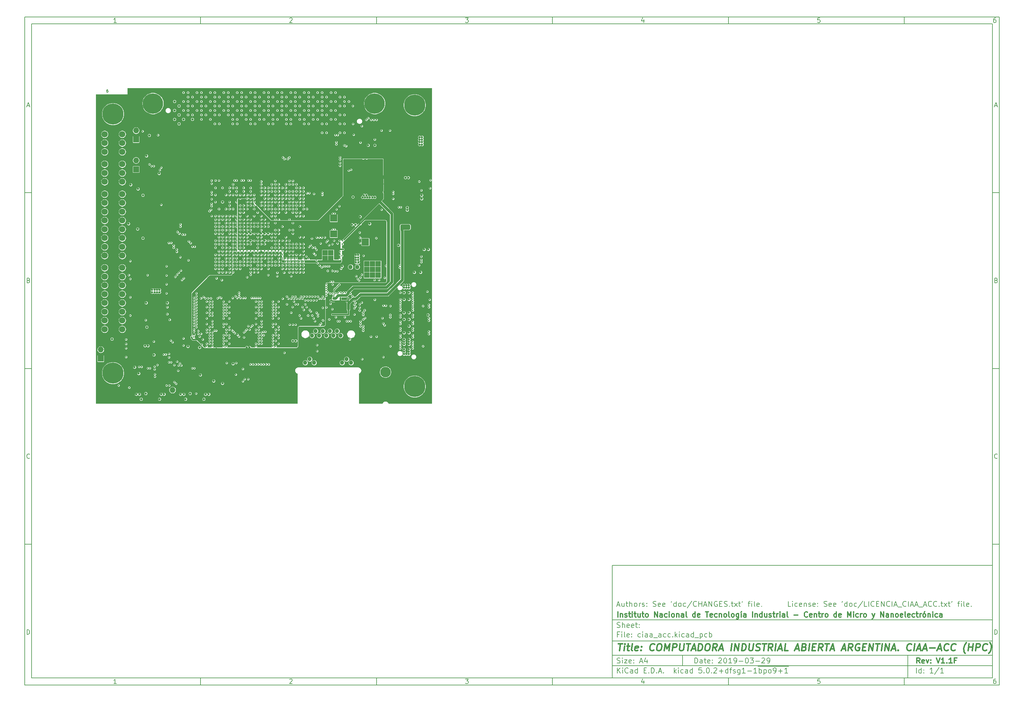
<source format=gbr>
G04 #@! TF.GenerationSoftware,KiCad,Pcbnew,5.0.2+dfsg1-1~bpo9+1*
G04 #@! TF.CreationDate,2019-03-29T14:07:49-03:00*
G04 #@! TF.ProjectId,ciaa_acc,63696161-5f61-4636-932e-6b696361645f,V1.1F*
G04 #@! TF.SameCoordinates,Original*
G04 #@! TF.FileFunction,Copper,L6,Inr*
G04 #@! TF.FilePolarity,Positive*
%FSLAX46Y46*%
G04 Gerber Fmt 4.6, Leading zero omitted, Abs format (unit mm)*
G04 Created by KiCad (PCBNEW 5.0.2+dfsg1-1~bpo9+1) date Fri 29 Mar 2019 02:07:49 PM -03*
%MOMM*%
%LPD*%
G01*
G04 APERTURE LIST*
%ADD10C,0.101600*%
%ADD11C,0.150000*%
%ADD12C,0.300000*%
%ADD13C,0.400000*%
G04 #@! TA.AperFunction,NonConductor*
%ADD14C,0.127000*%
G04 #@! TD*
G04 #@! TA.AperFunction,ViaPad*
%ADD15R,0.800000X0.800000*%
G04 #@! TD*
G04 #@! TA.AperFunction,ViaPad*
%ADD16O,1.200000X1.800000*%
G04 #@! TD*
G04 #@! TA.AperFunction,ViaPad*
%ADD17C,1.200000*%
G04 #@! TD*
G04 #@! TA.AperFunction,ViaPad*
%ADD18C,5.800000*%
G04 #@! TD*
G04 #@! TA.AperFunction,ViaPad*
%ADD19R,1.600000X1.600000*%
G04 #@! TD*
G04 #@! TA.AperFunction,ViaPad*
%ADD20C,1.778000*%
G04 #@! TD*
G04 #@! TA.AperFunction,ViaPad*
%ADD21R,1.651000X1.651000*%
G04 #@! TD*
G04 #@! TA.AperFunction,ViaPad*
%ADD22O,1.651000X1.651000*%
G04 #@! TD*
G04 #@! TA.AperFunction,ViaPad*
%ADD23R,0.750000X0.900000*%
G04 #@! TD*
G04 #@! TA.AperFunction,ViaPad*
%ADD24R,1.080000X0.780000*%
G04 #@! TD*
G04 #@! TA.AperFunction,ViaPad*
%ADD25R,1.287500X1.287500*%
G04 #@! TD*
G04 #@! TA.AperFunction,ViaPad*
%ADD26R,1.000000X1.250000*%
G04 #@! TD*
G04 #@! TA.AperFunction,ViaPad*
%ADD27R,1.250000X1.250000*%
G04 #@! TD*
G04 #@! TA.AperFunction,ViaPad*
%ADD28R,1.000000X1.000000*%
G04 #@! TD*
G04 #@! TA.AperFunction,ViaPad*
%ADD29R,1.500000X1.500000*%
G04 #@! TD*
G04 #@! TA.AperFunction,ViaPad*
%ADD30C,1.800000*%
G04 #@! TD*
G04 #@! TA.AperFunction,ViaPad*
%ADD31C,3.000000*%
G04 #@! TD*
G04 #@! TA.AperFunction,ViaPad*
%ADD32O,1.400000X2.600000*%
G04 #@! TD*
G04 #@! TA.AperFunction,ViaPad*
%ADD33O,4.000000X2.000000*%
G04 #@! TD*
G04 #@! TA.AperFunction,ViaPad*
%ADD34C,6.000000*%
G04 #@! TD*
G04 #@! TA.AperFunction,ViaPad*
%ADD35C,0.635000*%
G04 #@! TD*
G04 #@! TA.AperFunction,ViaPad*
%ADD36C,0.406400*%
G04 #@! TD*
G04 #@! TA.AperFunction,ViaPad*
%ADD37C,0.457200*%
G04 #@! TD*
G04 #@! TA.AperFunction,ViaPad*
%ADD38C,1.270000*%
G04 #@! TD*
G04 #@! TA.AperFunction,Conductor*
%ADD39C,0.254000*%
G04 #@! TD*
G04 #@! TA.AperFunction,Conductor*
%ADD40C,0.381000*%
G04 #@! TD*
G04 #@! TA.AperFunction,Conductor*
%ADD41C,0.762000*%
G04 #@! TD*
G04 #@! TA.AperFunction,Conductor*
%ADD42C,0.101600*%
G04 #@! TD*
G04 APERTURE END LIST*
D10*
D11*
X177002200Y-166007200D02*
X177002200Y-198007200D01*
X285002200Y-198007200D01*
X285002200Y-166007200D01*
X177002200Y-166007200D01*
D10*
D11*
X10000000Y-10000000D02*
X10000000Y-200007200D01*
X287002200Y-200007200D01*
X287002200Y-10000000D01*
X10000000Y-10000000D01*
D10*
D11*
X12000000Y-12000000D02*
X12000000Y-198007200D01*
X285002200Y-198007200D01*
X285002200Y-12000000D01*
X12000000Y-12000000D01*
D10*
D11*
X60000000Y-12000000D02*
X60000000Y-10000000D01*
D10*
D11*
X110000000Y-12000000D02*
X110000000Y-10000000D01*
D10*
D11*
X160000000Y-12000000D02*
X160000000Y-10000000D01*
D10*
D11*
X210000000Y-12000000D02*
X210000000Y-10000000D01*
D10*
D11*
X260000000Y-12000000D02*
X260000000Y-10000000D01*
D10*
D11*
X36065476Y-11588095D02*
X35322619Y-11588095D01*
X35694047Y-11588095D02*
X35694047Y-10288095D01*
X35570238Y-10473809D01*
X35446428Y-10597619D01*
X35322619Y-10659523D01*
D10*
D11*
X85322619Y-10411904D02*
X85384523Y-10350000D01*
X85508333Y-10288095D01*
X85817857Y-10288095D01*
X85941666Y-10350000D01*
X86003571Y-10411904D01*
X86065476Y-10535714D01*
X86065476Y-10659523D01*
X86003571Y-10845238D01*
X85260714Y-11588095D01*
X86065476Y-11588095D01*
D10*
D11*
X135260714Y-10288095D02*
X136065476Y-10288095D01*
X135632142Y-10783333D01*
X135817857Y-10783333D01*
X135941666Y-10845238D01*
X136003571Y-10907142D01*
X136065476Y-11030952D01*
X136065476Y-11340476D01*
X136003571Y-11464285D01*
X135941666Y-11526190D01*
X135817857Y-11588095D01*
X135446428Y-11588095D01*
X135322619Y-11526190D01*
X135260714Y-11464285D01*
D10*
D11*
X185941666Y-10721428D02*
X185941666Y-11588095D01*
X185632142Y-10226190D02*
X185322619Y-11154761D01*
X186127380Y-11154761D01*
D10*
D11*
X236003571Y-10288095D02*
X235384523Y-10288095D01*
X235322619Y-10907142D01*
X235384523Y-10845238D01*
X235508333Y-10783333D01*
X235817857Y-10783333D01*
X235941666Y-10845238D01*
X236003571Y-10907142D01*
X236065476Y-11030952D01*
X236065476Y-11340476D01*
X236003571Y-11464285D01*
X235941666Y-11526190D01*
X235817857Y-11588095D01*
X235508333Y-11588095D01*
X235384523Y-11526190D01*
X235322619Y-11464285D01*
D10*
D11*
X285941666Y-10288095D02*
X285694047Y-10288095D01*
X285570238Y-10350000D01*
X285508333Y-10411904D01*
X285384523Y-10597619D01*
X285322619Y-10845238D01*
X285322619Y-11340476D01*
X285384523Y-11464285D01*
X285446428Y-11526190D01*
X285570238Y-11588095D01*
X285817857Y-11588095D01*
X285941666Y-11526190D01*
X286003571Y-11464285D01*
X286065476Y-11340476D01*
X286065476Y-11030952D01*
X286003571Y-10907142D01*
X285941666Y-10845238D01*
X285817857Y-10783333D01*
X285570238Y-10783333D01*
X285446428Y-10845238D01*
X285384523Y-10907142D01*
X285322619Y-11030952D01*
D10*
D11*
X60000000Y-198007200D02*
X60000000Y-200007200D01*
D10*
D11*
X110000000Y-198007200D02*
X110000000Y-200007200D01*
D10*
D11*
X160000000Y-198007200D02*
X160000000Y-200007200D01*
D10*
D11*
X210000000Y-198007200D02*
X210000000Y-200007200D01*
D10*
D11*
X260000000Y-198007200D02*
X260000000Y-200007200D01*
D10*
D11*
X36065476Y-199595295D02*
X35322619Y-199595295D01*
X35694047Y-199595295D02*
X35694047Y-198295295D01*
X35570238Y-198481009D01*
X35446428Y-198604819D01*
X35322619Y-198666723D01*
D10*
D11*
X85322619Y-198419104D02*
X85384523Y-198357200D01*
X85508333Y-198295295D01*
X85817857Y-198295295D01*
X85941666Y-198357200D01*
X86003571Y-198419104D01*
X86065476Y-198542914D01*
X86065476Y-198666723D01*
X86003571Y-198852438D01*
X85260714Y-199595295D01*
X86065476Y-199595295D01*
D10*
D11*
X135260714Y-198295295D02*
X136065476Y-198295295D01*
X135632142Y-198790533D01*
X135817857Y-198790533D01*
X135941666Y-198852438D01*
X136003571Y-198914342D01*
X136065476Y-199038152D01*
X136065476Y-199347676D01*
X136003571Y-199471485D01*
X135941666Y-199533390D01*
X135817857Y-199595295D01*
X135446428Y-199595295D01*
X135322619Y-199533390D01*
X135260714Y-199471485D01*
D10*
D11*
X185941666Y-198728628D02*
X185941666Y-199595295D01*
X185632142Y-198233390D02*
X185322619Y-199161961D01*
X186127380Y-199161961D01*
D10*
D11*
X236003571Y-198295295D02*
X235384523Y-198295295D01*
X235322619Y-198914342D01*
X235384523Y-198852438D01*
X235508333Y-198790533D01*
X235817857Y-198790533D01*
X235941666Y-198852438D01*
X236003571Y-198914342D01*
X236065476Y-199038152D01*
X236065476Y-199347676D01*
X236003571Y-199471485D01*
X235941666Y-199533390D01*
X235817857Y-199595295D01*
X235508333Y-199595295D01*
X235384523Y-199533390D01*
X235322619Y-199471485D01*
D10*
D11*
X285941666Y-198295295D02*
X285694047Y-198295295D01*
X285570238Y-198357200D01*
X285508333Y-198419104D01*
X285384523Y-198604819D01*
X285322619Y-198852438D01*
X285322619Y-199347676D01*
X285384523Y-199471485D01*
X285446428Y-199533390D01*
X285570238Y-199595295D01*
X285817857Y-199595295D01*
X285941666Y-199533390D01*
X286003571Y-199471485D01*
X286065476Y-199347676D01*
X286065476Y-199038152D01*
X286003571Y-198914342D01*
X285941666Y-198852438D01*
X285817857Y-198790533D01*
X285570238Y-198790533D01*
X285446428Y-198852438D01*
X285384523Y-198914342D01*
X285322619Y-199038152D01*
D10*
D11*
X10000000Y-60000000D02*
X12000000Y-60000000D01*
D10*
D11*
X10000000Y-110000000D02*
X12000000Y-110000000D01*
D10*
D11*
X10000000Y-160000000D02*
X12000000Y-160000000D01*
D10*
D11*
X10690476Y-35216666D02*
X11309523Y-35216666D01*
X10566666Y-35588095D02*
X11000000Y-34288095D01*
X11433333Y-35588095D01*
D10*
D11*
X11092857Y-84907142D02*
X11278571Y-84969047D01*
X11340476Y-85030952D01*
X11402380Y-85154761D01*
X11402380Y-85340476D01*
X11340476Y-85464285D01*
X11278571Y-85526190D01*
X11154761Y-85588095D01*
X10659523Y-85588095D01*
X10659523Y-84288095D01*
X11092857Y-84288095D01*
X11216666Y-84350000D01*
X11278571Y-84411904D01*
X11340476Y-84535714D01*
X11340476Y-84659523D01*
X11278571Y-84783333D01*
X11216666Y-84845238D01*
X11092857Y-84907142D01*
X10659523Y-84907142D01*
D10*
D11*
X11402380Y-135464285D02*
X11340476Y-135526190D01*
X11154761Y-135588095D01*
X11030952Y-135588095D01*
X10845238Y-135526190D01*
X10721428Y-135402380D01*
X10659523Y-135278571D01*
X10597619Y-135030952D01*
X10597619Y-134845238D01*
X10659523Y-134597619D01*
X10721428Y-134473809D01*
X10845238Y-134350000D01*
X11030952Y-134288095D01*
X11154761Y-134288095D01*
X11340476Y-134350000D01*
X11402380Y-134411904D01*
D10*
D11*
X10659523Y-185588095D02*
X10659523Y-184288095D01*
X10969047Y-184288095D01*
X11154761Y-184350000D01*
X11278571Y-184473809D01*
X11340476Y-184597619D01*
X11402380Y-184845238D01*
X11402380Y-185030952D01*
X11340476Y-185278571D01*
X11278571Y-185402380D01*
X11154761Y-185526190D01*
X10969047Y-185588095D01*
X10659523Y-185588095D01*
D10*
D11*
X287002200Y-60000000D02*
X285002200Y-60000000D01*
D10*
D11*
X287002200Y-110000000D02*
X285002200Y-110000000D01*
D10*
D11*
X287002200Y-160000000D02*
X285002200Y-160000000D01*
D10*
D11*
X285692676Y-35216666D02*
X286311723Y-35216666D01*
X285568866Y-35588095D02*
X286002200Y-34288095D01*
X286435533Y-35588095D01*
D10*
D11*
X286095057Y-84907142D02*
X286280771Y-84969047D01*
X286342676Y-85030952D01*
X286404580Y-85154761D01*
X286404580Y-85340476D01*
X286342676Y-85464285D01*
X286280771Y-85526190D01*
X286156961Y-85588095D01*
X285661723Y-85588095D01*
X285661723Y-84288095D01*
X286095057Y-84288095D01*
X286218866Y-84350000D01*
X286280771Y-84411904D01*
X286342676Y-84535714D01*
X286342676Y-84659523D01*
X286280771Y-84783333D01*
X286218866Y-84845238D01*
X286095057Y-84907142D01*
X285661723Y-84907142D01*
D10*
D11*
X286404580Y-135464285D02*
X286342676Y-135526190D01*
X286156961Y-135588095D01*
X286033152Y-135588095D01*
X285847438Y-135526190D01*
X285723628Y-135402380D01*
X285661723Y-135278571D01*
X285599819Y-135030952D01*
X285599819Y-134845238D01*
X285661723Y-134597619D01*
X285723628Y-134473809D01*
X285847438Y-134350000D01*
X286033152Y-134288095D01*
X286156961Y-134288095D01*
X286342676Y-134350000D01*
X286404580Y-134411904D01*
D10*
D11*
X285661723Y-185588095D02*
X285661723Y-184288095D01*
X285971247Y-184288095D01*
X286156961Y-184350000D01*
X286280771Y-184473809D01*
X286342676Y-184597619D01*
X286404580Y-184845238D01*
X286404580Y-185030952D01*
X286342676Y-185278571D01*
X286280771Y-185402380D01*
X286156961Y-185526190D01*
X285971247Y-185588095D01*
X285661723Y-185588095D01*
D10*
D11*
X200434342Y-193785771D02*
X200434342Y-192285771D01*
X200791485Y-192285771D01*
X201005771Y-192357200D01*
X201148628Y-192500057D01*
X201220057Y-192642914D01*
X201291485Y-192928628D01*
X201291485Y-193142914D01*
X201220057Y-193428628D01*
X201148628Y-193571485D01*
X201005771Y-193714342D01*
X200791485Y-193785771D01*
X200434342Y-193785771D01*
X202577200Y-193785771D02*
X202577200Y-193000057D01*
X202505771Y-192857200D01*
X202362914Y-192785771D01*
X202077200Y-192785771D01*
X201934342Y-192857200D01*
X202577200Y-193714342D02*
X202434342Y-193785771D01*
X202077200Y-193785771D01*
X201934342Y-193714342D01*
X201862914Y-193571485D01*
X201862914Y-193428628D01*
X201934342Y-193285771D01*
X202077200Y-193214342D01*
X202434342Y-193214342D01*
X202577200Y-193142914D01*
X203077200Y-192785771D02*
X203648628Y-192785771D01*
X203291485Y-192285771D02*
X203291485Y-193571485D01*
X203362914Y-193714342D01*
X203505771Y-193785771D01*
X203648628Y-193785771D01*
X204720057Y-193714342D02*
X204577200Y-193785771D01*
X204291485Y-193785771D01*
X204148628Y-193714342D01*
X204077200Y-193571485D01*
X204077200Y-193000057D01*
X204148628Y-192857200D01*
X204291485Y-192785771D01*
X204577200Y-192785771D01*
X204720057Y-192857200D01*
X204791485Y-193000057D01*
X204791485Y-193142914D01*
X204077200Y-193285771D01*
X205434342Y-193642914D02*
X205505771Y-193714342D01*
X205434342Y-193785771D01*
X205362914Y-193714342D01*
X205434342Y-193642914D01*
X205434342Y-193785771D01*
X205434342Y-192857200D02*
X205505771Y-192928628D01*
X205434342Y-193000057D01*
X205362914Y-192928628D01*
X205434342Y-192857200D01*
X205434342Y-193000057D01*
X207220057Y-192428628D02*
X207291485Y-192357200D01*
X207434342Y-192285771D01*
X207791485Y-192285771D01*
X207934342Y-192357200D01*
X208005771Y-192428628D01*
X208077200Y-192571485D01*
X208077200Y-192714342D01*
X208005771Y-192928628D01*
X207148628Y-193785771D01*
X208077200Y-193785771D01*
X209005771Y-192285771D02*
X209148628Y-192285771D01*
X209291485Y-192357200D01*
X209362914Y-192428628D01*
X209434342Y-192571485D01*
X209505771Y-192857200D01*
X209505771Y-193214342D01*
X209434342Y-193500057D01*
X209362914Y-193642914D01*
X209291485Y-193714342D01*
X209148628Y-193785771D01*
X209005771Y-193785771D01*
X208862914Y-193714342D01*
X208791485Y-193642914D01*
X208720057Y-193500057D01*
X208648628Y-193214342D01*
X208648628Y-192857200D01*
X208720057Y-192571485D01*
X208791485Y-192428628D01*
X208862914Y-192357200D01*
X209005771Y-192285771D01*
X210934342Y-193785771D02*
X210077200Y-193785771D01*
X210505771Y-193785771D02*
X210505771Y-192285771D01*
X210362914Y-192500057D01*
X210220057Y-192642914D01*
X210077200Y-192714342D01*
X211648628Y-193785771D02*
X211934342Y-193785771D01*
X212077200Y-193714342D01*
X212148628Y-193642914D01*
X212291485Y-193428628D01*
X212362914Y-193142914D01*
X212362914Y-192571485D01*
X212291485Y-192428628D01*
X212220057Y-192357200D01*
X212077200Y-192285771D01*
X211791485Y-192285771D01*
X211648628Y-192357200D01*
X211577200Y-192428628D01*
X211505771Y-192571485D01*
X211505771Y-192928628D01*
X211577200Y-193071485D01*
X211648628Y-193142914D01*
X211791485Y-193214342D01*
X212077200Y-193214342D01*
X212220057Y-193142914D01*
X212291485Y-193071485D01*
X212362914Y-192928628D01*
X213005771Y-193214342D02*
X214148628Y-193214342D01*
X215148628Y-192285771D02*
X215291485Y-192285771D01*
X215434342Y-192357200D01*
X215505771Y-192428628D01*
X215577200Y-192571485D01*
X215648628Y-192857200D01*
X215648628Y-193214342D01*
X215577200Y-193500057D01*
X215505771Y-193642914D01*
X215434342Y-193714342D01*
X215291485Y-193785771D01*
X215148628Y-193785771D01*
X215005771Y-193714342D01*
X214934342Y-193642914D01*
X214862914Y-193500057D01*
X214791485Y-193214342D01*
X214791485Y-192857200D01*
X214862914Y-192571485D01*
X214934342Y-192428628D01*
X215005771Y-192357200D01*
X215148628Y-192285771D01*
X216148628Y-192285771D02*
X217077200Y-192285771D01*
X216577200Y-192857200D01*
X216791485Y-192857200D01*
X216934342Y-192928628D01*
X217005771Y-193000057D01*
X217077200Y-193142914D01*
X217077200Y-193500057D01*
X217005771Y-193642914D01*
X216934342Y-193714342D01*
X216791485Y-193785771D01*
X216362914Y-193785771D01*
X216220057Y-193714342D01*
X216148628Y-193642914D01*
X217720057Y-193214342D02*
X218862914Y-193214342D01*
X219505771Y-192428628D02*
X219577200Y-192357200D01*
X219720057Y-192285771D01*
X220077200Y-192285771D01*
X220220057Y-192357200D01*
X220291485Y-192428628D01*
X220362914Y-192571485D01*
X220362914Y-192714342D01*
X220291485Y-192928628D01*
X219434342Y-193785771D01*
X220362914Y-193785771D01*
X221077200Y-193785771D02*
X221362914Y-193785771D01*
X221505771Y-193714342D01*
X221577200Y-193642914D01*
X221720057Y-193428628D01*
X221791485Y-193142914D01*
X221791485Y-192571485D01*
X221720057Y-192428628D01*
X221648628Y-192357200D01*
X221505771Y-192285771D01*
X221220057Y-192285771D01*
X221077200Y-192357200D01*
X221005771Y-192428628D01*
X220934342Y-192571485D01*
X220934342Y-192928628D01*
X221005771Y-193071485D01*
X221077200Y-193142914D01*
X221220057Y-193214342D01*
X221505771Y-193214342D01*
X221648628Y-193142914D01*
X221720057Y-193071485D01*
X221791485Y-192928628D01*
D10*
D11*
X177002200Y-194507200D02*
X285002200Y-194507200D01*
D10*
D11*
X178434342Y-196585771D02*
X178434342Y-195085771D01*
X179291485Y-196585771D02*
X178648628Y-195728628D01*
X179291485Y-195085771D02*
X178434342Y-195942914D01*
X179934342Y-196585771D02*
X179934342Y-195585771D01*
X179934342Y-195085771D02*
X179862914Y-195157200D01*
X179934342Y-195228628D01*
X180005771Y-195157200D01*
X179934342Y-195085771D01*
X179934342Y-195228628D01*
X181505771Y-196442914D02*
X181434342Y-196514342D01*
X181220057Y-196585771D01*
X181077200Y-196585771D01*
X180862914Y-196514342D01*
X180720057Y-196371485D01*
X180648628Y-196228628D01*
X180577200Y-195942914D01*
X180577200Y-195728628D01*
X180648628Y-195442914D01*
X180720057Y-195300057D01*
X180862914Y-195157200D01*
X181077200Y-195085771D01*
X181220057Y-195085771D01*
X181434342Y-195157200D01*
X181505771Y-195228628D01*
X182791485Y-196585771D02*
X182791485Y-195800057D01*
X182720057Y-195657200D01*
X182577200Y-195585771D01*
X182291485Y-195585771D01*
X182148628Y-195657200D01*
X182791485Y-196514342D02*
X182648628Y-196585771D01*
X182291485Y-196585771D01*
X182148628Y-196514342D01*
X182077200Y-196371485D01*
X182077200Y-196228628D01*
X182148628Y-196085771D01*
X182291485Y-196014342D01*
X182648628Y-196014342D01*
X182791485Y-195942914D01*
X184148628Y-196585771D02*
X184148628Y-195085771D01*
X184148628Y-196514342D02*
X184005771Y-196585771D01*
X183720057Y-196585771D01*
X183577200Y-196514342D01*
X183505771Y-196442914D01*
X183434342Y-196300057D01*
X183434342Y-195871485D01*
X183505771Y-195728628D01*
X183577200Y-195657200D01*
X183720057Y-195585771D01*
X184005771Y-195585771D01*
X184148628Y-195657200D01*
X186005771Y-195800057D02*
X186505771Y-195800057D01*
X186720057Y-196585771D02*
X186005771Y-196585771D01*
X186005771Y-195085771D01*
X186720057Y-195085771D01*
X187362914Y-196442914D02*
X187434342Y-196514342D01*
X187362914Y-196585771D01*
X187291485Y-196514342D01*
X187362914Y-196442914D01*
X187362914Y-196585771D01*
X188077200Y-196585771D02*
X188077200Y-195085771D01*
X188434342Y-195085771D01*
X188648628Y-195157200D01*
X188791485Y-195300057D01*
X188862914Y-195442914D01*
X188934342Y-195728628D01*
X188934342Y-195942914D01*
X188862914Y-196228628D01*
X188791485Y-196371485D01*
X188648628Y-196514342D01*
X188434342Y-196585771D01*
X188077200Y-196585771D01*
X189577200Y-196442914D02*
X189648628Y-196514342D01*
X189577200Y-196585771D01*
X189505771Y-196514342D01*
X189577200Y-196442914D01*
X189577200Y-196585771D01*
X190220057Y-196157200D02*
X190934342Y-196157200D01*
X190077200Y-196585771D02*
X190577200Y-195085771D01*
X191077200Y-196585771D01*
X191577200Y-196442914D02*
X191648628Y-196514342D01*
X191577200Y-196585771D01*
X191505771Y-196514342D01*
X191577200Y-196442914D01*
X191577200Y-196585771D01*
X194577200Y-196585771D02*
X194577200Y-195085771D01*
X194720057Y-196014342D02*
X195148628Y-196585771D01*
X195148628Y-195585771D02*
X194577200Y-196157200D01*
X195791485Y-196585771D02*
X195791485Y-195585771D01*
X195791485Y-195085771D02*
X195720057Y-195157200D01*
X195791485Y-195228628D01*
X195862914Y-195157200D01*
X195791485Y-195085771D01*
X195791485Y-195228628D01*
X197148628Y-196514342D02*
X197005771Y-196585771D01*
X196720057Y-196585771D01*
X196577200Y-196514342D01*
X196505771Y-196442914D01*
X196434342Y-196300057D01*
X196434342Y-195871485D01*
X196505771Y-195728628D01*
X196577200Y-195657200D01*
X196720057Y-195585771D01*
X197005771Y-195585771D01*
X197148628Y-195657200D01*
X198434342Y-196585771D02*
X198434342Y-195800057D01*
X198362914Y-195657200D01*
X198220057Y-195585771D01*
X197934342Y-195585771D01*
X197791485Y-195657200D01*
X198434342Y-196514342D02*
X198291485Y-196585771D01*
X197934342Y-196585771D01*
X197791485Y-196514342D01*
X197720057Y-196371485D01*
X197720057Y-196228628D01*
X197791485Y-196085771D01*
X197934342Y-196014342D01*
X198291485Y-196014342D01*
X198434342Y-195942914D01*
X199791485Y-196585771D02*
X199791485Y-195085771D01*
X199791485Y-196514342D02*
X199648628Y-196585771D01*
X199362914Y-196585771D01*
X199220057Y-196514342D01*
X199148628Y-196442914D01*
X199077200Y-196300057D01*
X199077200Y-195871485D01*
X199148628Y-195728628D01*
X199220057Y-195657200D01*
X199362914Y-195585771D01*
X199648628Y-195585771D01*
X199791485Y-195657200D01*
X202362914Y-195085771D02*
X201648628Y-195085771D01*
X201577200Y-195800057D01*
X201648628Y-195728628D01*
X201791485Y-195657200D01*
X202148628Y-195657200D01*
X202291485Y-195728628D01*
X202362914Y-195800057D01*
X202434342Y-195942914D01*
X202434342Y-196300057D01*
X202362914Y-196442914D01*
X202291485Y-196514342D01*
X202148628Y-196585771D01*
X201791485Y-196585771D01*
X201648628Y-196514342D01*
X201577200Y-196442914D01*
X203077200Y-196442914D02*
X203148628Y-196514342D01*
X203077200Y-196585771D01*
X203005771Y-196514342D01*
X203077200Y-196442914D01*
X203077200Y-196585771D01*
X204077200Y-195085771D02*
X204220057Y-195085771D01*
X204362914Y-195157200D01*
X204434342Y-195228628D01*
X204505771Y-195371485D01*
X204577200Y-195657200D01*
X204577200Y-196014342D01*
X204505771Y-196300057D01*
X204434342Y-196442914D01*
X204362914Y-196514342D01*
X204220057Y-196585771D01*
X204077200Y-196585771D01*
X203934342Y-196514342D01*
X203862914Y-196442914D01*
X203791485Y-196300057D01*
X203720057Y-196014342D01*
X203720057Y-195657200D01*
X203791485Y-195371485D01*
X203862914Y-195228628D01*
X203934342Y-195157200D01*
X204077200Y-195085771D01*
X205220057Y-196442914D02*
X205291485Y-196514342D01*
X205220057Y-196585771D01*
X205148628Y-196514342D01*
X205220057Y-196442914D01*
X205220057Y-196585771D01*
X205862914Y-195228628D02*
X205934342Y-195157200D01*
X206077200Y-195085771D01*
X206434342Y-195085771D01*
X206577200Y-195157200D01*
X206648628Y-195228628D01*
X206720057Y-195371485D01*
X206720057Y-195514342D01*
X206648628Y-195728628D01*
X205791485Y-196585771D01*
X206720057Y-196585771D01*
X207362914Y-196014342D02*
X208505771Y-196014342D01*
X207934342Y-196585771D02*
X207934342Y-195442914D01*
X209862914Y-196585771D02*
X209862914Y-195085771D01*
X209862914Y-196514342D02*
X209720057Y-196585771D01*
X209434342Y-196585771D01*
X209291485Y-196514342D01*
X209220057Y-196442914D01*
X209148628Y-196300057D01*
X209148628Y-195871485D01*
X209220057Y-195728628D01*
X209291485Y-195657200D01*
X209434342Y-195585771D01*
X209720057Y-195585771D01*
X209862914Y-195657200D01*
X210362914Y-195585771D02*
X210934342Y-195585771D01*
X210577200Y-196585771D02*
X210577200Y-195300057D01*
X210648628Y-195157200D01*
X210791485Y-195085771D01*
X210934342Y-195085771D01*
X211362914Y-196514342D02*
X211505771Y-196585771D01*
X211791485Y-196585771D01*
X211934342Y-196514342D01*
X212005771Y-196371485D01*
X212005771Y-196300057D01*
X211934342Y-196157200D01*
X211791485Y-196085771D01*
X211577200Y-196085771D01*
X211434342Y-196014342D01*
X211362914Y-195871485D01*
X211362914Y-195800057D01*
X211434342Y-195657200D01*
X211577200Y-195585771D01*
X211791485Y-195585771D01*
X211934342Y-195657200D01*
X213291485Y-195585771D02*
X213291485Y-196800057D01*
X213220057Y-196942914D01*
X213148628Y-197014342D01*
X213005771Y-197085771D01*
X212791485Y-197085771D01*
X212648628Y-197014342D01*
X213291485Y-196514342D02*
X213148628Y-196585771D01*
X212862914Y-196585771D01*
X212720057Y-196514342D01*
X212648628Y-196442914D01*
X212577200Y-196300057D01*
X212577200Y-195871485D01*
X212648628Y-195728628D01*
X212720057Y-195657200D01*
X212862914Y-195585771D01*
X213148628Y-195585771D01*
X213291485Y-195657200D01*
X214791485Y-196585771D02*
X213934342Y-196585771D01*
X214362914Y-196585771D02*
X214362914Y-195085771D01*
X214220057Y-195300057D01*
X214077200Y-195442914D01*
X213934342Y-195514342D01*
X215434342Y-196014342D02*
X216577200Y-196014342D01*
X218077200Y-196585771D02*
X217220057Y-196585771D01*
X217648628Y-196585771D02*
X217648628Y-195085771D01*
X217505771Y-195300057D01*
X217362914Y-195442914D01*
X217220057Y-195514342D01*
X218362914Y-194677200D02*
X219720057Y-194677200D01*
X218720057Y-196585771D02*
X218720057Y-195085771D01*
X218720057Y-195657200D02*
X218862914Y-195585771D01*
X219148628Y-195585771D01*
X219291485Y-195657200D01*
X219362914Y-195728628D01*
X219434342Y-195871485D01*
X219434342Y-196300057D01*
X219362914Y-196442914D01*
X219291485Y-196514342D01*
X219148628Y-196585771D01*
X218862914Y-196585771D01*
X218720057Y-196514342D01*
X219720057Y-194677200D02*
X221077200Y-194677200D01*
X220077200Y-195585771D02*
X220077200Y-197085771D01*
X220077200Y-195657200D02*
X220220057Y-195585771D01*
X220505771Y-195585771D01*
X220648628Y-195657200D01*
X220720057Y-195728628D01*
X220791485Y-195871485D01*
X220791485Y-196300057D01*
X220720057Y-196442914D01*
X220648628Y-196514342D01*
X220505771Y-196585771D01*
X220220057Y-196585771D01*
X220077200Y-196514342D01*
X221077200Y-194677200D02*
X222434342Y-194677200D01*
X221648628Y-196585771D02*
X221505771Y-196514342D01*
X221434342Y-196442914D01*
X221362914Y-196300057D01*
X221362914Y-195871485D01*
X221434342Y-195728628D01*
X221505771Y-195657200D01*
X221648628Y-195585771D01*
X221862914Y-195585771D01*
X222005771Y-195657200D01*
X222077200Y-195728628D01*
X222148628Y-195871485D01*
X222148628Y-196300057D01*
X222077200Y-196442914D01*
X222005771Y-196514342D01*
X221862914Y-196585771D01*
X221648628Y-196585771D01*
X222434342Y-194677200D02*
X223862914Y-194677200D01*
X222862914Y-196585771D02*
X223148628Y-196585771D01*
X223291485Y-196514342D01*
X223362914Y-196442914D01*
X223505771Y-196228628D01*
X223577200Y-195942914D01*
X223577200Y-195371485D01*
X223505771Y-195228628D01*
X223434342Y-195157200D01*
X223291485Y-195085771D01*
X223005771Y-195085771D01*
X222862914Y-195157200D01*
X222791485Y-195228628D01*
X222720057Y-195371485D01*
X222720057Y-195728628D01*
X222791485Y-195871485D01*
X222862914Y-195942914D01*
X223005771Y-196014342D01*
X223291485Y-196014342D01*
X223434342Y-195942914D01*
X223505771Y-195871485D01*
X223577200Y-195728628D01*
X223862914Y-194677200D02*
X225720057Y-194677200D01*
X224220057Y-196014342D02*
X225362914Y-196014342D01*
X224791485Y-196585771D02*
X224791485Y-195442914D01*
X225720057Y-194677200D02*
X227148628Y-194677200D01*
X226862914Y-196585771D02*
X226005771Y-196585771D01*
X226434342Y-196585771D02*
X226434342Y-195085771D01*
X226291485Y-195300057D01*
X226148628Y-195442914D01*
X226005771Y-195514342D01*
D10*
D11*
X177002200Y-191507200D02*
X285002200Y-191507200D01*
D10*
D12*
X264411485Y-193785771D02*
X263911485Y-193071485D01*
X263554342Y-193785771D02*
X263554342Y-192285771D01*
X264125771Y-192285771D01*
X264268628Y-192357200D01*
X264340057Y-192428628D01*
X264411485Y-192571485D01*
X264411485Y-192785771D01*
X264340057Y-192928628D01*
X264268628Y-193000057D01*
X264125771Y-193071485D01*
X263554342Y-193071485D01*
X265625771Y-193714342D02*
X265482914Y-193785771D01*
X265197200Y-193785771D01*
X265054342Y-193714342D01*
X264982914Y-193571485D01*
X264982914Y-193000057D01*
X265054342Y-192857200D01*
X265197200Y-192785771D01*
X265482914Y-192785771D01*
X265625771Y-192857200D01*
X265697200Y-193000057D01*
X265697200Y-193142914D01*
X264982914Y-193285771D01*
X266197200Y-192785771D02*
X266554342Y-193785771D01*
X266911485Y-192785771D01*
X267482914Y-193642914D02*
X267554342Y-193714342D01*
X267482914Y-193785771D01*
X267411485Y-193714342D01*
X267482914Y-193642914D01*
X267482914Y-193785771D01*
X267482914Y-192857200D02*
X267554342Y-192928628D01*
X267482914Y-193000057D01*
X267411485Y-192928628D01*
X267482914Y-192857200D01*
X267482914Y-193000057D01*
X269125771Y-192285771D02*
X269625771Y-193785771D01*
X270125771Y-192285771D01*
X271411485Y-193785771D02*
X270554342Y-193785771D01*
X270982914Y-193785771D02*
X270982914Y-192285771D01*
X270840057Y-192500057D01*
X270697200Y-192642914D01*
X270554342Y-192714342D01*
X272054342Y-193642914D02*
X272125771Y-193714342D01*
X272054342Y-193785771D01*
X271982914Y-193714342D01*
X272054342Y-193642914D01*
X272054342Y-193785771D01*
X273554342Y-193785771D02*
X272697200Y-193785771D01*
X273125771Y-193785771D02*
X273125771Y-192285771D01*
X272982914Y-192500057D01*
X272840057Y-192642914D01*
X272697200Y-192714342D01*
X274697200Y-193000057D02*
X274197200Y-193000057D01*
X274197200Y-193785771D02*
X274197200Y-192285771D01*
X274911485Y-192285771D01*
D10*
D11*
X178362914Y-193714342D02*
X178577200Y-193785771D01*
X178934342Y-193785771D01*
X179077200Y-193714342D01*
X179148628Y-193642914D01*
X179220057Y-193500057D01*
X179220057Y-193357200D01*
X179148628Y-193214342D01*
X179077200Y-193142914D01*
X178934342Y-193071485D01*
X178648628Y-193000057D01*
X178505771Y-192928628D01*
X178434342Y-192857200D01*
X178362914Y-192714342D01*
X178362914Y-192571485D01*
X178434342Y-192428628D01*
X178505771Y-192357200D01*
X178648628Y-192285771D01*
X179005771Y-192285771D01*
X179220057Y-192357200D01*
X179862914Y-193785771D02*
X179862914Y-192785771D01*
X179862914Y-192285771D02*
X179791485Y-192357200D01*
X179862914Y-192428628D01*
X179934342Y-192357200D01*
X179862914Y-192285771D01*
X179862914Y-192428628D01*
X180434342Y-192785771D02*
X181220057Y-192785771D01*
X180434342Y-193785771D01*
X181220057Y-193785771D01*
X182362914Y-193714342D02*
X182220057Y-193785771D01*
X181934342Y-193785771D01*
X181791485Y-193714342D01*
X181720057Y-193571485D01*
X181720057Y-193000057D01*
X181791485Y-192857200D01*
X181934342Y-192785771D01*
X182220057Y-192785771D01*
X182362914Y-192857200D01*
X182434342Y-193000057D01*
X182434342Y-193142914D01*
X181720057Y-193285771D01*
X183077200Y-193642914D02*
X183148628Y-193714342D01*
X183077200Y-193785771D01*
X183005771Y-193714342D01*
X183077200Y-193642914D01*
X183077200Y-193785771D01*
X183077200Y-192857200D02*
X183148628Y-192928628D01*
X183077200Y-193000057D01*
X183005771Y-192928628D01*
X183077200Y-192857200D01*
X183077200Y-193000057D01*
X184862914Y-193357200D02*
X185577200Y-193357200D01*
X184720057Y-193785771D02*
X185220057Y-192285771D01*
X185720057Y-193785771D01*
X186862914Y-192785771D02*
X186862914Y-193785771D01*
X186505771Y-192214342D02*
X186148628Y-193285771D01*
X187077200Y-193285771D01*
D10*
D11*
X263434342Y-196585771D02*
X263434342Y-195085771D01*
X264791485Y-196585771D02*
X264791485Y-195085771D01*
X264791485Y-196514342D02*
X264648628Y-196585771D01*
X264362914Y-196585771D01*
X264220057Y-196514342D01*
X264148628Y-196442914D01*
X264077200Y-196300057D01*
X264077200Y-195871485D01*
X264148628Y-195728628D01*
X264220057Y-195657200D01*
X264362914Y-195585771D01*
X264648628Y-195585771D01*
X264791485Y-195657200D01*
X265505771Y-196442914D02*
X265577200Y-196514342D01*
X265505771Y-196585771D01*
X265434342Y-196514342D01*
X265505771Y-196442914D01*
X265505771Y-196585771D01*
X265505771Y-195657200D02*
X265577200Y-195728628D01*
X265505771Y-195800057D01*
X265434342Y-195728628D01*
X265505771Y-195657200D01*
X265505771Y-195800057D01*
X268148628Y-196585771D02*
X267291485Y-196585771D01*
X267720057Y-196585771D02*
X267720057Y-195085771D01*
X267577200Y-195300057D01*
X267434342Y-195442914D01*
X267291485Y-195514342D01*
X269862914Y-195014342D02*
X268577200Y-196942914D01*
X271148628Y-196585771D02*
X270291485Y-196585771D01*
X270720057Y-196585771D02*
X270720057Y-195085771D01*
X270577200Y-195300057D01*
X270434342Y-195442914D01*
X270291485Y-195514342D01*
D10*
D11*
X177002200Y-187507200D02*
X285002200Y-187507200D01*
D10*
D13*
X178714580Y-188211961D02*
X179857438Y-188211961D01*
X179036009Y-190211961D02*
X179286009Y-188211961D01*
X180274104Y-190211961D02*
X180440771Y-188878628D01*
X180524104Y-188211961D02*
X180416961Y-188307200D01*
X180500295Y-188402438D01*
X180607438Y-188307200D01*
X180524104Y-188211961D01*
X180500295Y-188402438D01*
X181107438Y-188878628D02*
X181869342Y-188878628D01*
X181476485Y-188211961D02*
X181262200Y-189926247D01*
X181333628Y-190116723D01*
X181512200Y-190211961D01*
X181702676Y-190211961D01*
X182655057Y-190211961D02*
X182476485Y-190116723D01*
X182405057Y-189926247D01*
X182619342Y-188211961D01*
X184190771Y-190116723D02*
X183988390Y-190211961D01*
X183607438Y-190211961D01*
X183428866Y-190116723D01*
X183357438Y-189926247D01*
X183452676Y-189164342D01*
X183571723Y-188973866D01*
X183774104Y-188878628D01*
X184155057Y-188878628D01*
X184333628Y-188973866D01*
X184405057Y-189164342D01*
X184381247Y-189354819D01*
X183405057Y-189545295D01*
X185155057Y-190021485D02*
X185238390Y-190116723D01*
X185131247Y-190211961D01*
X185047914Y-190116723D01*
X185155057Y-190021485D01*
X185131247Y-190211961D01*
X185286009Y-188973866D02*
X185369342Y-189069104D01*
X185262200Y-189164342D01*
X185178866Y-189069104D01*
X185286009Y-188973866D01*
X185262200Y-189164342D01*
X188774104Y-190021485D02*
X188666961Y-190116723D01*
X188369342Y-190211961D01*
X188178866Y-190211961D01*
X187905057Y-190116723D01*
X187738390Y-189926247D01*
X187666961Y-189735771D01*
X187619342Y-189354819D01*
X187655057Y-189069104D01*
X187797914Y-188688152D01*
X187916961Y-188497676D01*
X188131247Y-188307200D01*
X188428866Y-188211961D01*
X188619342Y-188211961D01*
X188893152Y-188307200D01*
X188976485Y-188402438D01*
X190238390Y-188211961D02*
X190619342Y-188211961D01*
X190797914Y-188307200D01*
X190964580Y-188497676D01*
X191012200Y-188878628D01*
X190928866Y-189545295D01*
X190786009Y-189926247D01*
X190571723Y-190116723D01*
X190369342Y-190211961D01*
X189988390Y-190211961D01*
X189809819Y-190116723D01*
X189643152Y-189926247D01*
X189595533Y-189545295D01*
X189678866Y-188878628D01*
X189821723Y-188497676D01*
X190036009Y-188307200D01*
X190238390Y-188211961D01*
X191702676Y-190211961D02*
X191952676Y-188211961D01*
X192440771Y-189640533D01*
X193286009Y-188211961D01*
X193036009Y-190211961D01*
X193988390Y-190211961D02*
X194238390Y-188211961D01*
X195000295Y-188211961D01*
X195178866Y-188307200D01*
X195262200Y-188402438D01*
X195333628Y-188592914D01*
X195297914Y-188878628D01*
X195178866Y-189069104D01*
X195071723Y-189164342D01*
X194869342Y-189259580D01*
X194107438Y-189259580D01*
X196238390Y-188211961D02*
X196036009Y-189831009D01*
X196107438Y-190021485D01*
X196190771Y-190116723D01*
X196369342Y-190211961D01*
X196750295Y-190211961D01*
X196952676Y-190116723D01*
X197059819Y-190021485D01*
X197178866Y-189831009D01*
X197381247Y-188211961D01*
X198047914Y-188211961D02*
X199190771Y-188211961D01*
X198369342Y-190211961D02*
X198619342Y-188211961D01*
X199583628Y-189640533D02*
X200536009Y-189640533D01*
X199321723Y-190211961D02*
X200238390Y-188211961D01*
X200655057Y-190211961D01*
X201321723Y-190211961D02*
X201571723Y-188211961D01*
X202047914Y-188211961D01*
X202321723Y-188307200D01*
X202488390Y-188497676D01*
X202559819Y-188688152D01*
X202607438Y-189069104D01*
X202571723Y-189354819D01*
X202428866Y-189735771D01*
X202309819Y-189926247D01*
X202095533Y-190116723D01*
X201797914Y-190211961D01*
X201321723Y-190211961D01*
X203952676Y-188211961D02*
X204333628Y-188211961D01*
X204512200Y-188307200D01*
X204678866Y-188497676D01*
X204726485Y-188878628D01*
X204643152Y-189545295D01*
X204500295Y-189926247D01*
X204286009Y-190116723D01*
X204083628Y-190211961D01*
X203702676Y-190211961D01*
X203524104Y-190116723D01*
X203357438Y-189926247D01*
X203309819Y-189545295D01*
X203393152Y-188878628D01*
X203536009Y-188497676D01*
X203750295Y-188307200D01*
X203952676Y-188211961D01*
X206559819Y-190211961D02*
X206012200Y-189259580D01*
X205416961Y-190211961D02*
X205666961Y-188211961D01*
X206428866Y-188211961D01*
X206607438Y-188307200D01*
X206690771Y-188402438D01*
X206762200Y-188592914D01*
X206726485Y-188878628D01*
X206607438Y-189069104D01*
X206500295Y-189164342D01*
X206297914Y-189259580D01*
X205536009Y-189259580D01*
X207393152Y-189640533D02*
X208345533Y-189640533D01*
X207131247Y-190211961D02*
X208047914Y-188211961D01*
X208464580Y-190211961D01*
X210655057Y-190211961D02*
X210905057Y-188211961D01*
X211607438Y-190211961D02*
X211857438Y-188211961D01*
X212750295Y-190211961D01*
X213000295Y-188211961D01*
X213702676Y-190211961D02*
X213952676Y-188211961D01*
X214428866Y-188211961D01*
X214702676Y-188307200D01*
X214869342Y-188497676D01*
X214940771Y-188688152D01*
X214988390Y-189069104D01*
X214952676Y-189354819D01*
X214809819Y-189735771D01*
X214690771Y-189926247D01*
X214476485Y-190116723D01*
X214178866Y-190211961D01*
X213702676Y-190211961D01*
X215952676Y-188211961D02*
X215750295Y-189831009D01*
X215821723Y-190021485D01*
X215905057Y-190116723D01*
X216083628Y-190211961D01*
X216464580Y-190211961D01*
X216666961Y-190116723D01*
X216774104Y-190021485D01*
X216893152Y-189831009D01*
X217095533Y-188211961D01*
X217714580Y-190116723D02*
X217988390Y-190211961D01*
X218464580Y-190211961D01*
X218666961Y-190116723D01*
X218774104Y-190021485D01*
X218893152Y-189831009D01*
X218916961Y-189640533D01*
X218845533Y-189450057D01*
X218762200Y-189354819D01*
X218583628Y-189259580D01*
X218214580Y-189164342D01*
X218036009Y-189069104D01*
X217952676Y-188973866D01*
X217881247Y-188783390D01*
X217905057Y-188592914D01*
X218024104Y-188402438D01*
X218131247Y-188307200D01*
X218333628Y-188211961D01*
X218809819Y-188211961D01*
X219083628Y-188307200D01*
X219666961Y-188211961D02*
X220809819Y-188211961D01*
X219988390Y-190211961D02*
X220238390Y-188211961D01*
X222369342Y-190211961D02*
X221821723Y-189259580D01*
X221226485Y-190211961D02*
X221476485Y-188211961D01*
X222238390Y-188211961D01*
X222416961Y-188307200D01*
X222500295Y-188402438D01*
X222571723Y-188592914D01*
X222536009Y-188878628D01*
X222416961Y-189069104D01*
X222309819Y-189164342D01*
X222107438Y-189259580D01*
X221345533Y-189259580D01*
X223226485Y-190211961D02*
X223476485Y-188211961D01*
X224155057Y-189640533D02*
X225107438Y-189640533D01*
X223893152Y-190211961D02*
X224809819Y-188211961D01*
X225226485Y-190211961D01*
X226845533Y-190211961D02*
X225893152Y-190211961D01*
X226143152Y-188211961D01*
X229012200Y-189640533D02*
X229964580Y-189640533D01*
X228750295Y-190211961D02*
X229666961Y-188211961D01*
X230083628Y-190211961D01*
X231547914Y-189164342D02*
X231821723Y-189259580D01*
X231905057Y-189354819D01*
X231976485Y-189545295D01*
X231940771Y-189831009D01*
X231821723Y-190021485D01*
X231714580Y-190116723D01*
X231512200Y-190211961D01*
X230750295Y-190211961D01*
X231000295Y-188211961D01*
X231666961Y-188211961D01*
X231845533Y-188307200D01*
X231928866Y-188402438D01*
X232000295Y-188592914D01*
X231976485Y-188783390D01*
X231857438Y-188973866D01*
X231750295Y-189069104D01*
X231547914Y-189164342D01*
X230881247Y-189164342D01*
X232750295Y-190211961D02*
X233000295Y-188211961D01*
X233833628Y-189164342D02*
X234500295Y-189164342D01*
X234655057Y-190211961D02*
X233702676Y-190211961D01*
X233952676Y-188211961D01*
X234905057Y-188211961D01*
X236655057Y-190211961D02*
X236107438Y-189259580D01*
X235512200Y-190211961D02*
X235762200Y-188211961D01*
X236524104Y-188211961D01*
X236702676Y-188307200D01*
X236786009Y-188402438D01*
X236857438Y-188592914D01*
X236821723Y-188878628D01*
X236702676Y-189069104D01*
X236595533Y-189164342D01*
X236393152Y-189259580D01*
X235631247Y-189259580D01*
X237476485Y-188211961D02*
X238619342Y-188211961D01*
X237797914Y-190211961D02*
X238047914Y-188211961D01*
X239012200Y-189640533D02*
X239964580Y-189640533D01*
X238750295Y-190211961D02*
X239666961Y-188211961D01*
X240083628Y-190211961D01*
X242250295Y-189640533D02*
X243202676Y-189640533D01*
X241988390Y-190211961D02*
X242905057Y-188211961D01*
X243321723Y-190211961D01*
X245131247Y-190211961D02*
X244583628Y-189259580D01*
X243988390Y-190211961D02*
X244238390Y-188211961D01*
X245000295Y-188211961D01*
X245178866Y-188307200D01*
X245262200Y-188402438D01*
X245333628Y-188592914D01*
X245297914Y-188878628D01*
X245178866Y-189069104D01*
X245071723Y-189164342D01*
X244869342Y-189259580D01*
X244107438Y-189259580D01*
X247274104Y-188307200D02*
X247095533Y-188211961D01*
X246809819Y-188211961D01*
X246512200Y-188307200D01*
X246297914Y-188497676D01*
X246178866Y-188688152D01*
X246036009Y-189069104D01*
X246000295Y-189354819D01*
X246047914Y-189735771D01*
X246119342Y-189926247D01*
X246286009Y-190116723D01*
X246559819Y-190211961D01*
X246750295Y-190211961D01*
X247047914Y-190116723D01*
X247155057Y-190021485D01*
X247238390Y-189354819D01*
X246857438Y-189354819D01*
X248119342Y-189164342D02*
X248786009Y-189164342D01*
X248940771Y-190211961D02*
X247988390Y-190211961D01*
X248238390Y-188211961D01*
X249190771Y-188211961D01*
X249797914Y-190211961D02*
X250047914Y-188211961D01*
X250940771Y-190211961D01*
X251190771Y-188211961D01*
X251857438Y-188211961D02*
X253000295Y-188211961D01*
X252178866Y-190211961D02*
X252428866Y-188211961D01*
X253416961Y-190211961D02*
X253666961Y-188211961D01*
X254369342Y-190211961D02*
X254619342Y-188211961D01*
X255512199Y-190211961D01*
X255762199Y-188211961D01*
X256440771Y-189640533D02*
X257393152Y-189640533D01*
X256178866Y-190211961D02*
X257095533Y-188211961D01*
X257512199Y-190211961D01*
X258202676Y-190021485D02*
X258286009Y-190116723D01*
X258178866Y-190211961D01*
X258095533Y-190116723D01*
X258202676Y-190021485D01*
X258178866Y-190211961D01*
X261821723Y-190021485D02*
X261714580Y-190116723D01*
X261416961Y-190211961D01*
X261226485Y-190211961D01*
X260952676Y-190116723D01*
X260786009Y-189926247D01*
X260714580Y-189735771D01*
X260666961Y-189354819D01*
X260702676Y-189069104D01*
X260845533Y-188688152D01*
X260964580Y-188497676D01*
X261178866Y-188307200D01*
X261476485Y-188211961D01*
X261666961Y-188211961D01*
X261940771Y-188307200D01*
X262024104Y-188402438D01*
X262655057Y-190211961D02*
X262905057Y-188211961D01*
X263583628Y-189640533D02*
X264536009Y-189640533D01*
X263321723Y-190211961D02*
X264238390Y-188211961D01*
X264655057Y-190211961D01*
X265297914Y-189640533D02*
X266250295Y-189640533D01*
X265036009Y-190211961D02*
X265952676Y-188211961D01*
X266369342Y-190211961D01*
X267131247Y-189450057D02*
X268655057Y-189450057D01*
X269488390Y-189640533D02*
X270440771Y-189640533D01*
X269226485Y-190211961D02*
X270143152Y-188211961D01*
X270559819Y-190211961D01*
X272393152Y-190021485D02*
X272286009Y-190116723D01*
X271988390Y-190211961D01*
X271797914Y-190211961D01*
X271524104Y-190116723D01*
X271357438Y-189926247D01*
X271286009Y-189735771D01*
X271238390Y-189354819D01*
X271274104Y-189069104D01*
X271416961Y-188688152D01*
X271536009Y-188497676D01*
X271750295Y-188307200D01*
X272047914Y-188211961D01*
X272238390Y-188211961D01*
X272512200Y-188307200D01*
X272595533Y-188402438D01*
X274393152Y-190021485D02*
X274286009Y-190116723D01*
X273988390Y-190211961D01*
X273797914Y-190211961D01*
X273524104Y-190116723D01*
X273357438Y-189926247D01*
X273286009Y-189735771D01*
X273238390Y-189354819D01*
X273274104Y-189069104D01*
X273416961Y-188688152D01*
X273536009Y-188497676D01*
X273750295Y-188307200D01*
X274047914Y-188211961D01*
X274238390Y-188211961D01*
X274512200Y-188307200D01*
X274595533Y-188402438D01*
X277226485Y-190973866D02*
X277143152Y-190878628D01*
X276988390Y-190592914D01*
X276916961Y-190402438D01*
X276857438Y-190116723D01*
X276821723Y-189640533D01*
X276869342Y-189259580D01*
X277024104Y-188783390D01*
X277155057Y-188497676D01*
X277274104Y-188307200D01*
X277500295Y-188021485D01*
X277607438Y-187926247D01*
X278083628Y-190211961D02*
X278333628Y-188211961D01*
X278214580Y-189164342D02*
X279357438Y-189164342D01*
X279226485Y-190211961D02*
X279476485Y-188211961D01*
X280178866Y-190211961D02*
X280428866Y-188211961D01*
X281190771Y-188211961D01*
X281369342Y-188307200D01*
X281452676Y-188402438D01*
X281524104Y-188592914D01*
X281488390Y-188878628D01*
X281369342Y-189069104D01*
X281262200Y-189164342D01*
X281059819Y-189259580D01*
X280297914Y-189259580D01*
X283345533Y-190021485D02*
X283238390Y-190116723D01*
X282940771Y-190211961D01*
X282750295Y-190211961D01*
X282476485Y-190116723D01*
X282309819Y-189926247D01*
X282238390Y-189735771D01*
X282190771Y-189354819D01*
X282226485Y-189069104D01*
X282369342Y-188688152D01*
X282488390Y-188497676D01*
X282702676Y-188307200D01*
X283000295Y-188211961D01*
X283190771Y-188211961D01*
X283464580Y-188307200D01*
X283547914Y-188402438D01*
X283893152Y-190973866D02*
X284000295Y-190878628D01*
X284226485Y-190592914D01*
X284345533Y-190402438D01*
X284476485Y-190116723D01*
X284631247Y-189640533D01*
X284678866Y-189259580D01*
X284643152Y-188783390D01*
X284583628Y-188497676D01*
X284512200Y-188307200D01*
X284357438Y-188021485D01*
X284274104Y-187926247D01*
D10*
D11*
X178934342Y-185600057D02*
X178434342Y-185600057D01*
X178434342Y-186385771D02*
X178434342Y-184885771D01*
X179148628Y-184885771D01*
X179720057Y-186385771D02*
X179720057Y-185385771D01*
X179720057Y-184885771D02*
X179648628Y-184957200D01*
X179720057Y-185028628D01*
X179791485Y-184957200D01*
X179720057Y-184885771D01*
X179720057Y-185028628D01*
X180648628Y-186385771D02*
X180505771Y-186314342D01*
X180434342Y-186171485D01*
X180434342Y-184885771D01*
X181791485Y-186314342D02*
X181648628Y-186385771D01*
X181362914Y-186385771D01*
X181220057Y-186314342D01*
X181148628Y-186171485D01*
X181148628Y-185600057D01*
X181220057Y-185457200D01*
X181362914Y-185385771D01*
X181648628Y-185385771D01*
X181791485Y-185457200D01*
X181862914Y-185600057D01*
X181862914Y-185742914D01*
X181148628Y-185885771D01*
X182505771Y-186242914D02*
X182577200Y-186314342D01*
X182505771Y-186385771D01*
X182434342Y-186314342D01*
X182505771Y-186242914D01*
X182505771Y-186385771D01*
X182505771Y-185457200D02*
X182577200Y-185528628D01*
X182505771Y-185600057D01*
X182434342Y-185528628D01*
X182505771Y-185457200D01*
X182505771Y-185600057D01*
X185005771Y-186314342D02*
X184862914Y-186385771D01*
X184577200Y-186385771D01*
X184434342Y-186314342D01*
X184362914Y-186242914D01*
X184291485Y-186100057D01*
X184291485Y-185671485D01*
X184362914Y-185528628D01*
X184434342Y-185457200D01*
X184577200Y-185385771D01*
X184862914Y-185385771D01*
X185005771Y-185457200D01*
X185648628Y-186385771D02*
X185648628Y-185385771D01*
X185648628Y-184885771D02*
X185577200Y-184957200D01*
X185648628Y-185028628D01*
X185720057Y-184957200D01*
X185648628Y-184885771D01*
X185648628Y-185028628D01*
X187005771Y-186385771D02*
X187005771Y-185600057D01*
X186934342Y-185457200D01*
X186791485Y-185385771D01*
X186505771Y-185385771D01*
X186362914Y-185457200D01*
X187005771Y-186314342D02*
X186862914Y-186385771D01*
X186505771Y-186385771D01*
X186362914Y-186314342D01*
X186291485Y-186171485D01*
X186291485Y-186028628D01*
X186362914Y-185885771D01*
X186505771Y-185814342D01*
X186862914Y-185814342D01*
X187005771Y-185742914D01*
X188362914Y-186385771D02*
X188362914Y-185600057D01*
X188291485Y-185457200D01*
X188148628Y-185385771D01*
X187862914Y-185385771D01*
X187720057Y-185457200D01*
X188362914Y-186314342D02*
X188220057Y-186385771D01*
X187862914Y-186385771D01*
X187720057Y-186314342D01*
X187648628Y-186171485D01*
X187648628Y-186028628D01*
X187720057Y-185885771D01*
X187862914Y-185814342D01*
X188220057Y-185814342D01*
X188362914Y-185742914D01*
X188720057Y-186528628D02*
X189862914Y-186528628D01*
X190862914Y-186385771D02*
X190862914Y-185600057D01*
X190791485Y-185457200D01*
X190648628Y-185385771D01*
X190362914Y-185385771D01*
X190220057Y-185457200D01*
X190862914Y-186314342D02*
X190720057Y-186385771D01*
X190362914Y-186385771D01*
X190220057Y-186314342D01*
X190148628Y-186171485D01*
X190148628Y-186028628D01*
X190220057Y-185885771D01*
X190362914Y-185814342D01*
X190720057Y-185814342D01*
X190862914Y-185742914D01*
X192220057Y-186314342D02*
X192077200Y-186385771D01*
X191791485Y-186385771D01*
X191648628Y-186314342D01*
X191577200Y-186242914D01*
X191505771Y-186100057D01*
X191505771Y-185671485D01*
X191577200Y-185528628D01*
X191648628Y-185457200D01*
X191791485Y-185385771D01*
X192077200Y-185385771D01*
X192220057Y-185457200D01*
X193505771Y-186314342D02*
X193362914Y-186385771D01*
X193077200Y-186385771D01*
X192934342Y-186314342D01*
X192862914Y-186242914D01*
X192791485Y-186100057D01*
X192791485Y-185671485D01*
X192862914Y-185528628D01*
X192934342Y-185457200D01*
X193077200Y-185385771D01*
X193362914Y-185385771D01*
X193505771Y-185457200D01*
X194148628Y-186242914D02*
X194220057Y-186314342D01*
X194148628Y-186385771D01*
X194077200Y-186314342D01*
X194148628Y-186242914D01*
X194148628Y-186385771D01*
X194862914Y-186385771D02*
X194862914Y-184885771D01*
X195005771Y-185814342D02*
X195434342Y-186385771D01*
X195434342Y-185385771D02*
X194862914Y-185957200D01*
X196077200Y-186385771D02*
X196077200Y-185385771D01*
X196077200Y-184885771D02*
X196005771Y-184957200D01*
X196077200Y-185028628D01*
X196148628Y-184957200D01*
X196077200Y-184885771D01*
X196077200Y-185028628D01*
X197434342Y-186314342D02*
X197291485Y-186385771D01*
X197005771Y-186385771D01*
X196862914Y-186314342D01*
X196791485Y-186242914D01*
X196720057Y-186100057D01*
X196720057Y-185671485D01*
X196791485Y-185528628D01*
X196862914Y-185457200D01*
X197005771Y-185385771D01*
X197291485Y-185385771D01*
X197434342Y-185457200D01*
X198720057Y-186385771D02*
X198720057Y-185600057D01*
X198648628Y-185457200D01*
X198505771Y-185385771D01*
X198220057Y-185385771D01*
X198077200Y-185457200D01*
X198720057Y-186314342D02*
X198577200Y-186385771D01*
X198220057Y-186385771D01*
X198077200Y-186314342D01*
X198005771Y-186171485D01*
X198005771Y-186028628D01*
X198077200Y-185885771D01*
X198220057Y-185814342D01*
X198577200Y-185814342D01*
X198720057Y-185742914D01*
X200077200Y-186385771D02*
X200077200Y-184885771D01*
X200077200Y-186314342D02*
X199934342Y-186385771D01*
X199648628Y-186385771D01*
X199505771Y-186314342D01*
X199434342Y-186242914D01*
X199362914Y-186100057D01*
X199362914Y-185671485D01*
X199434342Y-185528628D01*
X199505771Y-185457200D01*
X199648628Y-185385771D01*
X199934342Y-185385771D01*
X200077200Y-185457200D01*
X200434342Y-186528628D02*
X201577200Y-186528628D01*
X201934342Y-185385771D02*
X201934342Y-186885771D01*
X201934342Y-185457200D02*
X202077200Y-185385771D01*
X202362914Y-185385771D01*
X202505771Y-185457200D01*
X202577200Y-185528628D01*
X202648628Y-185671485D01*
X202648628Y-186100057D01*
X202577200Y-186242914D01*
X202505771Y-186314342D01*
X202362914Y-186385771D01*
X202077200Y-186385771D01*
X201934342Y-186314342D01*
X203934342Y-186314342D02*
X203791485Y-186385771D01*
X203505771Y-186385771D01*
X203362914Y-186314342D01*
X203291485Y-186242914D01*
X203220057Y-186100057D01*
X203220057Y-185671485D01*
X203291485Y-185528628D01*
X203362914Y-185457200D01*
X203505771Y-185385771D01*
X203791485Y-185385771D01*
X203934342Y-185457200D01*
X204577200Y-186385771D02*
X204577200Y-184885771D01*
X204577200Y-185457200D02*
X204720057Y-185385771D01*
X205005771Y-185385771D01*
X205148628Y-185457200D01*
X205220057Y-185528628D01*
X205291485Y-185671485D01*
X205291485Y-186100057D01*
X205220057Y-186242914D01*
X205148628Y-186314342D01*
X205005771Y-186385771D01*
X204720057Y-186385771D01*
X204577200Y-186314342D01*
D10*
D11*
X177002200Y-181507200D02*
X285002200Y-181507200D01*
D10*
D11*
X178362914Y-183614342D02*
X178577200Y-183685771D01*
X178934342Y-183685771D01*
X179077200Y-183614342D01*
X179148628Y-183542914D01*
X179220057Y-183400057D01*
X179220057Y-183257200D01*
X179148628Y-183114342D01*
X179077200Y-183042914D01*
X178934342Y-182971485D01*
X178648628Y-182900057D01*
X178505771Y-182828628D01*
X178434342Y-182757200D01*
X178362914Y-182614342D01*
X178362914Y-182471485D01*
X178434342Y-182328628D01*
X178505771Y-182257200D01*
X178648628Y-182185771D01*
X179005771Y-182185771D01*
X179220057Y-182257200D01*
X179862914Y-183685771D02*
X179862914Y-182185771D01*
X180505771Y-183685771D02*
X180505771Y-182900057D01*
X180434342Y-182757200D01*
X180291485Y-182685771D01*
X180077200Y-182685771D01*
X179934342Y-182757200D01*
X179862914Y-182828628D01*
X181791485Y-183614342D02*
X181648628Y-183685771D01*
X181362914Y-183685771D01*
X181220057Y-183614342D01*
X181148628Y-183471485D01*
X181148628Y-182900057D01*
X181220057Y-182757200D01*
X181362914Y-182685771D01*
X181648628Y-182685771D01*
X181791485Y-182757200D01*
X181862914Y-182900057D01*
X181862914Y-183042914D01*
X181148628Y-183185771D01*
X183077200Y-183614342D02*
X182934342Y-183685771D01*
X182648628Y-183685771D01*
X182505771Y-183614342D01*
X182434342Y-183471485D01*
X182434342Y-182900057D01*
X182505771Y-182757200D01*
X182648628Y-182685771D01*
X182934342Y-182685771D01*
X183077200Y-182757200D01*
X183148628Y-182900057D01*
X183148628Y-183042914D01*
X182434342Y-183185771D01*
X183577200Y-182685771D02*
X184148628Y-182685771D01*
X183791485Y-182185771D02*
X183791485Y-183471485D01*
X183862914Y-183614342D01*
X184005771Y-183685771D01*
X184148628Y-183685771D01*
X184648628Y-183542914D02*
X184720057Y-183614342D01*
X184648628Y-183685771D01*
X184577200Y-183614342D01*
X184648628Y-183542914D01*
X184648628Y-183685771D01*
X184648628Y-182757200D02*
X184720057Y-182828628D01*
X184648628Y-182900057D01*
X184577200Y-182828628D01*
X184648628Y-182757200D01*
X184648628Y-182900057D01*
D10*
D12*
X178554342Y-180685771D02*
X178554342Y-179185771D01*
X179268628Y-179685771D02*
X179268628Y-180685771D01*
X179268628Y-179828628D02*
X179340057Y-179757200D01*
X179482914Y-179685771D01*
X179697200Y-179685771D01*
X179840057Y-179757200D01*
X179911485Y-179900057D01*
X179911485Y-180685771D01*
X180554342Y-180614342D02*
X180697200Y-180685771D01*
X180982914Y-180685771D01*
X181125771Y-180614342D01*
X181197200Y-180471485D01*
X181197200Y-180400057D01*
X181125771Y-180257200D01*
X180982914Y-180185771D01*
X180768628Y-180185771D01*
X180625771Y-180114342D01*
X180554342Y-179971485D01*
X180554342Y-179900057D01*
X180625771Y-179757200D01*
X180768628Y-179685771D01*
X180982914Y-179685771D01*
X181125771Y-179757200D01*
X181625771Y-179685771D02*
X182197200Y-179685771D01*
X181840057Y-179185771D02*
X181840057Y-180471485D01*
X181911485Y-180614342D01*
X182054342Y-180685771D01*
X182197200Y-180685771D01*
X182697200Y-180685771D02*
X182697200Y-179685771D01*
X182697200Y-179185771D02*
X182625771Y-179257200D01*
X182697200Y-179328628D01*
X182768628Y-179257200D01*
X182697200Y-179185771D01*
X182697200Y-179328628D01*
X183197200Y-179685771D02*
X183768628Y-179685771D01*
X183411485Y-179185771D02*
X183411485Y-180471485D01*
X183482914Y-180614342D01*
X183625771Y-180685771D01*
X183768628Y-180685771D01*
X184911485Y-179685771D02*
X184911485Y-180685771D01*
X184268628Y-179685771D02*
X184268628Y-180471485D01*
X184340057Y-180614342D01*
X184482914Y-180685771D01*
X184697200Y-180685771D01*
X184840057Y-180614342D01*
X184911485Y-180542914D01*
X185411485Y-179685771D02*
X185982914Y-179685771D01*
X185625771Y-179185771D02*
X185625771Y-180471485D01*
X185697200Y-180614342D01*
X185840057Y-180685771D01*
X185982914Y-180685771D01*
X186697200Y-180685771D02*
X186554342Y-180614342D01*
X186482914Y-180542914D01*
X186411485Y-180400057D01*
X186411485Y-179971485D01*
X186482914Y-179828628D01*
X186554342Y-179757200D01*
X186697200Y-179685771D01*
X186911485Y-179685771D01*
X187054342Y-179757200D01*
X187125771Y-179828628D01*
X187197200Y-179971485D01*
X187197200Y-180400057D01*
X187125771Y-180542914D01*
X187054342Y-180614342D01*
X186911485Y-180685771D01*
X186697200Y-180685771D01*
X188982914Y-180685771D02*
X188982914Y-179185771D01*
X189840057Y-180685771D01*
X189840057Y-179185771D01*
X191197200Y-180685771D02*
X191197200Y-179900057D01*
X191125771Y-179757200D01*
X190982914Y-179685771D01*
X190697200Y-179685771D01*
X190554342Y-179757200D01*
X191197200Y-180614342D02*
X191054342Y-180685771D01*
X190697200Y-180685771D01*
X190554342Y-180614342D01*
X190482914Y-180471485D01*
X190482914Y-180328628D01*
X190554342Y-180185771D01*
X190697200Y-180114342D01*
X191054342Y-180114342D01*
X191197200Y-180042914D01*
X192554342Y-180614342D02*
X192411485Y-180685771D01*
X192125771Y-180685771D01*
X191982914Y-180614342D01*
X191911485Y-180542914D01*
X191840057Y-180400057D01*
X191840057Y-179971485D01*
X191911485Y-179828628D01*
X191982914Y-179757200D01*
X192125771Y-179685771D01*
X192411485Y-179685771D01*
X192554342Y-179757200D01*
X193197200Y-180685771D02*
X193197200Y-179685771D01*
X193197200Y-179185771D02*
X193125771Y-179257200D01*
X193197200Y-179328628D01*
X193268628Y-179257200D01*
X193197200Y-179185771D01*
X193197200Y-179328628D01*
X194125771Y-180685771D02*
X193982914Y-180614342D01*
X193911485Y-180542914D01*
X193840057Y-180400057D01*
X193840057Y-179971485D01*
X193911485Y-179828628D01*
X193982914Y-179757200D01*
X194125771Y-179685771D01*
X194340057Y-179685771D01*
X194482914Y-179757200D01*
X194554342Y-179828628D01*
X194625771Y-179971485D01*
X194625771Y-180400057D01*
X194554342Y-180542914D01*
X194482914Y-180614342D01*
X194340057Y-180685771D01*
X194125771Y-180685771D01*
X195268628Y-179685771D02*
X195268628Y-180685771D01*
X195268628Y-179828628D02*
X195340057Y-179757200D01*
X195482914Y-179685771D01*
X195697200Y-179685771D01*
X195840057Y-179757200D01*
X195911485Y-179900057D01*
X195911485Y-180685771D01*
X197268628Y-180685771D02*
X197268628Y-179900057D01*
X197197200Y-179757200D01*
X197054342Y-179685771D01*
X196768628Y-179685771D01*
X196625771Y-179757200D01*
X197268628Y-180614342D02*
X197125771Y-180685771D01*
X196768628Y-180685771D01*
X196625771Y-180614342D01*
X196554342Y-180471485D01*
X196554342Y-180328628D01*
X196625771Y-180185771D01*
X196768628Y-180114342D01*
X197125771Y-180114342D01*
X197268628Y-180042914D01*
X198197200Y-180685771D02*
X198054342Y-180614342D01*
X197982914Y-180471485D01*
X197982914Y-179185771D01*
X200554342Y-180685771D02*
X200554342Y-179185771D01*
X200554342Y-180614342D02*
X200411485Y-180685771D01*
X200125771Y-180685771D01*
X199982914Y-180614342D01*
X199911485Y-180542914D01*
X199840057Y-180400057D01*
X199840057Y-179971485D01*
X199911485Y-179828628D01*
X199982914Y-179757200D01*
X200125771Y-179685771D01*
X200411485Y-179685771D01*
X200554342Y-179757200D01*
X201840057Y-180614342D02*
X201697200Y-180685771D01*
X201411485Y-180685771D01*
X201268628Y-180614342D01*
X201197200Y-180471485D01*
X201197200Y-179900057D01*
X201268628Y-179757200D01*
X201411485Y-179685771D01*
X201697200Y-179685771D01*
X201840057Y-179757200D01*
X201911485Y-179900057D01*
X201911485Y-180042914D01*
X201197200Y-180185771D01*
X203482914Y-179185771D02*
X204340057Y-179185771D01*
X203911485Y-180685771D02*
X203911485Y-179185771D01*
X205411485Y-180614342D02*
X205268628Y-180685771D01*
X204982914Y-180685771D01*
X204840057Y-180614342D01*
X204768628Y-180471485D01*
X204768628Y-179900057D01*
X204840057Y-179757200D01*
X204982914Y-179685771D01*
X205268628Y-179685771D01*
X205411485Y-179757200D01*
X205482914Y-179900057D01*
X205482914Y-180042914D01*
X204768628Y-180185771D01*
X206768628Y-180614342D02*
X206625771Y-180685771D01*
X206340057Y-180685771D01*
X206197200Y-180614342D01*
X206125771Y-180542914D01*
X206054342Y-180400057D01*
X206054342Y-179971485D01*
X206125771Y-179828628D01*
X206197200Y-179757200D01*
X206340057Y-179685771D01*
X206625771Y-179685771D01*
X206768628Y-179757200D01*
X207411485Y-179685771D02*
X207411485Y-180685771D01*
X207411485Y-179828628D02*
X207482914Y-179757200D01*
X207625771Y-179685771D01*
X207840057Y-179685771D01*
X207982914Y-179757200D01*
X208054342Y-179900057D01*
X208054342Y-180685771D01*
X208982914Y-180685771D02*
X208840057Y-180614342D01*
X208768628Y-180542914D01*
X208697200Y-180400057D01*
X208697200Y-179971485D01*
X208768628Y-179828628D01*
X208840057Y-179757200D01*
X208982914Y-179685771D01*
X209197200Y-179685771D01*
X209340057Y-179757200D01*
X209411485Y-179828628D01*
X209482914Y-179971485D01*
X209482914Y-180400057D01*
X209411485Y-180542914D01*
X209340057Y-180614342D01*
X209197200Y-180685771D01*
X208982914Y-180685771D01*
X210340057Y-180685771D02*
X210197200Y-180614342D01*
X210125771Y-180471485D01*
X210125771Y-179185771D01*
X211125771Y-180685771D02*
X210982914Y-180614342D01*
X210911485Y-180542914D01*
X210840057Y-180400057D01*
X210840057Y-179971485D01*
X210911485Y-179828628D01*
X210982914Y-179757200D01*
X211125771Y-179685771D01*
X211340057Y-179685771D01*
X211482914Y-179757200D01*
X211554342Y-179828628D01*
X211625771Y-179971485D01*
X211625771Y-180400057D01*
X211554342Y-180542914D01*
X211482914Y-180614342D01*
X211340057Y-180685771D01*
X211125771Y-180685771D01*
X212911485Y-179685771D02*
X212911485Y-180900057D01*
X212840057Y-181042914D01*
X212768628Y-181114342D01*
X212625771Y-181185771D01*
X212411485Y-181185771D01*
X212268628Y-181114342D01*
X212911485Y-180614342D02*
X212768628Y-180685771D01*
X212482914Y-180685771D01*
X212340057Y-180614342D01*
X212268628Y-180542914D01*
X212197200Y-180400057D01*
X212197200Y-179971485D01*
X212268628Y-179828628D01*
X212340057Y-179757200D01*
X212482914Y-179685771D01*
X212768628Y-179685771D01*
X212911485Y-179757200D01*
X213625771Y-180685771D02*
X213625771Y-179685771D01*
X213768628Y-179114342D02*
X213554342Y-179328628D01*
X214982914Y-180685771D02*
X214982914Y-179900057D01*
X214911485Y-179757200D01*
X214768628Y-179685771D01*
X214482914Y-179685771D01*
X214340057Y-179757200D01*
X214982914Y-180614342D02*
X214840057Y-180685771D01*
X214482914Y-180685771D01*
X214340057Y-180614342D01*
X214268628Y-180471485D01*
X214268628Y-180328628D01*
X214340057Y-180185771D01*
X214482914Y-180114342D01*
X214840057Y-180114342D01*
X214982914Y-180042914D01*
X216840057Y-180685771D02*
X216840057Y-179185771D01*
X217554342Y-179685771D02*
X217554342Y-180685771D01*
X217554342Y-179828628D02*
X217625771Y-179757200D01*
X217768628Y-179685771D01*
X217982914Y-179685771D01*
X218125771Y-179757200D01*
X218197200Y-179900057D01*
X218197200Y-180685771D01*
X219554342Y-180685771D02*
X219554342Y-179185771D01*
X219554342Y-180614342D02*
X219411485Y-180685771D01*
X219125771Y-180685771D01*
X218982914Y-180614342D01*
X218911485Y-180542914D01*
X218840057Y-180400057D01*
X218840057Y-179971485D01*
X218911485Y-179828628D01*
X218982914Y-179757200D01*
X219125771Y-179685771D01*
X219411485Y-179685771D01*
X219554342Y-179757200D01*
X220911485Y-179685771D02*
X220911485Y-180685771D01*
X220268628Y-179685771D02*
X220268628Y-180471485D01*
X220340057Y-180614342D01*
X220482914Y-180685771D01*
X220697200Y-180685771D01*
X220840057Y-180614342D01*
X220911485Y-180542914D01*
X221554342Y-180614342D02*
X221697200Y-180685771D01*
X221982914Y-180685771D01*
X222125771Y-180614342D01*
X222197200Y-180471485D01*
X222197200Y-180400057D01*
X222125771Y-180257200D01*
X221982914Y-180185771D01*
X221768628Y-180185771D01*
X221625771Y-180114342D01*
X221554342Y-179971485D01*
X221554342Y-179900057D01*
X221625771Y-179757200D01*
X221768628Y-179685771D01*
X221982914Y-179685771D01*
X222125771Y-179757200D01*
X222625771Y-179685771D02*
X223197200Y-179685771D01*
X222840057Y-179185771D02*
X222840057Y-180471485D01*
X222911485Y-180614342D01*
X223054342Y-180685771D01*
X223197200Y-180685771D01*
X223697200Y-180685771D02*
X223697200Y-179685771D01*
X223697200Y-179971485D02*
X223768628Y-179828628D01*
X223840057Y-179757200D01*
X223982914Y-179685771D01*
X224125771Y-179685771D01*
X224625771Y-180685771D02*
X224625771Y-179685771D01*
X224625771Y-179185771D02*
X224554342Y-179257200D01*
X224625771Y-179328628D01*
X224697200Y-179257200D01*
X224625771Y-179185771D01*
X224625771Y-179328628D01*
X225982914Y-180685771D02*
X225982914Y-179900057D01*
X225911485Y-179757200D01*
X225768628Y-179685771D01*
X225482914Y-179685771D01*
X225340057Y-179757200D01*
X225982914Y-180614342D02*
X225840057Y-180685771D01*
X225482914Y-180685771D01*
X225340057Y-180614342D01*
X225268628Y-180471485D01*
X225268628Y-180328628D01*
X225340057Y-180185771D01*
X225482914Y-180114342D01*
X225840057Y-180114342D01*
X225982914Y-180042914D01*
X226911485Y-180685771D02*
X226768628Y-180614342D01*
X226697200Y-180471485D01*
X226697200Y-179185771D01*
X228625771Y-180114342D02*
X229768628Y-180114342D01*
X232482914Y-180542914D02*
X232411485Y-180614342D01*
X232197200Y-180685771D01*
X232054342Y-180685771D01*
X231840057Y-180614342D01*
X231697200Y-180471485D01*
X231625771Y-180328628D01*
X231554342Y-180042914D01*
X231554342Y-179828628D01*
X231625771Y-179542914D01*
X231697200Y-179400057D01*
X231840057Y-179257200D01*
X232054342Y-179185771D01*
X232197200Y-179185771D01*
X232411485Y-179257200D01*
X232482914Y-179328628D01*
X233697200Y-180614342D02*
X233554342Y-180685771D01*
X233268628Y-180685771D01*
X233125771Y-180614342D01*
X233054342Y-180471485D01*
X233054342Y-179900057D01*
X233125771Y-179757200D01*
X233268628Y-179685771D01*
X233554342Y-179685771D01*
X233697200Y-179757200D01*
X233768628Y-179900057D01*
X233768628Y-180042914D01*
X233054342Y-180185771D01*
X234411485Y-179685771D02*
X234411485Y-180685771D01*
X234411485Y-179828628D02*
X234482914Y-179757200D01*
X234625771Y-179685771D01*
X234840057Y-179685771D01*
X234982914Y-179757200D01*
X235054342Y-179900057D01*
X235054342Y-180685771D01*
X235554342Y-179685771D02*
X236125771Y-179685771D01*
X235768628Y-179185771D02*
X235768628Y-180471485D01*
X235840057Y-180614342D01*
X235982914Y-180685771D01*
X236125771Y-180685771D01*
X236625771Y-180685771D02*
X236625771Y-179685771D01*
X236625771Y-179971485D02*
X236697200Y-179828628D01*
X236768628Y-179757200D01*
X236911485Y-179685771D01*
X237054342Y-179685771D01*
X237768628Y-180685771D02*
X237625771Y-180614342D01*
X237554342Y-180542914D01*
X237482914Y-180400057D01*
X237482914Y-179971485D01*
X237554342Y-179828628D01*
X237625771Y-179757200D01*
X237768628Y-179685771D01*
X237982914Y-179685771D01*
X238125771Y-179757200D01*
X238197200Y-179828628D01*
X238268628Y-179971485D01*
X238268628Y-180400057D01*
X238197200Y-180542914D01*
X238125771Y-180614342D01*
X237982914Y-180685771D01*
X237768628Y-180685771D01*
X240697200Y-180685771D02*
X240697200Y-179185771D01*
X240697200Y-180614342D02*
X240554342Y-180685771D01*
X240268628Y-180685771D01*
X240125771Y-180614342D01*
X240054342Y-180542914D01*
X239982914Y-180400057D01*
X239982914Y-179971485D01*
X240054342Y-179828628D01*
X240125771Y-179757200D01*
X240268628Y-179685771D01*
X240554342Y-179685771D01*
X240697200Y-179757200D01*
X241982914Y-180614342D02*
X241840057Y-180685771D01*
X241554342Y-180685771D01*
X241411485Y-180614342D01*
X241340057Y-180471485D01*
X241340057Y-179900057D01*
X241411485Y-179757200D01*
X241554342Y-179685771D01*
X241840057Y-179685771D01*
X241982914Y-179757200D01*
X242054342Y-179900057D01*
X242054342Y-180042914D01*
X241340057Y-180185771D01*
X243840057Y-180685771D02*
X243840057Y-179185771D01*
X244340057Y-180257200D01*
X244840057Y-179185771D01*
X244840057Y-180685771D01*
X245554342Y-180685771D02*
X245554342Y-179685771D01*
X245554342Y-179185771D02*
X245482914Y-179257200D01*
X245554342Y-179328628D01*
X245625771Y-179257200D01*
X245554342Y-179185771D01*
X245554342Y-179328628D01*
X246911485Y-180614342D02*
X246768628Y-180685771D01*
X246482914Y-180685771D01*
X246340057Y-180614342D01*
X246268628Y-180542914D01*
X246197200Y-180400057D01*
X246197200Y-179971485D01*
X246268628Y-179828628D01*
X246340057Y-179757200D01*
X246482914Y-179685771D01*
X246768628Y-179685771D01*
X246911485Y-179757200D01*
X247554342Y-180685771D02*
X247554342Y-179685771D01*
X247554342Y-179971485D02*
X247625771Y-179828628D01*
X247697200Y-179757200D01*
X247840057Y-179685771D01*
X247982914Y-179685771D01*
X248697200Y-180685771D02*
X248554342Y-180614342D01*
X248482914Y-180542914D01*
X248411485Y-180400057D01*
X248411485Y-179971485D01*
X248482914Y-179828628D01*
X248554342Y-179757200D01*
X248697200Y-179685771D01*
X248911485Y-179685771D01*
X249054342Y-179757200D01*
X249125771Y-179828628D01*
X249197200Y-179971485D01*
X249197200Y-180400057D01*
X249125771Y-180542914D01*
X249054342Y-180614342D01*
X248911485Y-180685771D01*
X248697200Y-180685771D01*
X250840057Y-179685771D02*
X251197200Y-180685771D01*
X251554342Y-179685771D02*
X251197200Y-180685771D01*
X251054342Y-181042914D01*
X250982914Y-181114342D01*
X250840057Y-181185771D01*
X253268628Y-180685771D02*
X253268628Y-179185771D01*
X254125771Y-180685771D01*
X254125771Y-179185771D01*
X255482914Y-180685771D02*
X255482914Y-179900057D01*
X255411485Y-179757200D01*
X255268628Y-179685771D01*
X254982914Y-179685771D01*
X254840057Y-179757200D01*
X255482914Y-180614342D02*
X255340057Y-180685771D01*
X254982914Y-180685771D01*
X254840057Y-180614342D01*
X254768628Y-180471485D01*
X254768628Y-180328628D01*
X254840057Y-180185771D01*
X254982914Y-180114342D01*
X255340057Y-180114342D01*
X255482914Y-180042914D01*
X256197200Y-179685771D02*
X256197200Y-180685771D01*
X256197200Y-179828628D02*
X256268628Y-179757200D01*
X256411485Y-179685771D01*
X256625771Y-179685771D01*
X256768628Y-179757200D01*
X256840057Y-179900057D01*
X256840057Y-180685771D01*
X257768628Y-180685771D02*
X257625771Y-180614342D01*
X257554342Y-180542914D01*
X257482914Y-180400057D01*
X257482914Y-179971485D01*
X257554342Y-179828628D01*
X257625771Y-179757200D01*
X257768628Y-179685771D01*
X257982914Y-179685771D01*
X258125771Y-179757200D01*
X258197200Y-179828628D01*
X258268628Y-179971485D01*
X258268628Y-180400057D01*
X258197200Y-180542914D01*
X258125771Y-180614342D01*
X257982914Y-180685771D01*
X257768628Y-180685771D01*
X259482914Y-180614342D02*
X259340057Y-180685771D01*
X259054342Y-180685771D01*
X258911485Y-180614342D01*
X258840057Y-180471485D01*
X258840057Y-179900057D01*
X258911485Y-179757200D01*
X259054342Y-179685771D01*
X259340057Y-179685771D01*
X259482914Y-179757200D01*
X259554342Y-179900057D01*
X259554342Y-180042914D01*
X258840057Y-180185771D01*
X260411485Y-180685771D02*
X260268628Y-180614342D01*
X260197200Y-180471485D01*
X260197200Y-179185771D01*
X261554342Y-180614342D02*
X261411485Y-180685771D01*
X261125771Y-180685771D01*
X260982914Y-180614342D01*
X260911485Y-180471485D01*
X260911485Y-179900057D01*
X260982914Y-179757200D01*
X261125771Y-179685771D01*
X261411485Y-179685771D01*
X261554342Y-179757200D01*
X261625771Y-179900057D01*
X261625771Y-180042914D01*
X260911485Y-180185771D01*
X262911485Y-180614342D02*
X262768628Y-180685771D01*
X262482914Y-180685771D01*
X262340057Y-180614342D01*
X262268628Y-180542914D01*
X262197200Y-180400057D01*
X262197200Y-179971485D01*
X262268628Y-179828628D01*
X262340057Y-179757200D01*
X262482914Y-179685771D01*
X262768628Y-179685771D01*
X262911485Y-179757200D01*
X263340057Y-179685771D02*
X263911485Y-179685771D01*
X263554342Y-179185771D02*
X263554342Y-180471485D01*
X263625771Y-180614342D01*
X263768628Y-180685771D01*
X263911485Y-180685771D01*
X264411485Y-180685771D02*
X264411485Y-179685771D01*
X264411485Y-179971485D02*
X264482914Y-179828628D01*
X264554342Y-179757200D01*
X264697200Y-179685771D01*
X264840057Y-179685771D01*
X265554342Y-180685771D02*
X265411485Y-180614342D01*
X265340057Y-180542914D01*
X265268628Y-180400057D01*
X265268628Y-179971485D01*
X265340057Y-179828628D01*
X265411485Y-179757200D01*
X265554342Y-179685771D01*
X265768628Y-179685771D01*
X265911485Y-179757200D01*
X265982914Y-179828628D01*
X266054342Y-179971485D01*
X266054342Y-180400057D01*
X265982914Y-180542914D01*
X265911485Y-180614342D01*
X265768628Y-180685771D01*
X265554342Y-180685771D01*
X265840057Y-179114342D02*
X265625771Y-179328628D01*
X266697200Y-179685771D02*
X266697200Y-180685771D01*
X266697200Y-179828628D02*
X266768628Y-179757200D01*
X266911485Y-179685771D01*
X267125771Y-179685771D01*
X267268628Y-179757200D01*
X267340057Y-179900057D01*
X267340057Y-180685771D01*
X268054342Y-180685771D02*
X268054342Y-179685771D01*
X268054342Y-179185771D02*
X267982914Y-179257200D01*
X268054342Y-179328628D01*
X268125771Y-179257200D01*
X268054342Y-179185771D01*
X268054342Y-179328628D01*
X269411485Y-180614342D02*
X269268628Y-180685771D01*
X268982914Y-180685771D01*
X268840057Y-180614342D01*
X268768628Y-180542914D01*
X268697200Y-180400057D01*
X268697200Y-179971485D01*
X268768628Y-179828628D01*
X268840057Y-179757200D01*
X268982914Y-179685771D01*
X269268628Y-179685771D01*
X269411485Y-179757200D01*
X270697200Y-180685771D02*
X270697200Y-179900057D01*
X270625771Y-179757200D01*
X270482914Y-179685771D01*
X270197200Y-179685771D01*
X270054342Y-179757200D01*
X270697200Y-180614342D02*
X270554342Y-180685771D01*
X270197200Y-180685771D01*
X270054342Y-180614342D01*
X269982914Y-180471485D01*
X269982914Y-180328628D01*
X270054342Y-180185771D01*
X270197200Y-180114342D01*
X270554342Y-180114342D01*
X270697200Y-180042914D01*
D10*
D11*
X178362914Y-177257200D02*
X179077200Y-177257200D01*
X178220057Y-177685771D02*
X178720057Y-176185771D01*
X179220057Y-177685771D01*
X180362914Y-176685771D02*
X180362914Y-177685771D01*
X179720057Y-176685771D02*
X179720057Y-177471485D01*
X179791485Y-177614342D01*
X179934342Y-177685771D01*
X180148628Y-177685771D01*
X180291485Y-177614342D01*
X180362914Y-177542914D01*
X180862914Y-176685771D02*
X181434342Y-176685771D01*
X181077200Y-176185771D02*
X181077200Y-177471485D01*
X181148628Y-177614342D01*
X181291485Y-177685771D01*
X181434342Y-177685771D01*
X181934342Y-177685771D02*
X181934342Y-176185771D01*
X182577200Y-177685771D02*
X182577200Y-176900057D01*
X182505771Y-176757200D01*
X182362914Y-176685771D01*
X182148628Y-176685771D01*
X182005771Y-176757200D01*
X181934342Y-176828628D01*
X183505771Y-177685771D02*
X183362914Y-177614342D01*
X183291485Y-177542914D01*
X183220057Y-177400057D01*
X183220057Y-176971485D01*
X183291485Y-176828628D01*
X183362914Y-176757200D01*
X183505771Y-176685771D01*
X183720057Y-176685771D01*
X183862914Y-176757200D01*
X183934342Y-176828628D01*
X184005771Y-176971485D01*
X184005771Y-177400057D01*
X183934342Y-177542914D01*
X183862914Y-177614342D01*
X183720057Y-177685771D01*
X183505771Y-177685771D01*
X184648628Y-177685771D02*
X184648628Y-176685771D01*
X184648628Y-176971485D02*
X184720057Y-176828628D01*
X184791485Y-176757200D01*
X184934342Y-176685771D01*
X185077200Y-176685771D01*
X185505771Y-177614342D02*
X185648628Y-177685771D01*
X185934342Y-177685771D01*
X186077200Y-177614342D01*
X186148628Y-177471485D01*
X186148628Y-177400057D01*
X186077200Y-177257200D01*
X185934342Y-177185771D01*
X185720057Y-177185771D01*
X185577200Y-177114342D01*
X185505771Y-176971485D01*
X185505771Y-176900057D01*
X185577200Y-176757200D01*
X185720057Y-176685771D01*
X185934342Y-176685771D01*
X186077200Y-176757200D01*
X186791485Y-177542914D02*
X186862914Y-177614342D01*
X186791485Y-177685771D01*
X186720057Y-177614342D01*
X186791485Y-177542914D01*
X186791485Y-177685771D01*
X186791485Y-176757200D02*
X186862914Y-176828628D01*
X186791485Y-176900057D01*
X186720057Y-176828628D01*
X186791485Y-176757200D01*
X186791485Y-176900057D01*
X188577200Y-177614342D02*
X188791485Y-177685771D01*
X189148628Y-177685771D01*
X189291485Y-177614342D01*
X189362914Y-177542914D01*
X189434342Y-177400057D01*
X189434342Y-177257200D01*
X189362914Y-177114342D01*
X189291485Y-177042914D01*
X189148628Y-176971485D01*
X188862914Y-176900057D01*
X188720057Y-176828628D01*
X188648628Y-176757200D01*
X188577200Y-176614342D01*
X188577200Y-176471485D01*
X188648628Y-176328628D01*
X188720057Y-176257200D01*
X188862914Y-176185771D01*
X189220057Y-176185771D01*
X189434342Y-176257200D01*
X190648628Y-177614342D02*
X190505771Y-177685771D01*
X190220057Y-177685771D01*
X190077200Y-177614342D01*
X190005771Y-177471485D01*
X190005771Y-176900057D01*
X190077200Y-176757200D01*
X190220057Y-176685771D01*
X190505771Y-176685771D01*
X190648628Y-176757200D01*
X190720057Y-176900057D01*
X190720057Y-177042914D01*
X190005771Y-177185771D01*
X191934342Y-177614342D02*
X191791485Y-177685771D01*
X191505771Y-177685771D01*
X191362914Y-177614342D01*
X191291485Y-177471485D01*
X191291485Y-176900057D01*
X191362914Y-176757200D01*
X191505771Y-176685771D01*
X191791485Y-176685771D01*
X191934342Y-176757200D01*
X192005771Y-176900057D01*
X192005771Y-177042914D01*
X191291485Y-177185771D01*
X193862914Y-176185771D02*
X193720057Y-176471485D01*
X195148628Y-177685771D02*
X195148628Y-176185771D01*
X195148628Y-177614342D02*
X195005771Y-177685771D01*
X194720057Y-177685771D01*
X194577200Y-177614342D01*
X194505771Y-177542914D01*
X194434342Y-177400057D01*
X194434342Y-176971485D01*
X194505771Y-176828628D01*
X194577200Y-176757200D01*
X194720057Y-176685771D01*
X195005771Y-176685771D01*
X195148628Y-176757200D01*
X196077200Y-177685771D02*
X195934342Y-177614342D01*
X195862914Y-177542914D01*
X195791485Y-177400057D01*
X195791485Y-176971485D01*
X195862914Y-176828628D01*
X195934342Y-176757200D01*
X196077200Y-176685771D01*
X196291485Y-176685771D01*
X196434342Y-176757200D01*
X196505771Y-176828628D01*
X196577200Y-176971485D01*
X196577200Y-177400057D01*
X196505771Y-177542914D01*
X196434342Y-177614342D01*
X196291485Y-177685771D01*
X196077200Y-177685771D01*
X197862914Y-177614342D02*
X197720057Y-177685771D01*
X197434342Y-177685771D01*
X197291485Y-177614342D01*
X197220057Y-177542914D01*
X197148628Y-177400057D01*
X197148628Y-176971485D01*
X197220057Y-176828628D01*
X197291485Y-176757200D01*
X197434342Y-176685771D01*
X197720057Y-176685771D01*
X197862914Y-176757200D01*
X199577200Y-176114342D02*
X198291485Y-178042914D01*
X200934342Y-177542914D02*
X200862914Y-177614342D01*
X200648628Y-177685771D01*
X200505771Y-177685771D01*
X200291485Y-177614342D01*
X200148628Y-177471485D01*
X200077200Y-177328628D01*
X200005771Y-177042914D01*
X200005771Y-176828628D01*
X200077200Y-176542914D01*
X200148628Y-176400057D01*
X200291485Y-176257200D01*
X200505771Y-176185771D01*
X200648628Y-176185771D01*
X200862914Y-176257200D01*
X200934342Y-176328628D01*
X201577200Y-177685771D02*
X201577200Y-176185771D01*
X201577200Y-176900057D02*
X202434342Y-176900057D01*
X202434342Y-177685771D02*
X202434342Y-176185771D01*
X203077200Y-177257200D02*
X203791485Y-177257200D01*
X202934342Y-177685771D02*
X203434342Y-176185771D01*
X203934342Y-177685771D01*
X204434342Y-177685771D02*
X204434342Y-176185771D01*
X205291485Y-177685771D01*
X205291485Y-176185771D01*
X206791485Y-176257200D02*
X206648628Y-176185771D01*
X206434342Y-176185771D01*
X206220057Y-176257200D01*
X206077200Y-176400057D01*
X206005771Y-176542914D01*
X205934342Y-176828628D01*
X205934342Y-177042914D01*
X206005771Y-177328628D01*
X206077200Y-177471485D01*
X206220057Y-177614342D01*
X206434342Y-177685771D01*
X206577200Y-177685771D01*
X206791485Y-177614342D01*
X206862914Y-177542914D01*
X206862914Y-177042914D01*
X206577200Y-177042914D01*
X207505771Y-176900057D02*
X208005771Y-176900057D01*
X208220057Y-177685771D02*
X207505771Y-177685771D01*
X207505771Y-176185771D01*
X208220057Y-176185771D01*
X208791485Y-177614342D02*
X209005771Y-177685771D01*
X209362914Y-177685771D01*
X209505771Y-177614342D01*
X209577200Y-177542914D01*
X209648628Y-177400057D01*
X209648628Y-177257200D01*
X209577200Y-177114342D01*
X209505771Y-177042914D01*
X209362914Y-176971485D01*
X209077200Y-176900057D01*
X208934342Y-176828628D01*
X208862914Y-176757200D01*
X208791485Y-176614342D01*
X208791485Y-176471485D01*
X208862914Y-176328628D01*
X208934342Y-176257200D01*
X209077200Y-176185771D01*
X209434342Y-176185771D01*
X209648628Y-176257200D01*
X210291485Y-177542914D02*
X210362914Y-177614342D01*
X210291485Y-177685771D01*
X210220057Y-177614342D01*
X210291485Y-177542914D01*
X210291485Y-177685771D01*
X210791485Y-176685771D02*
X211362914Y-176685771D01*
X211005771Y-176185771D02*
X211005771Y-177471485D01*
X211077200Y-177614342D01*
X211220057Y-177685771D01*
X211362914Y-177685771D01*
X211720057Y-177685771D02*
X212505771Y-176685771D01*
X211720057Y-176685771D02*
X212505771Y-177685771D01*
X212862914Y-176685771D02*
X213434342Y-176685771D01*
X213077200Y-176185771D02*
X213077200Y-177471485D01*
X213148628Y-177614342D01*
X213291485Y-177685771D01*
X213434342Y-177685771D01*
X214005771Y-176185771D02*
X213862914Y-176471485D01*
X215577200Y-176685771D02*
X216148628Y-176685771D01*
X215791485Y-177685771D02*
X215791485Y-176400057D01*
X215862914Y-176257200D01*
X216005771Y-176185771D01*
X216148628Y-176185771D01*
X216648628Y-177685771D02*
X216648628Y-176685771D01*
X216648628Y-176185771D02*
X216577200Y-176257200D01*
X216648628Y-176328628D01*
X216720057Y-176257200D01*
X216648628Y-176185771D01*
X216648628Y-176328628D01*
X217577200Y-177685771D02*
X217434342Y-177614342D01*
X217362914Y-177471485D01*
X217362914Y-176185771D01*
X218720057Y-177614342D02*
X218577200Y-177685771D01*
X218291485Y-177685771D01*
X218148628Y-177614342D01*
X218077200Y-177471485D01*
X218077200Y-176900057D01*
X218148628Y-176757200D01*
X218291485Y-176685771D01*
X218577200Y-176685771D01*
X218720057Y-176757200D01*
X218791485Y-176900057D01*
X218791485Y-177042914D01*
X218077200Y-177185771D01*
X219434342Y-177542914D02*
X219505771Y-177614342D01*
X219434342Y-177685771D01*
X219362914Y-177614342D01*
X219434342Y-177542914D01*
X219434342Y-177685771D01*
X227720057Y-177685771D02*
X227005771Y-177685771D01*
X227005771Y-176185771D01*
X228220057Y-177685771D02*
X228220057Y-176685771D01*
X228220057Y-176185771D02*
X228148628Y-176257200D01*
X228220057Y-176328628D01*
X228291485Y-176257200D01*
X228220057Y-176185771D01*
X228220057Y-176328628D01*
X229577200Y-177614342D02*
X229434342Y-177685771D01*
X229148628Y-177685771D01*
X229005771Y-177614342D01*
X228934342Y-177542914D01*
X228862914Y-177400057D01*
X228862914Y-176971485D01*
X228934342Y-176828628D01*
X229005771Y-176757200D01*
X229148628Y-176685771D01*
X229434342Y-176685771D01*
X229577200Y-176757200D01*
X230791485Y-177614342D02*
X230648628Y-177685771D01*
X230362914Y-177685771D01*
X230220057Y-177614342D01*
X230148628Y-177471485D01*
X230148628Y-176900057D01*
X230220057Y-176757200D01*
X230362914Y-176685771D01*
X230648628Y-176685771D01*
X230791485Y-176757200D01*
X230862914Y-176900057D01*
X230862914Y-177042914D01*
X230148628Y-177185771D01*
X231505771Y-176685771D02*
X231505771Y-177685771D01*
X231505771Y-176828628D02*
X231577200Y-176757200D01*
X231720057Y-176685771D01*
X231934342Y-176685771D01*
X232077200Y-176757200D01*
X232148628Y-176900057D01*
X232148628Y-177685771D01*
X232791485Y-177614342D02*
X232934342Y-177685771D01*
X233220057Y-177685771D01*
X233362914Y-177614342D01*
X233434342Y-177471485D01*
X233434342Y-177400057D01*
X233362914Y-177257200D01*
X233220057Y-177185771D01*
X233005771Y-177185771D01*
X232862914Y-177114342D01*
X232791485Y-176971485D01*
X232791485Y-176900057D01*
X232862914Y-176757200D01*
X233005771Y-176685771D01*
X233220057Y-176685771D01*
X233362914Y-176757200D01*
X234648628Y-177614342D02*
X234505771Y-177685771D01*
X234220057Y-177685771D01*
X234077200Y-177614342D01*
X234005771Y-177471485D01*
X234005771Y-176900057D01*
X234077200Y-176757200D01*
X234220057Y-176685771D01*
X234505771Y-176685771D01*
X234648628Y-176757200D01*
X234720057Y-176900057D01*
X234720057Y-177042914D01*
X234005771Y-177185771D01*
X235362914Y-177542914D02*
X235434342Y-177614342D01*
X235362914Y-177685771D01*
X235291485Y-177614342D01*
X235362914Y-177542914D01*
X235362914Y-177685771D01*
X235362914Y-176757200D02*
X235434342Y-176828628D01*
X235362914Y-176900057D01*
X235291485Y-176828628D01*
X235362914Y-176757200D01*
X235362914Y-176900057D01*
X237148628Y-177614342D02*
X237362914Y-177685771D01*
X237720057Y-177685771D01*
X237862914Y-177614342D01*
X237934342Y-177542914D01*
X238005771Y-177400057D01*
X238005771Y-177257200D01*
X237934342Y-177114342D01*
X237862914Y-177042914D01*
X237720057Y-176971485D01*
X237434342Y-176900057D01*
X237291485Y-176828628D01*
X237220057Y-176757200D01*
X237148628Y-176614342D01*
X237148628Y-176471485D01*
X237220057Y-176328628D01*
X237291485Y-176257200D01*
X237434342Y-176185771D01*
X237791485Y-176185771D01*
X238005771Y-176257200D01*
X239220057Y-177614342D02*
X239077200Y-177685771D01*
X238791485Y-177685771D01*
X238648628Y-177614342D01*
X238577200Y-177471485D01*
X238577200Y-176900057D01*
X238648628Y-176757200D01*
X238791485Y-176685771D01*
X239077200Y-176685771D01*
X239220057Y-176757200D01*
X239291485Y-176900057D01*
X239291485Y-177042914D01*
X238577200Y-177185771D01*
X240505771Y-177614342D02*
X240362914Y-177685771D01*
X240077200Y-177685771D01*
X239934342Y-177614342D01*
X239862914Y-177471485D01*
X239862914Y-176900057D01*
X239934342Y-176757200D01*
X240077200Y-176685771D01*
X240362914Y-176685771D01*
X240505771Y-176757200D01*
X240577200Y-176900057D01*
X240577200Y-177042914D01*
X239862914Y-177185771D01*
X242434342Y-176185771D02*
X242291485Y-176471485D01*
X243720057Y-177685771D02*
X243720057Y-176185771D01*
X243720057Y-177614342D02*
X243577200Y-177685771D01*
X243291485Y-177685771D01*
X243148628Y-177614342D01*
X243077200Y-177542914D01*
X243005771Y-177400057D01*
X243005771Y-176971485D01*
X243077200Y-176828628D01*
X243148628Y-176757200D01*
X243291485Y-176685771D01*
X243577200Y-176685771D01*
X243720057Y-176757200D01*
X244648628Y-177685771D02*
X244505771Y-177614342D01*
X244434342Y-177542914D01*
X244362914Y-177400057D01*
X244362914Y-176971485D01*
X244434342Y-176828628D01*
X244505771Y-176757200D01*
X244648628Y-176685771D01*
X244862914Y-176685771D01*
X245005771Y-176757200D01*
X245077200Y-176828628D01*
X245148628Y-176971485D01*
X245148628Y-177400057D01*
X245077200Y-177542914D01*
X245005771Y-177614342D01*
X244862914Y-177685771D01*
X244648628Y-177685771D01*
X246434342Y-177614342D02*
X246291485Y-177685771D01*
X246005771Y-177685771D01*
X245862914Y-177614342D01*
X245791485Y-177542914D01*
X245720057Y-177400057D01*
X245720057Y-176971485D01*
X245791485Y-176828628D01*
X245862914Y-176757200D01*
X246005771Y-176685771D01*
X246291485Y-176685771D01*
X246434342Y-176757200D01*
X248148628Y-176114342D02*
X246862914Y-178042914D01*
X249362914Y-177685771D02*
X248648628Y-177685771D01*
X248648628Y-176185771D01*
X249862914Y-177685771D02*
X249862914Y-176185771D01*
X251434342Y-177542914D02*
X251362914Y-177614342D01*
X251148628Y-177685771D01*
X251005771Y-177685771D01*
X250791485Y-177614342D01*
X250648628Y-177471485D01*
X250577200Y-177328628D01*
X250505771Y-177042914D01*
X250505771Y-176828628D01*
X250577200Y-176542914D01*
X250648628Y-176400057D01*
X250791485Y-176257200D01*
X251005771Y-176185771D01*
X251148628Y-176185771D01*
X251362914Y-176257200D01*
X251434342Y-176328628D01*
X252077200Y-176900057D02*
X252577200Y-176900057D01*
X252791485Y-177685771D02*
X252077200Y-177685771D01*
X252077200Y-176185771D01*
X252791485Y-176185771D01*
X253434342Y-177685771D02*
X253434342Y-176185771D01*
X254291485Y-177685771D01*
X254291485Y-176185771D01*
X255862914Y-177542914D02*
X255791485Y-177614342D01*
X255577200Y-177685771D01*
X255434342Y-177685771D01*
X255220057Y-177614342D01*
X255077200Y-177471485D01*
X255005771Y-177328628D01*
X254934342Y-177042914D01*
X254934342Y-176828628D01*
X255005771Y-176542914D01*
X255077200Y-176400057D01*
X255220057Y-176257200D01*
X255434342Y-176185771D01*
X255577200Y-176185771D01*
X255791485Y-176257200D01*
X255862914Y-176328628D01*
X256505771Y-177685771D02*
X256505771Y-176185771D01*
X257148628Y-177257200D02*
X257862914Y-177257200D01*
X257005771Y-177685771D02*
X257505771Y-176185771D01*
X258005771Y-177685771D01*
X258148628Y-177828628D02*
X259291485Y-177828628D01*
X260505771Y-177542914D02*
X260434342Y-177614342D01*
X260220057Y-177685771D01*
X260077200Y-177685771D01*
X259862914Y-177614342D01*
X259720057Y-177471485D01*
X259648628Y-177328628D01*
X259577200Y-177042914D01*
X259577200Y-176828628D01*
X259648628Y-176542914D01*
X259720057Y-176400057D01*
X259862914Y-176257200D01*
X260077200Y-176185771D01*
X260220057Y-176185771D01*
X260434342Y-176257200D01*
X260505771Y-176328628D01*
X261148628Y-177685771D02*
X261148628Y-176185771D01*
X261791485Y-177257200D02*
X262505771Y-177257200D01*
X261648628Y-177685771D02*
X262148628Y-176185771D01*
X262648628Y-177685771D01*
X263077200Y-177257200D02*
X263791485Y-177257200D01*
X262934342Y-177685771D02*
X263434342Y-176185771D01*
X263934342Y-177685771D01*
X264077200Y-177828628D02*
X265220057Y-177828628D01*
X265505771Y-177257200D02*
X266220057Y-177257200D01*
X265362914Y-177685771D02*
X265862914Y-176185771D01*
X266362914Y-177685771D01*
X267720057Y-177542914D02*
X267648628Y-177614342D01*
X267434342Y-177685771D01*
X267291485Y-177685771D01*
X267077200Y-177614342D01*
X266934342Y-177471485D01*
X266862914Y-177328628D01*
X266791485Y-177042914D01*
X266791485Y-176828628D01*
X266862914Y-176542914D01*
X266934342Y-176400057D01*
X267077200Y-176257200D01*
X267291485Y-176185771D01*
X267434342Y-176185771D01*
X267648628Y-176257200D01*
X267720057Y-176328628D01*
X269220057Y-177542914D02*
X269148628Y-177614342D01*
X268934342Y-177685771D01*
X268791485Y-177685771D01*
X268577200Y-177614342D01*
X268434342Y-177471485D01*
X268362914Y-177328628D01*
X268291485Y-177042914D01*
X268291485Y-176828628D01*
X268362914Y-176542914D01*
X268434342Y-176400057D01*
X268577200Y-176257200D01*
X268791485Y-176185771D01*
X268934342Y-176185771D01*
X269148628Y-176257200D01*
X269220057Y-176328628D01*
X269862914Y-177542914D02*
X269934342Y-177614342D01*
X269862914Y-177685771D01*
X269791485Y-177614342D01*
X269862914Y-177542914D01*
X269862914Y-177685771D01*
X270362914Y-176685771D02*
X270934342Y-176685771D01*
X270577200Y-176185771D02*
X270577200Y-177471485D01*
X270648628Y-177614342D01*
X270791485Y-177685771D01*
X270934342Y-177685771D01*
X271291485Y-177685771D02*
X272077200Y-176685771D01*
X271291485Y-176685771D02*
X272077200Y-177685771D01*
X272434342Y-176685771D02*
X273005771Y-176685771D01*
X272648628Y-176185771D02*
X272648628Y-177471485D01*
X272720057Y-177614342D01*
X272862914Y-177685771D01*
X273005771Y-177685771D01*
X273577200Y-176185771D02*
X273434342Y-176471485D01*
X275148628Y-176685771D02*
X275720057Y-176685771D01*
X275362914Y-177685771D02*
X275362914Y-176400057D01*
X275434342Y-176257200D01*
X275577200Y-176185771D01*
X275720057Y-176185771D01*
X276220057Y-177685771D02*
X276220057Y-176685771D01*
X276220057Y-176185771D02*
X276148628Y-176257200D01*
X276220057Y-176328628D01*
X276291485Y-176257200D01*
X276220057Y-176185771D01*
X276220057Y-176328628D01*
X277148628Y-177685771D02*
X277005771Y-177614342D01*
X276934342Y-177471485D01*
X276934342Y-176185771D01*
X278291485Y-177614342D02*
X278148628Y-177685771D01*
X277862914Y-177685771D01*
X277720057Y-177614342D01*
X277648628Y-177471485D01*
X277648628Y-176900057D01*
X277720057Y-176757200D01*
X277862914Y-176685771D01*
X278148628Y-176685771D01*
X278291485Y-176757200D01*
X278362914Y-176900057D01*
X278362914Y-177042914D01*
X277648628Y-177185771D01*
X279005771Y-177542914D02*
X279077200Y-177614342D01*
X279005771Y-177685771D01*
X278934342Y-177614342D01*
X279005771Y-177542914D01*
X279005771Y-177685771D01*
D10*
D11*
X197002200Y-191507200D02*
X197002200Y-194507200D01*
D10*
D11*
X261002200Y-191507200D02*
X261002200Y-198007200D01*
D14*
X33645142Y-30682714D02*
X33500000Y-30682714D01*
X33427428Y-30719000D01*
X33391142Y-30755285D01*
X33318571Y-30864142D01*
X33282285Y-31009285D01*
X33282285Y-31299571D01*
X33318571Y-31372142D01*
X33354857Y-31408428D01*
X33427428Y-31444714D01*
X33572571Y-31444714D01*
X33645142Y-31408428D01*
X33681428Y-31372142D01*
X33717714Y-31299571D01*
X33717714Y-31118142D01*
X33681428Y-31045571D01*
X33645142Y-31009285D01*
X33572571Y-30973000D01*
X33427428Y-30973000D01*
X33354857Y-31009285D01*
X33318571Y-31045571D01*
X33282285Y-31118142D01*
D15*
G04 #@! TO.N,GND*
G04 #@! TO.C,U46*
X107785000Y-41237000D03*
X108585000Y-41237000D03*
X109385000Y-41237000D03*
X109385000Y-42037000D03*
X108585000Y-42037000D03*
X107785000Y-42037000D03*
X107785000Y-42837000D03*
X108585000Y-42837000D03*
X109385000Y-42837000D03*
G04 #@! TD*
D16*
G04 #@! TO.N,GND*
G04 #@! TO.C,J17*
X106318000Y-116156000D03*
X86148000Y-116156000D03*
D17*
G04 #@! TO.N,Net-(J17-Pad15)*
X102743000Y-108346000D03*
G04 #@! TO.N,N/C*
X101473000Y-107326000D03*
G04 #@! TO.N,Net-(J17-Pad14)*
X100203000Y-108346000D03*
G04 #@! TO.N,Net-(J17-Pad13)*
X92263000Y-108346000D03*
G04 #@! TO.N,+3.3V*
X90993000Y-107326000D03*
G04 #@! TO.N,Net-(J17-Pad11)*
X89723000Y-108346000D03*
G04 #@! TO.N,GND*
X100805000Y-99326000D03*
G04 #@! TO.N,/Principal/BANK_501/MDI4_N*
X98773000Y-99326000D03*
G04 #@! TO.N,/Principal/BANK_501/MDI3_N*
X96741000Y-99326000D03*
G04 #@! TO.N,/Principal/BANK_501/MDI2_N*
X94709000Y-99326000D03*
G04 #@! TO.N,/Principal/BANK_501/MDI1_N*
X92677000Y-99326000D03*
G04 #@! TO.N,Net-(J17-Pad9)*
X99789000Y-100596000D03*
G04 #@! TO.N,/Principal/BANK_501/MDI4_P*
X97757000Y-100596000D03*
G04 #@! TO.N,/Principal/BANK_501/MDI3_P*
X95725000Y-100596000D03*
G04 #@! TO.N,/Principal/BANK_501/MDI2_P*
X93693000Y-100596000D03*
G04 #@! TO.N,/Principal/BANK_501/MDI1_P*
X91661000Y-100596000D03*
G04 #@! TD*
D18*
G04 #@! TO.N,N/C*
G04 #@! TO.C,J5*
X109455700Y-34616700D03*
X46454300Y-34616700D03*
G04 #@! TD*
D19*
G04 #@! TO.N,GND*
G04 #@! TO.C,U41*
X95400000Y-78700000D03*
X97000000Y-78700000D03*
X95400000Y-77100000D03*
X97000000Y-77100000D03*
G04 #@! TD*
D20*
G04 #@! TO.N,GND*
G04 #@! TO.C,J4*
X67500000Y-112700000D03*
X82000000Y-112700000D03*
X82600000Y-117650000D03*
X66900000Y-117650000D03*
G04 #@! TD*
D21*
G04 #@! TO.N,/Principal/BANK_500/UART_EMIO_TX_B*
G04 #@! TO.C,J13*
X31600000Y-107140000D03*
D22*
G04 #@! TO.N,/Principal/BANK_500/UART_EMIO_RX_B*
X31600000Y-104600000D03*
G04 #@! TO.N,GND*
X31600000Y-102060000D03*
G04 #@! TD*
D21*
G04 #@! TO.N,GND*
G04 #@! TO.C,JP3*
X52000000Y-118640000D03*
D22*
G04 #@! TO.N,Net-(JP3-Pad2)*
X52000000Y-116100000D03*
G04 #@! TD*
D21*
G04 #@! TO.N,Net-(JP5-Pad1)*
G04 #@! TO.C,JP5*
X41656000Y-44831000D03*
D22*
G04 #@! TO.N,/Principal/BANK_500/CAN_P*
X41656000Y-42291000D03*
G04 #@! TD*
D21*
G04 #@! TO.N,Net-(JP6-Pad1)*
G04 #@! TO.C,JP6*
X41656000Y-53340000D03*
D22*
G04 #@! TO.N,/Principal/BANK_500/RS485_N*
X41656000Y-50800000D03*
G04 #@! TD*
D23*
G04 #@! TO.N,GND*
G04 #@! TO.C,U4*
X57925000Y-102700000D03*
X58675000Y-102700000D03*
G04 #@! TD*
D24*
G04 #@! TO.N,GND*
G04 #@! TO.C,U5*
X120580000Y-79937000D03*
X119500000Y-79937000D03*
X118420000Y-79937000D03*
X120580000Y-79157000D03*
X120580000Y-78377000D03*
X120580000Y-77597000D03*
X120580000Y-76817000D03*
X120580000Y-76037000D03*
X120580000Y-75257000D03*
X119500000Y-75257000D03*
X119500000Y-76037000D03*
X119500000Y-76817000D03*
X119500000Y-77597000D03*
X119500000Y-78377000D03*
X119500000Y-79157000D03*
X118420000Y-79157000D03*
X118420000Y-78377000D03*
X118420000Y-77597000D03*
X118420000Y-76817000D03*
X118420000Y-76037000D03*
X118420000Y-75257000D03*
G04 #@! TD*
D25*
G04 #@! TO.N,GND*
G04 #@! TO.C,U9*
X120631250Y-61931250D03*
X119343750Y-61931250D03*
X118056250Y-61931250D03*
X116768750Y-61931250D03*
X120631250Y-60643750D03*
X119343750Y-60643750D03*
X118056250Y-60643750D03*
X116768750Y-60643750D03*
X120631250Y-59356250D03*
X119343750Y-59356250D03*
X118056250Y-59356250D03*
X116768750Y-59356250D03*
X120631250Y-58068750D03*
X119343750Y-58068750D03*
X118056250Y-58068750D03*
X116768750Y-58068750D03*
G04 #@! TD*
D26*
G04 #@! TO.N,GND*
G04 #@! TO.C,U11*
X109720000Y-97506000D03*
X109720000Y-96256000D03*
X109720000Y-98756000D03*
X108720000Y-98756000D03*
X108720000Y-97506000D03*
X108720000Y-96256000D03*
X108720000Y-95006000D03*
X108720000Y-93756000D03*
X108720000Y-92506000D03*
X109720000Y-92506000D03*
X109720000Y-93756000D03*
X109720000Y-95006000D03*
G04 #@! TD*
D27*
G04 #@! TO.N,GND*
G04 #@! TO.C,U17*
X49050000Y-110250000D03*
X49050000Y-112750000D03*
X51550000Y-110250000D03*
X50300000Y-112750000D03*
X49050000Y-111500000D03*
X50300000Y-111500000D03*
X51550000Y-111500000D03*
X50300000Y-110250000D03*
X51550000Y-112750000D03*
G04 #@! TD*
D28*
G04 #@! TO.N,GND*
G04 #@! TO.C,U20*
X98300000Y-66700000D03*
X98300000Y-67700000D03*
X97300000Y-67700000D03*
X97300000Y-66700000D03*
G04 #@! TD*
G04 #@! TO.N,GND*
G04 #@! TO.C,U21*
X98300000Y-71200000D03*
X98300000Y-72200000D03*
X97300000Y-72200000D03*
X97300000Y-71200000D03*
G04 #@! TD*
G04 #@! TO.N,GND*
G04 #@! TO.C,U22*
X106300000Y-73500000D03*
X107300000Y-73500000D03*
X107300000Y-74500000D03*
X106300000Y-74500000D03*
G04 #@! TD*
D19*
G04 #@! TO.N,GND*
G04 #@! TO.C,U37*
X108800000Y-81800000D03*
X110400000Y-81800000D03*
X110400000Y-83400000D03*
X108800000Y-83400000D03*
X107200000Y-83400000D03*
X107200000Y-81800000D03*
X107200000Y-80200000D03*
X108800000Y-80200000D03*
X110400000Y-80200000D03*
G04 #@! TD*
D29*
G04 #@! TO.N,GND*
G04 #@! TO.C,U45*
X98945000Y-93333000D03*
X98945000Y-91833000D03*
X100445000Y-91833000D03*
X100445000Y-93333000D03*
G04 #@! TD*
D30*
G04 #@! TO.N,Net-(J12-Pad4)*
G04 #@! TO.C,J12*
X32719000Y-67865000D03*
G04 #@! TO.N,Net-(J12-Pad3)*
X32719000Y-65365000D03*
G04 #@! TO.N,Net-(J12-Pad2)*
X32719000Y-62865000D03*
G04 #@! TO.N,Net-(J12-Pad1)*
X32719000Y-60365000D03*
G04 #@! TO.N,Net-(J12-Pad5)*
X32719000Y-70365000D03*
G04 #@! TO.N,Net-(J12-Pad6)*
X32719000Y-72865000D03*
G04 #@! TO.N,Net-(J12-Pad7)*
X32719000Y-75365000D03*
G04 #@! TO.N,Net-(J12-Pad8)*
X32719000Y-77865000D03*
G04 #@! TO.N,Net-(J12-Pad1)*
X37719000Y-60365000D03*
G04 #@! TO.N,Net-(J12-Pad2)*
X37719000Y-62865000D03*
G04 #@! TO.N,Net-(J12-Pad3)*
X37719000Y-65365000D03*
G04 #@! TO.N,Net-(J12-Pad4)*
X37719000Y-67865000D03*
G04 #@! TO.N,Net-(J12-Pad5)*
X37719000Y-70365000D03*
G04 #@! TO.N,Net-(J12-Pad6)*
X37719000Y-72865000D03*
G04 #@! TO.N,Net-(J12-Pad7)*
X37719000Y-75365000D03*
G04 #@! TO.N,Net-(J12-Pad8)*
X37719000Y-77865000D03*
G04 #@! TD*
G04 #@! TO.N,Net-(J11-Pad4)*
G04 #@! TO.C,J11*
X32719000Y-88820000D03*
G04 #@! TO.N,Net-(J11-Pad3)*
X32719000Y-86320000D03*
G04 #@! TO.N,Net-(J11-Pad2)*
X32719000Y-83820000D03*
G04 #@! TO.N,Net-(J11-Pad1)*
X32719000Y-81320000D03*
G04 #@! TO.N,Net-(J11-Pad5)*
X32719000Y-91320000D03*
G04 #@! TO.N,Net-(J11-Pad6)*
X32719000Y-93820000D03*
G04 #@! TO.N,Net-(J11-Pad7)*
X32719000Y-96320000D03*
G04 #@! TO.N,Net-(J11-Pad8)*
X32719000Y-98820000D03*
G04 #@! TO.N,Net-(J11-Pad1)*
X37719000Y-81320000D03*
G04 #@! TO.N,Net-(J11-Pad2)*
X37719000Y-83820000D03*
G04 #@! TO.N,Net-(J11-Pad3)*
X37719000Y-86320000D03*
G04 #@! TO.N,Net-(J11-Pad4)*
X37719000Y-88820000D03*
G04 #@! TO.N,Net-(J11-Pad5)*
X37719000Y-91320000D03*
G04 #@! TO.N,Net-(J11-Pad6)*
X37719000Y-93820000D03*
G04 #@! TO.N,Net-(J11-Pad7)*
X37719000Y-96320000D03*
G04 #@! TO.N,Net-(J11-Pad8)*
X37719000Y-98820000D03*
G04 #@! TD*
G04 #@! TO.N,Net-(FB6-Pad2)*
G04 #@! TO.C,J15*
X32719000Y-56856000D03*
G04 #@! TO.N,/Principal/BANK_500/RS485_N*
X32719000Y-54356000D03*
G04 #@! TO.N,/Principal/BANK_500/RS485_P*
X32719000Y-51856000D03*
X37719000Y-51856000D03*
G04 #@! TO.N,/Principal/BANK_500/RS485_N*
X37719000Y-54356000D03*
G04 #@! TO.N,Net-(FB6-Pad2)*
X37719000Y-56856000D03*
G04 #@! TD*
G04 #@! TO.N,Net-(FB5-Pad2)*
G04 #@! TO.C,J14*
X32719000Y-48347000D03*
G04 #@! TO.N,/Principal/BANK_500/CAN_N*
X32719000Y-45847000D03*
G04 #@! TO.N,/Principal/BANK_500/CAN_P*
X32719000Y-43347000D03*
X37719000Y-43347000D03*
G04 #@! TO.N,/Principal/BANK_500/CAN_N*
X37719000Y-45847000D03*
G04 #@! TO.N,Net-(FB5-Pad2)*
X37719000Y-48347000D03*
G04 #@! TD*
D31*
G04 #@! TO.N,+5V*
G04 #@! TO.C,J1*
X112522000Y-110998000D03*
D32*
G04 #@! TO.N,GND*
X107772000Y-117498000D03*
X107772000Y-112798000D03*
X117272000Y-117498000D03*
X117272000Y-112798000D03*
D33*
X112522000Y-116998000D03*
G04 #@! TD*
D34*
G04 #@! TO.N,Net-(H4-Pad1)*
G04 #@! TO.C,H4*
X120810000Y-115090000D03*
G04 #@! TD*
G04 #@! TO.N,Net-(H3-Pad1)*
G04 #@! TO.C,H3*
X35080000Y-111280000D03*
G04 #@! TD*
G04 #@! TO.N,Net-(H2-Pad1)*
G04 #@! TO.C,H2*
X120810000Y-35080000D03*
G04 #@! TD*
G04 #@! TO.N,Net-(H1-Pad1)*
G04 #@! TO.C,H1*
X35080000Y-37620000D03*
G04 #@! TD*
D35*
G04 #@! TO.N,GND*
X44700000Y-90200000D03*
D36*
X64500000Y-104200000D03*
X99900000Y-81600004D03*
X113500000Y-83400000D03*
X101300002Y-90000000D03*
X48800000Y-52000000D03*
D35*
X119400000Y-41800000D03*
X119400000Y-42500000D03*
X112500000Y-48100000D03*
X112500000Y-49300000D03*
D36*
X112100000Y-66200000D03*
D35*
X112300000Y-57500000D03*
X113600000Y-56500000D03*
X124700000Y-72400000D03*
X124700000Y-73100000D03*
X123500000Y-73100000D03*
X123500000Y-72400000D03*
X112200000Y-59800000D03*
D36*
X112400000Y-62400000D03*
X114400000Y-64800000D03*
X114400000Y-63200000D03*
D35*
X108000000Y-68800000D03*
X105300000Y-66800000D03*
X108000000Y-66800000D03*
D36*
X124800000Y-52800000D03*
X125200000Y-67200000D03*
X125200000Y-57900000D03*
X125200000Y-57200000D03*
X125200000Y-55600000D03*
X125200000Y-65100000D03*
X125200000Y-63300000D03*
D35*
X125300000Y-62500000D03*
X125300000Y-59500000D03*
D36*
X107315000Y-105029000D03*
D35*
X36000000Y-47500000D03*
X36000000Y-56000000D03*
D36*
X43600000Y-41200000D03*
X125349000Y-93599000D03*
X120269000Y-94107000D03*
X123189079Y-94107556D03*
X120269000Y-96012000D03*
X123190000Y-96012000D03*
X123190000Y-97917000D03*
X120269000Y-97917000D03*
X123190000Y-99822000D03*
X120269000Y-99822000D03*
X123190000Y-101727000D03*
X120269000Y-101727000D03*
X116713000Y-101727000D03*
X113919000Y-101727000D03*
X116713000Y-99822000D03*
X113919000Y-99822000D03*
D35*
X117221000Y-97917000D03*
D37*
X116713000Y-96012000D03*
X113919000Y-96012000D03*
X116713000Y-94107000D03*
X113919000Y-94107000D03*
D36*
X125100000Y-89800000D03*
D35*
X45000000Y-94700000D03*
X50500000Y-93600000D03*
D36*
X72800000Y-110100000D03*
D35*
X68199984Y-108600000D03*
D36*
X70699998Y-108400000D03*
X71500000Y-113000000D03*
X36700000Y-118500000D03*
X39100000Y-118500000D03*
D35*
X34800000Y-106700000D03*
X34800000Y-104200000D03*
X34800000Y-102900000D03*
X51300000Y-97900000D03*
D36*
X57100000Y-113100000D03*
X38800000Y-110600000D03*
D35*
X43100000Y-110700000D03*
X39000000Y-113900000D03*
X43100000Y-113700000D03*
D36*
X40300000Y-109000000D03*
X49734776Y-102126117D03*
D35*
X44200000Y-100100000D03*
X45000000Y-100100000D03*
X56300000Y-111500000D03*
X47000000Y-117100000D03*
X50300000Y-79500000D03*
D36*
X43500000Y-85200000D03*
X45900000Y-86000000D03*
X48700000Y-81500000D03*
X42000000Y-82000000D03*
X46000000Y-81500000D03*
X44900000Y-67600000D03*
X44900000Y-79400000D03*
X48700000Y-55200002D03*
X48800000Y-62600000D03*
D35*
X43400006Y-55200000D03*
X46600000Y-43700000D03*
D37*
X94400000Y-72700000D03*
D36*
X109400000Y-102100000D03*
X103700000Y-101400000D03*
X103900000Y-107300000D03*
X99100000Y-105000000D03*
X106300000Y-100100000D03*
D35*
X123200000Y-40400000D03*
X115000000Y-40400000D03*
X123200000Y-52000000D03*
X115000000Y-52000000D03*
X119500000Y-48500000D03*
X113700000Y-106700000D03*
X106200000Y-50100000D03*
X107200000Y-50100000D03*
X105300000Y-68800000D03*
X73900000Y-104000000D03*
X73100000Y-104000000D03*
D36*
X72300000Y-101100000D03*
X87000000Y-97500000D03*
X86200000Y-97500000D03*
D35*
X86200000Y-102100000D03*
X87000000Y-102100000D03*
D36*
X60600000Y-101700000D03*
X55100000Y-95200000D03*
X55100000Y-90000000D03*
X55100000Y-98400000D03*
X59300000Y-100100000D03*
D35*
X55900000Y-114100000D03*
X54600000Y-114100000D03*
D36*
X64500000Y-115000000D03*
D35*
X62100000Y-113500000D03*
X59600000Y-117100000D03*
D37*
X93000000Y-72700000D03*
X93700000Y-72700000D03*
D35*
X105800000Y-90400000D03*
X108500000Y-87800000D03*
X109400000Y-87800000D03*
X112100000Y-90400000D03*
X113100000Y-87800000D03*
D36*
X93800000Y-80700000D03*
X52400000Y-77300000D03*
D37*
X75200000Y-66600000D03*
X79200000Y-77600000D03*
X73200000Y-74600000D03*
D35*
X74200000Y-73600000D03*
X74200000Y-71600000D03*
D37*
X65200000Y-62600000D03*
X66200000Y-61600000D03*
D36*
X62500000Y-98900000D03*
D35*
X78200000Y-73600000D03*
D37*
X77200000Y-74600000D03*
D35*
X78200000Y-71600000D03*
D37*
X71200000Y-61600000D03*
X75200000Y-69600000D03*
X88200000Y-72600000D03*
X76200000Y-69600000D03*
X78200000Y-69600000D03*
X77200000Y-70600000D03*
X80200000Y-71600000D03*
D36*
X106300004Y-77900000D03*
D37*
X79000000Y-110400000D03*
X77500000Y-110400000D03*
X76000000Y-110400000D03*
X74500000Y-110400000D03*
D36*
X100200000Y-77900000D03*
X112300000Y-84200000D03*
X93300000Y-95100000D03*
X104267000Y-93472000D03*
X94742000Y-96266000D03*
X102616000Y-97790000D03*
X95631000Y-96520000D03*
X98425000Y-86106000D03*
D37*
X66200000Y-78600000D03*
X64200000Y-82600000D03*
X67200000Y-81600000D03*
X82200000Y-76600000D03*
X89200000Y-77600000D03*
X86200000Y-78600000D03*
X87200000Y-81600000D03*
X72200000Y-76600000D03*
D36*
X87600006Y-91700000D03*
X70200000Y-80600000D03*
D37*
X73200000Y-79600000D03*
X76200000Y-78600000D03*
X74200000Y-82600000D03*
X77200000Y-81600000D03*
X83200000Y-79600000D03*
X80200000Y-80600000D03*
X83700000Y-82700000D03*
D36*
X75700000Y-97300000D03*
X82100000Y-90900000D03*
X82100000Y-92500000D03*
X82100000Y-94100000D03*
X75700000Y-90900000D03*
X75700000Y-92500000D03*
X75700000Y-94100000D03*
X81300000Y-97300000D03*
X82100000Y-98900000D03*
X82100000Y-100500000D03*
X81300000Y-100500000D03*
X82100000Y-101300000D03*
X80500000Y-102900000D03*
X82100000Y-102900000D03*
X75700000Y-103700000D03*
X75700000Y-102900000D03*
X76500000Y-101300000D03*
X76500000Y-100500000D03*
X75700000Y-99700000D03*
X76500000Y-98900000D03*
X75700000Y-98900000D03*
X61700000Y-97300000D03*
X68100000Y-90900000D03*
X68100000Y-92500000D03*
X68100000Y-94100000D03*
X67300000Y-97300000D03*
X66500000Y-102900000D03*
X68100000Y-101300000D03*
X67300000Y-100500000D03*
X68100000Y-100500000D03*
X68100000Y-98900000D03*
X68100000Y-102900000D03*
X61700000Y-90900000D03*
X61700000Y-92500000D03*
X61700000Y-94100000D03*
X61700000Y-98900000D03*
X61700000Y-99700000D03*
X61700000Y-103700000D03*
X61700000Y-102900000D03*
X62500000Y-100500000D03*
X62500000Y-101300000D03*
D37*
X60198000Y-41656000D03*
X76200000Y-75600000D03*
X85200000Y-75600000D03*
X88200000Y-74600000D03*
X72200000Y-73600000D03*
X76200000Y-73600000D03*
X81200000Y-73600000D03*
X84200000Y-72600000D03*
X77200000Y-72600000D03*
X73200000Y-72600000D03*
X72200000Y-71600000D03*
X76200000Y-71600000D03*
X73200000Y-70600000D03*
X72200000Y-69600000D03*
X74200000Y-69600000D03*
X83200000Y-69600000D03*
X86200000Y-68600000D03*
X79200000Y-68600000D03*
X77200000Y-68600000D03*
X75200000Y-68600000D03*
X73200000Y-68600000D03*
X78200000Y-67600000D03*
X74200000Y-67600000D03*
X67200000Y-59600000D03*
X69200000Y-59600000D03*
X71200000Y-59600000D03*
X65200000Y-59600000D03*
X64200000Y-57600000D03*
X66200000Y-57600000D03*
X68200000Y-57600000D03*
X70200000Y-57600000D03*
X72200000Y-57600000D03*
X89200000Y-67600000D03*
X73200000Y-59600000D03*
X75200000Y-59600000D03*
X74200000Y-57600000D03*
X76199718Y-57600000D03*
X76200000Y-58600000D03*
X76199718Y-59600000D03*
X76199718Y-60600000D03*
X76200000Y-61600000D03*
X74200000Y-61600000D03*
X70200000Y-61600000D03*
X68200000Y-61600000D03*
X64200000Y-61600000D03*
X70200000Y-64600000D03*
X67200000Y-63600000D03*
X69200000Y-63600000D03*
X70200000Y-63600000D03*
X71200000Y-63600000D03*
X72200000Y-63600000D03*
X73200000Y-63600000D03*
X75200000Y-63600000D03*
X73200000Y-66600000D03*
X76200000Y-65600000D03*
X82200000Y-66600000D03*
X77200000Y-66600000D03*
X79200000Y-66600000D03*
X78200000Y-65600000D03*
X85200000Y-65600000D03*
X76200000Y-63600000D03*
X76200000Y-62600000D03*
X81200000Y-63600000D03*
X88200000Y-64600000D03*
X87200000Y-61600000D03*
X84200000Y-62600000D03*
X77200000Y-61600000D03*
X80200000Y-60600000D03*
X83200000Y-59600000D03*
X86200000Y-58600000D03*
X89200000Y-57600000D03*
X79200000Y-57600000D03*
X70200000Y-65600000D03*
X69200000Y-65600000D03*
X68200000Y-65600000D03*
X67200000Y-65600000D03*
X66200000Y-65600000D03*
X65200000Y-65600000D03*
X64200000Y-65600000D03*
X68200000Y-74600000D03*
X69200000Y-77600000D03*
X65200000Y-75600000D03*
X70200000Y-70600000D03*
X64200000Y-72600000D03*
X67200000Y-71600000D03*
X69200000Y-67600000D03*
X66200000Y-68600000D03*
X98298000Y-40386000D03*
X86868000Y-42926000D03*
X88138000Y-42926000D03*
X61468000Y-42926000D03*
X93218000Y-32766000D03*
X53848000Y-31496000D03*
X57658000Y-31496000D03*
X61468000Y-31496000D03*
X65278000Y-31496000D03*
X69088000Y-31496000D03*
X72898000Y-31496000D03*
X76708000Y-31496000D03*
X80518000Y-31496000D03*
X84328000Y-31496000D03*
X88138000Y-31496000D03*
X91948000Y-31496000D03*
X95758000Y-31496000D03*
X52578000Y-42926000D03*
X56388000Y-42926000D03*
X57658000Y-42926000D03*
X62738000Y-42926000D03*
X66548000Y-42926000D03*
X67818000Y-42926000D03*
X71628000Y-42926000D03*
X72898000Y-42926000D03*
X76708000Y-42926000D03*
X77978000Y-42926000D03*
X83058000Y-42926000D03*
X91948000Y-42926000D03*
X93218000Y-42926000D03*
X97028000Y-42926000D03*
X98298000Y-42926000D03*
X102108000Y-42926000D03*
X100838000Y-41656000D03*
X99568000Y-41656000D03*
X95758000Y-41656000D03*
X94488000Y-41656000D03*
X90678000Y-41656000D03*
X89408000Y-41656000D03*
X85598000Y-41656000D03*
X84328000Y-41656000D03*
X80518000Y-41656000D03*
X79248000Y-41656000D03*
X75438000Y-41656000D03*
X74168000Y-41656000D03*
X70358000Y-41656000D03*
X69088000Y-41656000D03*
X65278000Y-41656000D03*
X64008000Y-41656000D03*
X58928000Y-41656000D03*
X55118000Y-41656000D03*
X53848000Y-41656000D03*
X52578000Y-40386000D03*
X55118000Y-40386000D03*
X57658000Y-40386000D03*
X60198000Y-40386000D03*
X61468000Y-40386000D03*
X62738000Y-40386000D03*
X66548000Y-40386000D03*
X67818000Y-40386000D03*
X71628000Y-40386000D03*
X72898000Y-40386000D03*
X76708000Y-40386000D03*
X77978000Y-40386000D03*
X81788000Y-40386000D03*
X83058000Y-40386000D03*
X86868000Y-40386000D03*
X88138000Y-40386000D03*
X91948000Y-40386000D03*
X93218000Y-40386000D03*
X97028000Y-40386000D03*
X102108000Y-40386000D03*
X100838000Y-39116000D03*
X99568000Y-39116000D03*
X95758000Y-39116000D03*
X94488000Y-39116000D03*
X90678000Y-39116000D03*
X86868000Y-39116000D03*
X83058000Y-39116000D03*
X79248000Y-39116000D03*
X75438000Y-39116000D03*
X71628000Y-39116000D03*
X67818000Y-39116000D03*
X58928000Y-39116000D03*
X56388000Y-39116000D03*
X53848000Y-39116000D03*
X52578000Y-37846000D03*
X55118000Y-37846000D03*
X58928000Y-37846000D03*
X62738000Y-37846000D03*
X66548000Y-37846000D03*
X70358000Y-37846000D03*
X74168000Y-37846000D03*
X77978000Y-37846000D03*
X81788000Y-37846000D03*
X85598000Y-37846000D03*
X89408000Y-37846000D03*
X93218000Y-37846000D03*
X97028000Y-37846000D03*
X98298000Y-37846000D03*
X102108000Y-37846000D03*
X100838000Y-36576000D03*
X99568000Y-36576000D03*
X95758000Y-36576000D03*
X84328000Y-36576000D03*
X80518000Y-36576000D03*
X76708000Y-36576000D03*
X72898000Y-36576000D03*
X69088000Y-36576000D03*
X65278000Y-36576000D03*
X61468000Y-36576000D03*
X57658000Y-36576000D03*
X53848000Y-36576000D03*
X52578000Y-35306000D03*
X55118000Y-35306000D03*
X58928000Y-35306000D03*
X62738000Y-35306000D03*
X66548000Y-35306000D03*
X70358000Y-35306000D03*
X74168000Y-35306000D03*
X77978000Y-35306000D03*
X81788000Y-35306000D03*
X85598000Y-35306000D03*
X89408000Y-35306000D03*
X93218000Y-35306000D03*
X88138000Y-36576000D03*
X91948000Y-36576000D03*
X97028000Y-35306000D03*
X98298000Y-35306000D03*
X102108000Y-35306000D03*
X99568000Y-34036000D03*
X95758000Y-34036000D03*
X91948000Y-34036000D03*
X88138000Y-34036000D03*
X84328000Y-34036000D03*
X80518000Y-34036000D03*
X76708000Y-34036000D03*
X72898000Y-34036000D03*
X69088000Y-34036000D03*
X65278000Y-34036000D03*
X61468000Y-34036000D03*
X57658000Y-34036000D03*
X53848000Y-34036000D03*
X52578000Y-32766000D03*
X55118000Y-32766000D03*
X58928000Y-32766000D03*
X62738000Y-32766000D03*
X66548000Y-32766000D03*
X70358000Y-32766000D03*
X74168000Y-32766000D03*
X77978000Y-32766000D03*
X81788000Y-32766000D03*
X85598000Y-32766000D03*
X89408000Y-32766000D03*
X97028000Y-32766000D03*
X98298000Y-32766000D03*
X102108000Y-32766000D03*
X100838000Y-31496000D03*
X99568000Y-31496000D03*
X77200000Y-69600000D03*
D35*
G04 #@! TO.N,Net-(BT1-Pad1)*
X44600000Y-49500000D03*
X42400000Y-111400000D03*
G04 #@! TO.N,+1.5V*
X112100000Y-68400000D03*
X111400000Y-68400000D03*
X112100000Y-70500000D03*
X112100000Y-69800000D03*
X112100000Y-69100000D03*
X111400000Y-70500000D03*
X111400000Y-69800000D03*
X111400000Y-69100000D03*
D36*
X122100000Y-56800000D03*
D35*
X73900000Y-102800000D03*
X73100000Y-102800000D03*
X86200000Y-100900000D03*
X87000000Y-100900000D03*
D36*
X57400000Y-101000000D03*
D37*
X74200000Y-77600000D03*
X77200000Y-76600000D03*
D36*
X71200000Y-78600000D03*
D37*
X75200000Y-80600000D03*
X81200000Y-78600000D03*
X78200000Y-79600000D03*
X72200000Y-81600000D03*
X79200000Y-82700000D03*
X82200000Y-81600000D03*
D36*
X76500000Y-95700000D03*
X82100000Y-91700000D03*
X82100000Y-93300000D03*
X81300000Y-95700000D03*
X75700000Y-91700000D03*
X75700000Y-93300000D03*
X81300000Y-98100000D03*
X82100000Y-99700000D03*
X81300000Y-101300000D03*
X82100000Y-102100000D03*
X81300000Y-102900000D03*
X82100000Y-103700000D03*
X76500000Y-103700000D03*
X75700000Y-102100000D03*
X75700000Y-101300000D03*
X75700000Y-100500000D03*
X77300000Y-98900000D03*
X75700000Y-98100000D03*
X62500000Y-95700000D03*
X68100000Y-91700000D03*
X68100000Y-93300000D03*
X67300000Y-95700000D03*
X67300000Y-101300000D03*
X68100000Y-99700000D03*
X67300000Y-98100000D03*
X67300000Y-102900000D03*
X68100000Y-102100000D03*
X68100000Y-103700000D03*
X61700000Y-91700000D03*
X61700000Y-93300000D03*
X63300000Y-98900000D03*
X62500000Y-103700000D03*
X61700000Y-102100000D03*
X61700000Y-98100000D03*
X61700000Y-101300000D03*
X61700000Y-100500000D03*
D35*
G04 #@! TO.N,DDR_VTT*
X58100000Y-100300000D03*
D36*
G04 #@! TO.N,VTT_REF*
X60300000Y-103200000D03*
X76500000Y-94100000D03*
X82100000Y-98100000D03*
X68100000Y-98100000D03*
X62500000Y-94100000D03*
D37*
X78200000Y-77600000D03*
X80200000Y-77600000D03*
D35*
G04 #@! TO.N,+5V*
X124700000Y-76100000D03*
X123500000Y-76100000D03*
X122500000Y-82600000D03*
X120700000Y-82600000D03*
X119200004Y-105900004D03*
X119200000Y-105200000D03*
X119200000Y-104500000D03*
X119200004Y-103100000D03*
X119200000Y-102400000D03*
X119200000Y-101700000D03*
X119200002Y-99800000D03*
X119200000Y-97900000D03*
X119200000Y-96000000D03*
X119200000Y-94100000D03*
X119200000Y-90300000D03*
X119199996Y-88400000D03*
X119200000Y-87000000D03*
X119200000Y-86300000D03*
X118500000Y-86300000D03*
X117800000Y-86300000D03*
X118500000Y-87000000D03*
X117800000Y-87000000D03*
X118500000Y-105900018D03*
X117800000Y-105900000D03*
X117800000Y-105200000D03*
X117800000Y-104500000D03*
X117800000Y-103100000D03*
X117800000Y-102400000D03*
X117800000Y-101700000D03*
X117800000Y-99800000D03*
X117800000Y-88400000D03*
X117800000Y-90300000D03*
X117800000Y-94100000D03*
X117800000Y-96000000D03*
X118700000Y-64900000D03*
X118700000Y-64200000D03*
X119000000Y-55700000D03*
X118200000Y-55700000D03*
X122800004Y-61700000D03*
X124587000Y-94742006D03*
D36*
X72000000Y-110100000D03*
D35*
X69200004Y-108600000D03*
X44200000Y-103500000D03*
X45000000Y-103500000D03*
D36*
X93100000Y-103300000D03*
D35*
X66200000Y-114200000D03*
D36*
G04 #@! TO.N,Net-(C67-Pad2)*
X116586000Y-81280000D03*
D37*
X122700000Y-78100000D03*
D35*
G04 #@! TO.N,+3.3V*
X59700000Y-104000000D03*
X100200000Y-80900000D03*
X122900000Y-46300000D03*
X122900000Y-45600000D03*
X122900000Y-44900000D03*
X122900000Y-44200000D03*
X122200000Y-44200000D03*
X122200000Y-44900000D03*
X122200000Y-45600000D03*
X122200000Y-46300000D03*
D36*
X98600000Y-64700000D03*
X112649000Y-80772000D03*
X124400000Y-88100000D03*
D35*
X46700000Y-106100000D03*
X44500000Y-91300000D03*
X44700000Y-98200000D03*
X48200000Y-54500000D03*
X34800000Y-101600000D03*
X41200000Y-109600000D03*
D36*
X53600000Y-110600000D03*
X44900000Y-83408802D03*
X39600000Y-83400000D03*
D35*
X45400000Y-43700000D03*
D36*
X105900000Y-107300000D03*
X103649802Y-92837000D03*
D37*
X109500000Y-90392800D03*
X106600000Y-93400000D03*
X106200000Y-96000000D03*
X106200000Y-97900000D03*
X108400000Y-100900000D03*
X110000000Y-100900000D03*
D36*
X98100000Y-65895182D03*
X98100000Y-70395180D03*
X50300000Y-114800000D03*
X58000000Y-101000000D03*
D35*
X56400000Y-103700000D03*
D36*
X92200000Y-60300000D03*
X105300000Y-72800000D03*
X96500000Y-80900000D03*
X96000000Y-80900000D03*
X110700000Y-84800000D03*
X94700000Y-92700000D03*
D37*
X109474000Y-44831000D03*
X111378996Y-42291000D03*
X89200000Y-82600000D03*
X88200000Y-79600000D03*
X85200000Y-80600000D03*
X72200000Y-70600000D03*
X72200000Y-68600000D03*
X111633000Y-95631000D03*
X73200000Y-64600000D03*
X72200000Y-64600000D03*
X71200000Y-64600000D03*
X74200000Y-63600000D03*
X62738000Y-39116000D03*
D35*
X57658000Y-39116000D03*
X55118000Y-39116000D03*
X53848000Y-40386000D03*
X52578000Y-39116000D03*
G04 #@! TO.N,Net-(C72-Pad1)*
X116205000Y-74930000D03*
G04 #@! TO.N,+1.0V*
X103300000Y-61200000D03*
X103000000Y-69100000D03*
X104000000Y-69100000D03*
D38*
X104500000Y-81100000D03*
X102600000Y-81100002D03*
D35*
X104800000Y-77700000D03*
X104800000Y-78400000D03*
X104800000Y-79100000D03*
X104817400Y-79800000D03*
X104100000Y-79800000D03*
X104100000Y-79100000D03*
X104100000Y-78400000D03*
X104100000Y-77700000D03*
X73200000Y-71600000D03*
X66200000Y-62600000D03*
X79200000Y-71600000D03*
X77200000Y-71600000D03*
D37*
X76200000Y-68600000D03*
X79200000Y-73600000D03*
X80200000Y-66600000D03*
X76200000Y-74600000D03*
X74200000Y-74600000D03*
X73200000Y-73600000D03*
X75200000Y-73600000D03*
X77200000Y-73600000D03*
X76200000Y-72600000D03*
X72200000Y-72600000D03*
X75200000Y-71600000D03*
X74200000Y-70600000D03*
X73200000Y-69600000D03*
X79200000Y-69600000D03*
X78200000Y-68600000D03*
X74200000Y-68600000D03*
X77200000Y-67600000D03*
X73200000Y-67600000D03*
X69200000Y-60600000D03*
X73200000Y-60600000D03*
X75200000Y-60600000D03*
X68200000Y-62600000D03*
X70200000Y-62600000D03*
X74200000Y-62600000D03*
X69200000Y-64600000D03*
X65200000Y-64600000D03*
X67200000Y-64600000D03*
D36*
G04 #@! TO.N,+1.2V*
X96900000Y-90600000D03*
X97400000Y-94600000D03*
X101900000Y-90000000D03*
X99700000Y-89900000D03*
D35*
X117100000Y-69400000D03*
X117800000Y-69400000D03*
X118500000Y-69400000D03*
X117100000Y-70100000D03*
X117800000Y-70100000D03*
X118500000Y-70100000D03*
X119200000Y-69400000D03*
X119200000Y-70100000D03*
D37*
X64200000Y-60600000D03*
D35*
X101981000Y-93091000D03*
D36*
X101981000Y-94615000D03*
D37*
X64200000Y-58600000D03*
X71200000Y-60600000D03*
X67200000Y-60600000D03*
X70200000Y-58600000D03*
X68200000Y-58600000D03*
X66200000Y-58600000D03*
X72200000Y-58600000D03*
X74200000Y-58600000D03*
X64200000Y-62600000D03*
X68200000Y-63600000D03*
D36*
G04 #@! TO.N,+1.8V*
X105400000Y-98000000D03*
X105300000Y-74300000D03*
X101000000Y-72100000D03*
D35*
X110600000Y-51100000D03*
X111300000Y-51100000D03*
X111300000Y-51800000D03*
X111300000Y-52500000D03*
X111300000Y-53200000D03*
X111300000Y-53900000D03*
X110600000Y-53900000D03*
D36*
X116900000Y-64100000D03*
D37*
X75200000Y-74600000D03*
X79200000Y-74600000D03*
X75200000Y-65600000D03*
X76200000Y-64600000D03*
X71200000Y-62600000D03*
D36*
X99400000Y-86100000D03*
X100500006Y-76100000D03*
X99300000Y-78200000D03*
X99300000Y-76000000D03*
X99300000Y-77200000D03*
X94000000Y-75500000D03*
X93100000Y-77400000D03*
X93100000Y-78600000D03*
D35*
X97790000Y-89997898D03*
D37*
X107600000Y-38800000D03*
X87200000Y-76600000D03*
X84200000Y-77600000D03*
X73200000Y-75600000D03*
X77200000Y-75600000D03*
X83200000Y-74600000D03*
X80200000Y-74600000D03*
X86200000Y-73600000D03*
X72200000Y-66600000D03*
X73200000Y-65600000D03*
X74200000Y-66600000D03*
X76200000Y-66600000D03*
X78200000Y-66600000D03*
X78200000Y-70600000D03*
D36*
G04 #@! TO.N,VCCO_HR*
X55100000Y-103400000D03*
D35*
X48300000Y-87600000D03*
X47600000Y-87600000D03*
X46900000Y-87600000D03*
X46200000Y-87600000D03*
X46200000Y-88300000D03*
X48300000Y-88300000D03*
X47600000Y-88300000D03*
X46900000Y-88300000D03*
X50500000Y-91300000D03*
D37*
X65200000Y-80600000D03*
X68200000Y-79600000D03*
X69200000Y-82600000D03*
X70200000Y-75600000D03*
X64200000Y-77600000D03*
X67200000Y-76600000D03*
X69200000Y-72600000D03*
X66200000Y-73600000D03*
X65200000Y-70600000D03*
X68200000Y-69600000D03*
X67200000Y-66600000D03*
X64200000Y-67600000D03*
D35*
X53848000Y-35306000D03*
X53848000Y-37846000D03*
X52578000Y-36576000D03*
X52578000Y-34036000D03*
D36*
G04 #@! TO.N,/Principal/PMIC/VDDD*
X125200000Y-58700000D03*
X114700000Y-61700000D03*
D35*
X122800000Y-60677697D03*
D37*
G04 #@! TO.N,/Principal/BANK_112/MGTXTX0_P*
X69200000Y-58600000D03*
X105410000Y-97231200D03*
G04 #@! TO.N,/Principal/BANK_112/MGTXTX0_N*
X69200000Y-57600000D03*
X105410000Y-96570800D03*
D35*
G04 #@! TO.N,/Principal/BANK_0/DBG_VBUS_B*
X44400000Y-117100000D03*
G04 #@! TO.N,VCCO_HP*
X107100000Y-60700000D03*
X106400000Y-60700000D03*
X109500004Y-61300000D03*
X108800000Y-61300000D03*
X108100000Y-61300000D03*
X107400000Y-61300000D03*
X106700000Y-61300000D03*
X106000002Y-61300000D03*
D36*
X97500000Y-65895188D03*
X97506444Y-70395183D03*
X89200000Y-62600000D03*
D37*
X85200000Y-67600000D03*
X89200000Y-72600000D03*
X82200000Y-71600000D03*
X85200000Y-70600000D03*
X88200000Y-69600000D03*
X81200000Y-68600000D03*
X87200000Y-66600000D03*
X80200000Y-65600000D03*
X83200000Y-64600000D03*
X79200000Y-62600000D03*
X86200000Y-63600000D03*
X82200000Y-61600000D03*
X85200000Y-60600000D03*
X81200000Y-58600000D03*
X88200000Y-59600000D03*
X84200000Y-57600000D03*
X78200000Y-59600000D03*
G04 #@! TO.N,Net-(C242-Pad1)*
X82200000Y-74600000D03*
D35*
G04 #@! TO.N,/Principal/BANK_501/OTG_VBUS_B*
X57000000Y-117100000D03*
D36*
X96100000Y-82200000D03*
G04 #@! TO.N,/Principal/BANK_501/AVDDH*
X96520000Y-96012000D03*
X102616000Y-96520000D03*
G04 #@! TO.N,/Principal/BANK_501/AVDDL*
X98425000Y-95377000D03*
X100965000Y-95377000D03*
G04 #@! TO.N,/Principal/BANK_501/AVDDL_PLL*
X97409000Y-93091000D03*
D37*
G04 #@! TO.N,/Principal/BANKS_HR/MGTREFCLK1_B_N*
X98298000Y-43561000D03*
X97028000Y-39116000D03*
D36*
G04 #@! TO.N,/Principal/BANKS_HR/MGTREFCLK1_N*
X94550000Y-60000000D03*
D37*
X75200000Y-61600000D03*
G04 #@! TO.N,/Principal/BANKS_HR/MGTREFCLK1_B_P*
X98933000Y-43561000D03*
X98298000Y-39116000D03*
G04 #@! TO.N,/Principal/BANKS_HR/MGTREFCLK1_P*
X75200000Y-62600000D03*
D36*
X94550000Y-60600000D03*
G04 #@! TO.N,/Principal/BANKS_HR/HDMI_CEC*
X68200000Y-77600000D03*
X73500000Y-113000000D03*
D37*
G04 #@! TO.N,/Principal/BANKS_HR/FMC_PRSNT*
X64200000Y-75600000D03*
G04 #@! TO.N,Net-(D2-Pad2)*
X102108000Y-34036000D03*
D36*
G04 #@! TO.N,/Principal/BANK_0/I2C_SDA*
X114700000Y-60300000D03*
X105200000Y-71300000D03*
X98100000Y-82300000D03*
X72000000Y-113600000D03*
X43200000Y-109500000D03*
X51500000Y-102000000D03*
X51000000Y-108200000D03*
D37*
X88200000Y-81600000D03*
D36*
G04 #@! TO.N,/Principal/BANK_0/I2C_SCL*
X114700000Y-59700000D03*
X109900000Y-72900000D03*
X98800000Y-82300000D03*
X72500000Y-113000002D03*
X42500000Y-109500000D03*
X52000000Y-102500000D03*
X51600000Y-108200000D03*
D37*
X89200000Y-79600000D03*
D36*
G04 #@! TO.N,Net-(D6-Pad1)*
X99400000Y-63800000D03*
X89096756Y-78603244D03*
D37*
G04 #@! TO.N,/Principal/BANK_501/PS_SRST_B*
X60198000Y-39116000D03*
D36*
X103300000Y-40400000D03*
G04 #@! TO.N,Net-(D7-Pad1)*
X99600000Y-78700000D03*
G04 #@! TO.N,/Principal/BANK_500/USB_RST*
X90800000Y-75400000D03*
D37*
X85200000Y-82600000D03*
D36*
G04 #@! TO.N,/Principal/BANK_501/USB_ID*
X97400000Y-82200000D03*
X58700000Y-117100000D03*
G04 #@! TO.N,Net-(D9-Pad1)*
X95758000Y-92583006D03*
G04 #@! TO.N,/Principal/BANK_500/ETH_RST*
X97000000Y-85300000D03*
D37*
X85200000Y-79600000D03*
D35*
G04 #@! TO.N,/Principal/BANK_0/CHS_DBG*
X49600000Y-117300000D03*
X48800000Y-117300000D03*
X48300000Y-118700000D03*
X43100000Y-118700000D03*
X41700000Y-117300000D03*
X42600000Y-117300000D03*
G04 #@! TO.N,Net-(FB8-Pad1)*
X63700000Y-113500000D03*
G04 #@! TO.N,/Principal/BANK_501/CHS_OTG*
X55200000Y-117300000D03*
X54300000Y-117300000D03*
X55700000Y-118700000D03*
X60899986Y-118700000D03*
X61400000Y-117300000D03*
X62300000Y-117300000D03*
D36*
G04 #@! TO.N,/Principal/OneBank/OB_PE_RST*
X116713000Y-104267000D03*
G04 #@! TO.N,/Principal/OneBank/OB_3V3*
X123190000Y-103632000D03*
X120269000Y-103632000D03*
X113919000Y-103632000D03*
X116713000Y-103632000D03*
G04 #@! TO.N,/Principal/OneBank/OB_USB0_P*
X116713000Y-102997000D03*
G04 #@! TO.N,/Principal/OneBank/OB_USB0_N*
X116713000Y-102362000D03*
D37*
G04 #@! TO.N,/Principal/OneBank/BTM_1TX_P*
X120269000Y-101092000D03*
X116713000Y-101092000D03*
G04 #@! TO.N,/Principal/OneBank/BTM_1TX_N*
X120269000Y-100457000D03*
X116713000Y-100457000D03*
G04 #@! TO.N,/Principal/OneBank/TOP_3TX_P*
X112268000Y-97663000D03*
G04 #@! TO.N,/Principal/OneBank/TOP_3TX_N*
X111887000Y-97155000D03*
G04 #@! TO.N,/Principal/OneBank/BTM_1RX_P*
X120269000Y-97282000D03*
X116713000Y-97282000D03*
G04 #@! TO.N,/Principal/OneBank/BTM_1RX_N*
X120269000Y-96647000D03*
X116713000Y-96647000D03*
G04 #@! TO.N,/Principal/OneBank/TOP_3RX_P*
X113871798Y-95377000D03*
G04 #@! TO.N,/Principal/OneBank/TOP_3RX_N*
X113871776Y-94742000D03*
G04 #@! TO.N,/Principal/OneBank/BTM_1CK_P*
X120269000Y-93472000D03*
X116713000Y-93472000D03*
G04 #@! TO.N,/Principal/OneBank/BTM_1CK_N*
X120269000Y-92837000D03*
X116713000Y-92837000D03*
G04 #@! TO.N,/Principal/OneBank/TOP_3CK_P*
X112606278Y-92067004D03*
G04 #@! TO.N,/Principal/OneBank/TOP_3CK_N*
X111945878Y-92067004D03*
G04 #@! TO.N,/Principal/OneBank/OB_PG*
X116713000Y-90297000D03*
G04 #@! TO.N,/Principal/OneBank/OB_PSON*
X116713000Y-88392000D03*
D36*
G04 #@! TO.N,/Principal/OneBank/OB_USB1_P*
X120269000Y-102997000D03*
G04 #@! TO.N,/Principal/OneBank/OB_USB_OC*
X120269000Y-104267000D03*
G04 #@! TO.N,/Principal/OneBank/OB_USB1_N*
X120269000Y-102362000D03*
G04 #@! TO.N,/Principal/OneBank/OB_DIR*
X120269000Y-90297000D03*
D37*
G04 #@! TO.N,/Principal/OneBank/BTM_3CK_N*
X120269000Y-90932000D03*
X116713000Y-90932000D03*
D36*
G04 #@! TO.N,/Principal/BANK_0/SMBUS_SCL*
X105800000Y-91200000D03*
X102100000Y-53700000D03*
X120269000Y-89026998D03*
X100838000Y-34036000D03*
X91800000Y-75600000D03*
D37*
X65278000Y-40386000D03*
D36*
X86200000Y-79600000D03*
G04 #@! TO.N,/Principal/OneBank/OB_ALERT*
X120269000Y-88391992D03*
G04 #@! TO.N,/Principal/BANK_0/SMBUS_SDA*
X105200000Y-91700000D03*
X102752255Y-53431700D03*
X120269000Y-89662015D03*
X103251000Y-35306000D03*
X92500000Y-75600000D03*
D37*
X64008000Y-40386000D03*
D36*
X87200000Y-80600000D03*
D37*
G04 #@! TO.N,/Principal/OneBank/BTM_3TX_N*
X120269000Y-98552000D03*
X116713000Y-98552000D03*
G04 #@! TO.N,/Principal/OneBank/BTM_2TX_N*
X124841000Y-99491800D03*
G04 #@! TO.N,/Principal/OneBank/BTM_2TX_P*
X124841000Y-100152200D03*
G04 #@! TO.N,/Principal/OneBank/BTM_3TX_P*
X120269000Y-99187000D03*
X116713000Y-99187000D03*
G04 #@! TO.N,/Principal/OneBank/BTM_2RX_P*
X124841000Y-96342200D03*
G04 #@! TO.N,/Principal/OneBank/BTM_3RX_N*
X120269000Y-94742000D03*
X116713000Y-94742000D03*
G04 #@! TO.N,/Principal/OneBank/BTM_3RX_P*
X120269000Y-95377000D03*
X116713000Y-95377000D03*
G04 #@! TO.N,/Principal/OneBank/BTM_2RX_N*
X124841000Y-95681800D03*
G04 #@! TO.N,/Principal/OneBank/BTM_2CK_P*
X124841000Y-92532200D03*
G04 #@! TO.N,/Principal/OneBank/BTM_2CK_N*
X124841000Y-91871800D03*
G04 #@! TO.N,/Principal/OneBank/BTM_3CK_P*
X120269000Y-91567000D03*
X116713000Y-91567000D03*
D36*
G04 #@! TO.N,Net-(J4-Pad19)*
X70000000Y-111700000D03*
D37*
G04 #@! TO.N,/Principal/BANKS_HR/TMDS_D2_P*
X68200000Y-82600000D03*
X79355600Y-108800000D03*
G04 #@! TO.N,/Principal/BANKS_HR/TMDS_CLK_N*
X74144400Y-108800000D03*
X69200000Y-79600000D03*
G04 #@! TO.N,/Principal/BANKS_HR/TMDS_CLK_P*
X74855600Y-108800000D03*
X69200000Y-78600000D03*
G04 #@! TO.N,/Principal/BANKS_HR/TMDS_D0_N*
X68200000Y-80600000D03*
X75644400Y-108800000D03*
G04 #@! TO.N,/Principal/BANKS_HR/TMDS_D0_P*
X69200000Y-80600000D03*
X76355600Y-108800000D03*
G04 #@! TO.N,/Principal/BANKS_HR/TMDS_D1_N*
X68200000Y-81600000D03*
X77144400Y-108800000D03*
G04 #@! TO.N,/Principal/BANKS_HR/TMDS_D1_P*
X69200000Y-81600000D03*
X77855600Y-108800000D03*
G04 #@! TO.N,/Principal/BANKS_HR/TMDS_D2_N*
X67200000Y-82600000D03*
X78644400Y-108800000D03*
D36*
G04 #@! TO.N,/Principal/BANK_0/POWERGOOD*
X125300000Y-56400000D03*
X122700000Y-59300000D03*
X93200000Y-80000000D03*
X87200000Y-79600000D03*
D37*
G04 #@! TO.N,/Principal/BANK_112/DP1_M2C_P*
X99600000Y-49900000D03*
X100838000Y-42926000D03*
X71600000Y-56500000D03*
X72200000Y-60600000D03*
G04 #@! TO.N,/Principal/BANKS_HP/FMC_HA_1_P*
X100838000Y-37846000D03*
X87200000Y-64600000D03*
G04 #@! TO.N,/Principal/BANK_112/DP1_M2C_N*
X99600000Y-50500000D03*
X72200000Y-56500000D03*
X72200000Y-59600000D03*
X99568000Y-42926000D03*
G04 #@! TO.N,/Principal/BANKS_HP/FMC_HA_1_N*
X99568000Y-37846000D03*
X87200000Y-63600000D03*
G04 #@! TO.N,/Principal/BANKS_HP/FMC_HA_0_P*
X86200000Y-62600000D03*
X98298000Y-36576000D03*
G04 #@! TO.N,/Principal/BANKS_HP/FMC_HA_0_N*
X87200000Y-62600000D03*
X97028000Y-36576000D03*
G04 #@! TO.N,/Principal/BANK_112/DP2_M2C_P*
X99600000Y-51500000D03*
X73600000Y-56500000D03*
X74200000Y-60600000D03*
X95758000Y-40386000D03*
G04 #@! TO.N,/Principal/BANK_112/DP0_M2C_P*
X100800000Y-46500000D03*
X95758000Y-42926000D03*
X69600000Y-56500000D03*
X70200000Y-60600000D03*
G04 #@! TO.N,/Principal/BANKS_HP/FMC_HA_5_P*
X95758000Y-37846000D03*
X81200000Y-67600000D03*
G04 #@! TO.N,/Principal/BANKS_HR/FMC_LA_0_P*
X62900000Y-64800000D03*
X67200000Y-68600000D03*
X95758000Y-35306000D03*
G04 #@! TO.N,/Principal/BANKS_HP/FMC_HA_3_P*
X95758000Y-32766000D03*
X83200000Y-60600000D03*
G04 #@! TO.N,/Principal/BANK_112/DP2_M2C_N*
X99600000Y-52300000D03*
X74200000Y-56500000D03*
X74200000Y-59600000D03*
X94488000Y-40386000D03*
G04 #@! TO.N,/Principal/BANK_112/DP0_M2C_N*
X101318835Y-46707534D03*
X94488000Y-42926000D03*
X70200000Y-56500000D03*
X70200000Y-59600000D03*
G04 #@! TO.N,/Principal/BANKS_HP/FMC_HA_5_N*
X94488000Y-37846000D03*
X82200000Y-67600000D03*
G04 #@! TO.N,/Principal/BANKS_HP/FMC_HA_4_P*
X94488000Y-36576000D03*
X85200000Y-57600000D03*
G04 #@! TO.N,/Principal/BANKS_HR/FMC_LA_0_N*
X62500000Y-65200000D03*
X66200000Y-67600000D03*
X94488000Y-35306000D03*
G04 #@! TO.N,/Principal/BANKS_HR/FMC_LA_2_P*
X94488000Y-34036000D03*
X70200000Y-66600000D03*
G04 #@! TO.N,/Principal/BANKS_HP/FMC_HA_3_N*
X94488000Y-32766000D03*
X84200000Y-60600000D03*
G04 #@! TO.N,/Principal/BANKS_HP/FMC_HA_2_P*
X94488000Y-31496000D03*
X83200000Y-58600000D03*
G04 #@! TO.N,/Principal/BANKS_HR/FMC_LA_1_P*
X63098350Y-63119000D03*
X67200000Y-69600000D03*
X93218000Y-39116000D03*
G04 #@! TO.N,/Principal/BANKS_HP/FMC_HA_4_N*
X93218000Y-36576000D03*
X85200000Y-56600000D03*
G04 #@! TO.N,/Principal/BANKS_HR/FMC_LA_2_N*
X93218000Y-34036000D03*
X69200000Y-66600000D03*
G04 #@! TO.N,/Principal/BANKS_HP/FMC_HA_2_N*
X93218000Y-31496000D03*
X84200000Y-58600000D03*
G04 #@! TO.N,/Principal/BANKS_HR/FMC_LA_1_N*
X63098350Y-63754000D03*
X66200000Y-69600000D03*
X91948000Y-39116000D03*
G04 #@! TO.N,/Principal/BANKS_HP/FMC_HA_9_P*
X91948000Y-37846000D03*
X88200000Y-66600000D03*
G04 #@! TO.N,/Principal/BANKS_HR/FMC_LA_3_P*
X91948000Y-35306000D03*
X68200000Y-67600000D03*
G04 #@! TO.N,/Principal/BANKS_HP/FMC_HA_7_P*
X91948000Y-32766000D03*
X81200000Y-64600000D03*
G04 #@! TO.N,/Principal/BANKS_HR/FMC_LA_6_P*
X90678000Y-40386000D03*
X65200000Y-66600000D03*
G04 #@! TO.N,/Principal/BANKS_HP/FMC_HA_9_N*
X90678000Y-37846000D03*
X89200000Y-66600000D03*
G04 #@! TO.N,/Principal/BANKS_HP/FMC_HA_8_P*
X87200000Y-65600000D03*
X90678000Y-36576000D03*
G04 #@! TO.N,/Principal/BANKS_HR/FMC_LA_3_N*
X90678000Y-35306000D03*
X68200000Y-66600000D03*
G04 #@! TO.N,/Principal/BANKS_HR/FMC_LA_4_P*
X90678000Y-34036000D03*
X70200000Y-68600000D03*
G04 #@! TO.N,/Principal/BANKS_HP/FMC_HA_7_N*
X90678000Y-32766000D03*
X82200000Y-64600000D03*
G04 #@! TO.N,/Principal/BANKS_HP/FMC_HA_6_P*
X90678000Y-31496000D03*
X86200000Y-65600000D03*
G04 #@! TO.N,/Principal/BANKS_HR/FMC_LA_6_N*
X89408000Y-40386000D03*
X66200000Y-66600000D03*
G04 #@! TO.N,/Principal/BANKS_HR/FMC_LA_5_P*
X89408000Y-39116000D03*
X65200000Y-67600000D03*
G04 #@! TO.N,/Principal/BANKS_HP/FMC_HA_8_N*
X88200000Y-65600000D03*
X89408000Y-36576000D03*
G04 #@! TO.N,/Principal/BANKS_HR/FMC_LA_4_N*
X89408000Y-34036000D03*
X70200000Y-67600000D03*
G04 #@! TO.N,/Principal/BANKS_HP/FMC_HA_6_N*
X89408000Y-31496000D03*
X86200000Y-64600000D03*
G04 #@! TO.N,/Principal/BANKS_HR/FMC_LA_5_N*
X88138000Y-39116000D03*
X64200000Y-66600000D03*
G04 #@! TO.N,/Principal/BANKS_HP/FMC_HA_13_P*
X81200000Y-66600000D03*
X88138000Y-37846000D03*
G04 #@! TO.N,/Principal/BANKS_HR/FMC_LA_8_P*
X88138000Y-35306000D03*
X69200000Y-69600000D03*
G04 #@! TO.N,/Principal/BANKS_HP/FMC_HA_11_P*
X84200000Y-65600000D03*
X88138000Y-32766000D03*
G04 #@! TO.N,/Principal/BANKS_HP/FMC_HA_13_N*
X81200000Y-65600000D03*
X86868000Y-37846000D03*
G04 #@! TO.N,/Principal/BANKS_HP/FMC_HA_12_P*
X90200000Y-64600000D03*
X86868000Y-36576000D03*
G04 #@! TO.N,/Principal/BANKS_HR/FMC_LA_8_N*
X86868000Y-35306000D03*
X69200000Y-68600000D03*
G04 #@! TO.N,/Principal/BANKS_HR/FMC_LA_7_P*
X86868000Y-34036000D03*
X71200000Y-69600000D03*
G04 #@! TO.N,/Principal/BANKS_HP/FMC_HA_11_N*
X85200000Y-64600000D03*
X86868000Y-32766000D03*
G04 #@! TO.N,/Principal/BANKS_HP/FMC_HA_10_P*
X86868000Y-31496000D03*
X88200000Y-63600000D03*
G04 #@! TO.N,/Principal/BANKS_HR/FMC_LA_10_P*
X83347780Y-49946780D03*
X85181220Y-49946780D03*
X85598000Y-40386000D03*
X69200000Y-71600000D03*
G04 #@! TO.N,/Principal/BANKS_HR/FMC_LA_9_P*
X85598000Y-39116000D03*
X68200000Y-68600000D03*
G04 #@! TO.N,/Principal/BANKS_HP/FMC_HA_12_N*
X89200000Y-64600000D03*
X85598000Y-36576000D03*
G04 #@! TO.N,/Principal/BANKS_HR/FMC_LA_7_N*
X85598000Y-34036000D03*
X70200000Y-69600000D03*
G04 #@! TO.N,/Principal/BANKS_HP/FMC_HA_10_N*
X89200000Y-63600000D03*
X85598000Y-31496000D03*
G04 #@! TO.N,/Principal/BANKS_HR/FMC_LA_10_N*
X83784220Y-50383220D03*
X84744780Y-50383220D03*
X69200000Y-70600000D03*
X84328000Y-40386000D03*
G04 #@! TO.N,/Principal/BANKS_HR/FMC_LA_9_N*
X84328000Y-39116000D03*
X67200000Y-67600000D03*
G04 #@! TO.N,/Principal/BANKS_HP/FMC_HA_16_P*
X80200000Y-64600000D03*
X84328000Y-37846000D03*
G04 #@! TO.N,/Principal/BANKS_HR/FMC_LA_12_P*
X71200000Y-72600000D03*
X84328000Y-35306000D03*
G04 #@! TO.N,/Principal/BANKS_HP/FMC_HA_14_P*
X88200000Y-62600000D03*
X84328000Y-32766000D03*
G04 #@! TO.N,/Principal/BANKS_HP/FMC_HA_16_N*
X80200000Y-63600000D03*
X83058000Y-37846000D03*
G04 #@! TO.N,/Principal/BANKS_HP/FMC_HA_15_P*
X78200000Y-64600000D03*
X83058000Y-36576000D03*
G04 #@! TO.N,/Principal/BANKS_HR/FMC_LA_12_N*
X71200000Y-71600000D03*
X83058000Y-35306000D03*
G04 #@! TO.N,/Principal/BANKS_HR/FMC_LA_11_P*
X83058000Y-34036000D03*
X70200000Y-73600000D03*
G04 #@! TO.N,/Principal/BANKS_HP/FMC_HA_14_N*
X89200000Y-61600000D03*
X83058000Y-32766000D03*
G04 #@! TO.N,/Principal/BANKS_HP/FMC_HA_17_P*
X90866704Y-60090600D03*
X79200000Y-61600000D03*
X83058000Y-31496000D03*
G04 #@! TO.N,/Principal/BANKS_HR/FMC_LA_13_P*
X81788000Y-39116000D03*
X65200000Y-68600000D03*
G04 #@! TO.N,/Principal/BANKS_HP/FMC_HA_15_N*
X79200000Y-64600000D03*
X81788000Y-36576000D03*
G04 #@! TO.N,/Principal/BANKS_HR/FMC_LA_11_N*
X81788000Y-34036000D03*
X69200000Y-73600000D03*
G04 #@! TO.N,/Principal/BANKS_HP/FMC_HA_17_N*
X90219004Y-60090600D03*
X79200000Y-60600000D03*
X81788000Y-31496000D03*
G04 #@! TO.N,/Principal/BANKS_HR/FMC_LA_14_P*
X80518000Y-40386000D03*
X65200000Y-69600000D03*
G04 #@! TO.N,/Principal/BANKS_HR/FMC_LA_13_N*
X80518000Y-39116000D03*
X64200000Y-68600000D03*
G04 #@! TO.N,/Principal/BANKS_HP/FMC_HA_20_P*
X80518000Y-37846000D03*
X88200000Y-58600000D03*
G04 #@! TO.N,/Principal/BANKS_HR/FMC_LA_16_P*
X80518000Y-35306000D03*
X70200000Y-74600000D03*
G04 #@! TO.N,/Principal/BANKS_HP/FMC_HA_18_P*
X88200000Y-61600000D03*
X80518000Y-32766000D03*
G04 #@! TO.N,/Principal/BANKS_HR/FMC_LA_14_N*
X79248000Y-40386000D03*
X64200000Y-69600000D03*
G04 #@! TO.N,/Principal/BANKS_HP/FMC_HA_20_N*
X79248000Y-37846000D03*
X89200000Y-58600000D03*
G04 #@! TO.N,/Principal/BANKS_HP/FMC_HA_19_P*
X89200000Y-60600000D03*
X79248000Y-36576000D03*
G04 #@! TO.N,/Principal/BANKS_HR/FMC_LA_16_N*
X79248000Y-35306000D03*
X69200000Y-74600000D03*
G04 #@! TO.N,/Principal/BANKS_HR/FMC_LA_15_P*
X79248000Y-34036000D03*
X71200000Y-74600000D03*
G04 #@! TO.N,/Principal/BANKS_HP/FMC_HA_18_N*
X88200000Y-60600000D03*
X79248000Y-32766000D03*
G04 #@! TO.N,/Principal/BANKS_HP/FMC_HA_21_P*
X87200000Y-60600000D03*
X79248000Y-31496000D03*
G04 #@! TO.N,/Principal/BANKS_HR/FMC_LA_17_P*
X54241700Y-68961000D03*
X77978000Y-39116000D03*
X66200000Y-76600000D03*
G04 #@! TO.N,/Principal/BANKS_HP/FMC_HA_19_N*
X89200000Y-59600000D03*
X77978000Y-36576000D03*
G04 #@! TO.N,/Principal/BANKS_HR/FMC_LA_15_N*
X77978000Y-34036000D03*
X71200000Y-75600000D03*
G04 #@! TO.N,/Principal/BANKS_HP/FMC_HA_21_N*
X87200000Y-59600000D03*
X77978000Y-31496000D03*
G04 #@! TO.N,/Principal/BANKS_HR/FMC_LA_17_N*
X54229000Y-69596000D03*
X76708000Y-39116000D03*
X66200000Y-77600000D03*
G04 #@! TO.N,/Principal/BANKS_HP/FMC_HB_3_P*
X76708000Y-37846000D03*
X87200000Y-58600000D03*
G04 #@! TO.N,/Principal/BANKS_HR/FMC_LA_20_P*
X76708000Y-35306000D03*
X64200000Y-71600000D03*
G04 #@! TO.N,/Principal/BANKS_HP/FMC_HA_22_P*
X86200000Y-60600000D03*
X76708000Y-32766000D03*
G04 #@! TO.N,/Principal/BANKS_HR/FMC_LA_18_P*
X67200000Y-79600000D03*
X53900000Y-71600000D03*
X75438000Y-40386000D03*
G04 #@! TO.N,/Principal/BANKS_HP/FMC_HB_3_N*
X75438000Y-37846000D03*
X87200000Y-57600000D03*
G04 #@! TO.N,/Principal/BANKS_HP/FMC_HB_2_P*
X86200000Y-57600000D03*
X75438000Y-36576000D03*
G04 #@! TO.N,/Principal/BANKS_HR/FMC_LA_20_N*
X75438000Y-35306000D03*
X64200000Y-70600000D03*
G04 #@! TO.N,/Principal/BANKS_HR/FMC_LA_19_P*
X75438000Y-34036000D03*
X70200000Y-72600000D03*
G04 #@! TO.N,/Principal/BANKS_HP/FMC_HA_22_N*
X86200000Y-59600000D03*
X75438000Y-32766000D03*
G04 #@! TO.N,/Principal/BANKS_HP/FMC_HA_23_P*
X75438000Y-31496000D03*
X85200000Y-62600000D03*
G04 #@! TO.N,/Principal/BANKS_HR/FMC_LA_18_N*
X67200000Y-80600000D03*
X53385082Y-71114918D03*
X74168000Y-40386000D03*
G04 #@! TO.N,/Principal/BANKS_HR/FMC_LA_23_P*
X74168000Y-39116000D03*
X68200000Y-73600000D03*
G04 #@! TO.N,/Principal/BANKS_HP/FMC_HB_2_N*
X86200000Y-56600000D03*
X74168000Y-36576000D03*
G04 #@! TO.N,/Principal/BANKS_HR/FMC_LA_19_N*
X74168000Y-34036000D03*
X70200000Y-71600000D03*
G04 #@! TO.N,/Principal/BANKS_HP/FMC_HA_23_N*
X74168000Y-31496000D03*
X86200000Y-61600000D03*
G04 #@! TO.N,/Principal/BANKS_HR/FMC_LA_23_N*
X72898000Y-39116000D03*
X68200000Y-72600000D03*
G04 #@! TO.N,/Principal/BANKS_HP/FMC_HB_5_P*
X72898000Y-37846000D03*
X84200000Y-59600000D03*
G04 #@! TO.N,/Principal/BANKS_HR/FMC_LA_22_P*
X72897992Y-35306000D03*
X71200000Y-76600000D03*
G04 #@! TO.N,/Principal/BANKS_HP/FMC_HB_1_P*
X72898000Y-32766000D03*
X84200000Y-61600000D03*
G04 #@! TO.N,/Principal/BANKS_HP/FMC_HB_5_N*
X71628000Y-37846000D03*
X85200000Y-59600000D03*
G04 #@! TO.N,/Principal/BANKS_HP/FMC_HB_4_P*
X83200000Y-62600000D03*
X71628000Y-36576000D03*
G04 #@! TO.N,/Principal/BANKS_HR/FMC_LA_22_N*
X71628000Y-35306000D03*
X70200000Y-76600000D03*
G04 #@! TO.N,/Principal/BANKS_HR/FMC_LA_21_P*
X71628000Y-34036000D03*
X65200000Y-76600000D03*
G04 #@! TO.N,/Principal/BANKS_HP/FMC_HB_1_N*
X71628000Y-32766000D03*
X85200000Y-61600000D03*
G04 #@! TO.N,/Principal/BANKS_HP/FMC_HB_0_P*
X71628000Y-31496000D03*
X84200000Y-64600000D03*
G04 #@! TO.N,/Principal/BANK_112/DP2_C2M_P*
X98552000Y-46228000D03*
X100838000Y-40386000D03*
G04 #@! TO.N,/Principal/BANKS_HR/FMC_LA_27_P*
X70358000Y-40386000D03*
X65200000Y-74600000D03*
G04 #@! TO.N,/Principal/BANKS_HR/FMC_LA_26_P*
X70358000Y-39116000D03*
X67200000Y-77600000D03*
G04 #@! TO.N,/Principal/BANKS_HP/FMC_HB_4_N*
X83200000Y-61600000D03*
X70358000Y-36576000D03*
G04 #@! TO.N,/Principal/BANKS_HR/FMC_LA_21_N*
X70358000Y-34036000D03*
X65200000Y-77600000D03*
G04 #@! TO.N,/Principal/BANKS_HP/FMC_HB_0_N*
X70358000Y-31496000D03*
X85200000Y-63600000D03*
G04 #@! TO.N,/Principal/BANK_112/DP2_C2M_N*
X98552000Y-45593000D03*
X99568000Y-40386000D03*
G04 #@! TO.N,/Principal/BANKS_HR/FMC_LA_27_N*
X69088000Y-40386000D03*
X64200000Y-74600000D03*
G04 #@! TO.N,/Principal/BANKS_HR/FMC_LA_26_N*
X69088000Y-39116000D03*
X67200000Y-78600000D03*
G04 #@! TO.N,/Principal/BANKS_HP/FMC_HB_9_P*
X82200000Y-60600000D03*
X69088000Y-37846000D03*
G04 #@! TO.N,/Principal/BANKS_HR/FMC_LA_25_P*
X51608918Y-74222640D03*
X67200000Y-73600000D03*
X69088000Y-35306000D03*
G04 #@! TO.N,/Principal/BANKS_HP/FMC_HB_7_P*
X82200000Y-63600000D03*
X69088000Y-32766000D03*
G04 #@! TO.N,/Principal/BANKS_HP/FMC_HB_9_N*
X82200000Y-59600000D03*
X67818000Y-37846000D03*
G04 #@! TO.N,/Principal/BANKS_HP/FMC_HB_8_P*
X67818000Y-36576000D03*
X82200000Y-58600000D03*
G04 #@! TO.N,/Principal/BANKS_HR/FMC_LA_25_N*
X50961218Y-74222640D03*
X67200000Y-72600000D03*
X67818000Y-35306000D03*
G04 #@! TO.N,/Principal/BANKS_HR/FMC_LA_24_P*
X69200000Y-75600000D03*
X67818000Y-34036000D03*
G04 #@! TO.N,/Principal/BANKS_HP/FMC_HB_7_N*
X82200000Y-62600000D03*
X67818000Y-32766000D03*
G04 #@! TO.N,/Principal/BANKS_HP/FMC_HB_6_P*
X81200000Y-60600000D03*
X67818000Y-31496000D03*
D36*
G04 #@! TO.N,/Principal/BANK_0/TCK*
X38800000Y-103000000D03*
X47700000Y-108958150D03*
X54100000Y-108500000D03*
X63100000Y-57400000D03*
X65200000Y-56500000D03*
D37*
X71200000Y-68600000D03*
G04 #@! TO.N,/Principal/BANKS_HP/FMC_HB_8_N*
X66548000Y-36576000D03*
X82200000Y-57600000D03*
G04 #@! TO.N,/Principal/BANKS_HR/FMC_LA_24_N*
X68200000Y-75600000D03*
X66548000Y-34036000D03*
G04 #@! TO.N,/Principal/BANKS_HP/FMC_HB_6_N*
X81200000Y-59600000D03*
X66548000Y-31496000D03*
G04 #@! TO.N,/Principal/BANKS_HP/FMC_HB_13_P*
X81185650Y-56600000D03*
X65278000Y-37846000D03*
G04 #@! TO.N,/Principal/BANKS_HR/FMC_LA_29_P*
X69200000Y-76600000D03*
X65278000Y-35306000D03*
G04 #@! TO.N,/Principal/BANKS_HP/FMC_HB_11_P*
X65278000Y-32766000D03*
X80200000Y-62600000D03*
D36*
G04 #@! TO.N,/Principal/BANK_0/TDO*
X46900006Y-110200000D03*
X38800000Y-104200000D03*
X53303244Y-107996756D03*
D37*
G04 #@! TO.N,/Principal/BANKS_HP/FMC_HB_13_N*
X81200000Y-57600000D03*
X64008000Y-37846000D03*
G04 #@! TO.N,/Principal/BANKS_HP/FMC_HB_12_P*
X64008000Y-36576000D03*
X80200000Y-58600000D03*
G04 #@! TO.N,/Principal/BANKS_HR/FMC_LA_29_N*
X68200000Y-76600000D03*
X64008000Y-35306000D03*
G04 #@! TO.N,/Principal/BANKS_HR/FMC_LA_28_P*
X54889004Y-71880404D03*
X65200000Y-72600000D03*
X64008000Y-34036000D03*
G04 #@! TO.N,/Principal/BANKS_HP/FMC_HB_11_N*
X64008000Y-32766000D03*
X81200000Y-62600000D03*
G04 #@! TO.N,/Principal/BANKS_HP/FMC_HB_10_P*
X64008000Y-31496000D03*
X78200000Y-63600000D03*
G04 #@! TO.N,/Principal/BANKS_HP/FMC_HB_12_N*
X62738000Y-36576000D03*
X80200000Y-57600000D03*
G04 #@! TO.N,/Principal/BANKS_HR/FMC_LA_28_N*
X55500000Y-71900000D03*
X65200000Y-71600000D03*
X62738000Y-34036000D03*
G04 #@! TO.N,/Principal/BANKS_HP/FMC_HB_10_N*
X62738000Y-31496000D03*
X79200000Y-63600000D03*
D36*
G04 #@! TO.N,/Principal/BANK_0/TMS*
X46900000Y-109400000D03*
X38800000Y-101700000D03*
X53700000Y-109100000D03*
X63100000Y-56500000D03*
X71200000Y-67600000D03*
D37*
G04 #@! TO.N,/Principal/BANKS_HP/FMC_HB_19_P*
X79200000Y-59600000D03*
X61468000Y-37846000D03*
G04 #@! TO.N,/Principal/BANKS_HR/FMC_LA_31_P*
X66200000Y-74600000D03*
X56642000Y-73787000D03*
X61468000Y-35306000D03*
G04 #@! TO.N,/Principal/BANKS_HP/FMC_HB_15_P*
X78200000Y-58600000D03*
X61468000Y-32766000D03*
G04 #@! TO.N,/Principal/BANKS_HP/FMC_HB_19_N*
X80200000Y-59600000D03*
X60198000Y-37846000D03*
G04 #@! TO.N,/Principal/BANKS_HP/FMC_HB_16_P*
X80200000Y-61600000D03*
X60198000Y-36576000D03*
G04 #@! TO.N,/Principal/BANKS_HR/FMC_LA_31_N*
X57150000Y-74295000D03*
X66200000Y-75600000D03*
X60198000Y-35306000D03*
G04 #@! TO.N,/Principal/BANKS_HR/FMC_LA_30_P*
X58293000Y-75311000D03*
X66200000Y-72600000D03*
X60198000Y-34036000D03*
G04 #@! TO.N,/Principal/BANKS_HP/FMC_HB_15_N*
X79200000Y-58600000D03*
X60198000Y-32766000D03*
G04 #@! TO.N,/Principal/BANKS_HP/FMC_HB_14_P*
X77200000Y-59600000D03*
X60198000Y-31496000D03*
G04 #@! TO.N,/Principal/BANKS_HP/FMC_HB_16_N*
X81200000Y-61600000D03*
X58928000Y-36576000D03*
G04 #@! TO.N,/Principal/BANKS_HR/FMC_LA_30_N*
X57658000Y-75311000D03*
X66200000Y-71600000D03*
X58928000Y-34036000D03*
G04 #@! TO.N,/Principal/BANKS_HP/FMC_HB_14_N*
X77200000Y-58600000D03*
X58928000Y-31496000D03*
G04 #@! TO.N,/Principal/BANKS_HP/FMC_HB_21_P*
X77200000Y-56800000D03*
X57658000Y-37846000D03*
G04 #@! TO.N,/Principal/BANKS_HR/FMC_LA_33_P*
X52324000Y-74987150D03*
X57658000Y-35306000D03*
X65200000Y-73600000D03*
G04 #@! TO.N,/Principal/BANKS_HP/FMC_HB_18_P*
X57658000Y-32766000D03*
X77200000Y-60600000D03*
G04 #@! TO.N,/Principal/BANKS_HP/FMC_HB_21_N*
X77200000Y-57600000D03*
X56388000Y-37846000D03*
G04 #@! TO.N,/Principal/BANKS_HP/FMC_HB_20_P*
X77200000Y-63600000D03*
X56388000Y-36576000D03*
G04 #@! TO.N,/Principal/BANKS_HR/FMC_LA_33_N*
X52324000Y-75634850D03*
X56388000Y-35306000D03*
X64200000Y-73600000D03*
G04 #@! TO.N,/Principal/BANKS_HR/FMC_LA_32_P*
X53213000Y-76130150D03*
X67200000Y-74600000D03*
X56388000Y-34036000D03*
G04 #@! TO.N,/Principal/BANKS_HP/FMC_HB_18_N*
X56388000Y-32766000D03*
X78200000Y-60600000D03*
G04 #@! TO.N,/Principal/BANKS_HP/FMC_HB_17_P*
X56388000Y-31496000D03*
X78200000Y-62600000D03*
G04 #@! TO.N,/Principal/BANKS_HP/FMC_HB_20_N*
X77200000Y-62600000D03*
X55118000Y-36576000D03*
G04 #@! TO.N,/Principal/BANKS_HR/FMC_LA_32_N*
X53213000Y-76777850D03*
X67200000Y-75600000D03*
X55118000Y-34036000D03*
G04 #@! TO.N,/Principal/BANKS_HP/FMC_HB_17_N*
X55118000Y-31496000D03*
X78200000Y-61600000D03*
D36*
G04 #@! TO.N,/Principal/BANK_0/TDI*
X38800000Y-106700000D03*
X54500000Y-109100000D03*
X51100000Y-114800000D03*
X63100000Y-66600000D03*
D37*
X72200000Y-67600000D03*
D35*
G04 #@! TO.N,Net-(J10-Pad2)*
X107600000Y-46500000D03*
X109500000Y-46500000D03*
G04 #@! TO.N,Net-(J12-Pad2)*
X43600000Y-60700000D03*
G04 #@! TO.N,Net-(J12-Pad1)*
X42200000Y-58900000D03*
G04 #@! TO.N,Net-(J12-Pad5)*
X42100000Y-70299996D03*
G04 #@! TO.N,Net-(J12-Pad6)*
X43600000Y-72900000D03*
D36*
G04 #@! TO.N,/Principal/BANK_501/MDI2_P*
X98933000Y-96520000D03*
G04 #@! TO.N,/Principal/BANK_501/MDI4_P*
X101473000Y-96520000D03*
G04 #@! TO.N,/Principal/BANK_501/MDI2_N*
X99441000Y-96520000D03*
G04 #@! TO.N,/Principal/BANK_501/MDI4_N*
X101981004Y-96520000D03*
G04 #@! TO.N,Net-(J18-Pad3)*
X113800000Y-42300000D03*
G04 #@! TO.N,/Principal/BANK_500/QSPI_SCK*
X105800000Y-83300000D03*
D37*
X84200000Y-79600000D03*
D36*
G04 #@! TO.N,/Principal/BANKS_HP/FAN_PWM*
X111900000Y-106700000D03*
X95300000Y-72700000D03*
D37*
G04 #@! TO.N,/Principal/BANKS_HR/LED_OK*
X71200000Y-70600000D03*
D36*
X54200000Y-78300000D03*
D37*
G04 #@! TO.N,/Principal/BANKS_HR/LED_ERR*
X71200000Y-73600000D03*
D36*
X56500000Y-79200000D03*
D37*
G04 #@! TO.N,Net-(R1-Pad1)*
X72200000Y-77600000D03*
G04 #@! TO.N,Net-(R2-Pad1)*
X71200000Y-77600000D03*
D36*
G04 #@! TO.N,/Principal/BANK_502/DDR_A0*
X91300000Y-90600000D03*
X58800000Y-94200000D03*
X91300000Y-93700000D03*
X80500000Y-93300000D03*
X66500000Y-93300000D03*
D37*
X80200000Y-78600000D03*
D36*
G04 #@! TO.N,/Principal/BANK_502/DDR_A1*
X58800000Y-91800000D03*
X86900000Y-91700000D03*
X86900000Y-89500000D03*
X77300000Y-92500000D03*
X63300000Y-92500000D03*
D37*
X80200000Y-76600000D03*
D36*
G04 #@! TO.N,/Principal/BANK_502/DDR_A2*
X89700000Y-90600000D03*
X58100000Y-91400000D03*
X89700000Y-91700000D03*
X80500000Y-92500000D03*
X66500000Y-92500000D03*
D37*
X77200000Y-77600000D03*
D36*
G04 #@! TO.N,/Principal/BANK_502/DDR_A3*
X58100000Y-94600000D03*
X90900000Y-93300000D03*
X90900000Y-89500000D03*
X81300000Y-93300000D03*
X67300000Y-93300000D03*
D37*
X79200000Y-78600000D03*
D36*
G04 #@! TO.N,/Principal/BANK_502/DDR_A4*
X58800000Y-92600000D03*
X86100000Y-92500000D03*
X86100000Y-89500000D03*
X76500000Y-92500000D03*
X62500000Y-92500000D03*
D37*
X78200000Y-76600000D03*
D36*
G04 #@! TO.N,/Principal/BANK_502/DDR_A5*
X58100000Y-93000000D03*
X90100000Y-92500000D03*
X90100000Y-89500000D03*
X81300000Y-92500000D03*
X67300000Y-92500000D03*
D37*
X77200000Y-78600000D03*
D36*
G04 #@! TO.N,/Principal/BANK_502/DDR_A6*
X58800000Y-90200000D03*
X86500000Y-90900000D03*
X86500000Y-90100000D03*
X76500000Y-91700000D03*
X62500000Y-91700000D03*
D37*
X79200000Y-76600000D03*
D36*
G04 #@! TO.N,/Principal/BANK_502/DDR_A7*
X58100000Y-90600000D03*
X94700000Y-89500000D03*
X81300000Y-91700000D03*
X67300000Y-91700000D03*
D37*
X81200000Y-77600000D03*
D36*
G04 #@! TO.N,/Principal/BANK_502/DDR_A8*
X58800000Y-88600000D03*
X84900000Y-90100000D03*
X76500000Y-90900000D03*
X62500000Y-90900000D03*
D37*
X74200000Y-76600000D03*
D36*
G04 #@! TO.N,/Principal/BANK_502/DDR_A9*
X58100000Y-92200000D03*
X84500000Y-91700000D03*
X84500000Y-89500000D03*
X80500000Y-91700000D03*
X66500000Y-91700000D03*
D37*
X73200000Y-76600000D03*
D36*
G04 #@! TO.N,/Principal/BANK_502/DDR_A10*
X90500000Y-90600000D03*
X58100000Y-96200000D03*
X90500000Y-94900000D03*
X77300000Y-94900000D03*
X63300000Y-94900000D03*
D37*
X78200000Y-78600000D03*
D36*
G04 #@! TO.N,/Principal/BANK_502/DDR_A11*
X58800000Y-91000000D03*
X77300000Y-91700000D03*
X63300000Y-91700000D03*
D37*
X82200000Y-77600000D03*
D36*
G04 #@! TO.N,/Principal/BANK_502/DDR_A12*
X58800000Y-95000000D03*
X85700000Y-94100000D03*
X85700000Y-90100000D03*
X77300000Y-94100000D03*
X63300000Y-94100000D03*
D37*
X76200000Y-76600000D03*
D36*
G04 #@! TO.N,/Principal/BANK_502/DDR_A13*
X58100000Y-89800000D03*
X87300000Y-90100000D03*
X80500000Y-90900000D03*
X66500000Y-90900000D03*
D37*
X81200000Y-76600000D03*
D36*
G04 #@! TO.N,/Principal/BANK_502/DDR_A14*
X58800000Y-89400000D03*
X77300000Y-90900000D03*
X63300000Y-90900000D03*
D37*
X75200000Y-76600000D03*
D36*
G04 #@! TO.N,/Principal/BANK_502/DDR_BA0*
X58800000Y-95800000D03*
X93300000Y-89500000D03*
X93300000Y-94500000D03*
X81300000Y-94100000D03*
X67300000Y-94100000D03*
D37*
X73200000Y-78600000D03*
D36*
G04 #@! TO.N,/Principal/BANK_502/DDR_BA1*
X88900000Y-90100000D03*
X58800000Y-93400000D03*
X88900000Y-92500000D03*
X76500000Y-93300000D03*
X62500000Y-93300000D03*
D37*
X74200000Y-78600000D03*
D36*
G04 #@! TO.N,/Principal/BANK_502/DDR_BA2*
X58100000Y-93800000D03*
X89300000Y-93300000D03*
X89300000Y-89500000D03*
X80500000Y-94100000D03*
X66500000Y-94100000D03*
D37*
X75200000Y-78600000D03*
D36*
G04 #@! TO.N,/Principal/BANK_502/DDR_CAS*
X58800000Y-96600000D03*
X91700000Y-89500000D03*
X91700010Y-94900000D03*
X80500000Y-95700000D03*
X66500000Y-95700000D03*
D37*
X70200000Y-79600000D03*
D36*
G04 #@! TO.N,/Principal/BANK_502/DDR_CKE*
X58100000Y-97000000D03*
X88500000Y-95700000D03*
X88500000Y-89500000D03*
X75700000Y-95700000D03*
X61700000Y-95700000D03*
D37*
X73200000Y-77600000D03*
D36*
G04 #@! TO.N,/Principal/BANK_502/DDR_CS*
X58100000Y-97800000D03*
X88100000Y-94900000D03*
X88100000Y-90100000D03*
X81300000Y-94900000D03*
X67300000Y-94900000D03*
D37*
X70200000Y-77600000D03*
D36*
G04 #@! TO.N,/Principal/BANK_502/DDR_ODT*
X92100000Y-90600000D03*
X58800000Y-97400000D03*
X92100000Y-95700000D03*
X82100000Y-95700000D03*
X68100000Y-95700000D03*
D37*
X70200000Y-78600000D03*
D36*
G04 #@! TO.N,/Principal/BANK_502/DDR_RAS*
X58800000Y-98200000D03*
X92500000Y-89500000D03*
X92500000Y-96500000D03*
X80500000Y-97300000D03*
X66500000Y-97300000D03*
D37*
X72200000Y-79600000D03*
D36*
G04 #@! TO.N,/Principal/BANK_502/DDR_WE*
X92900000Y-90600000D03*
X58100000Y-95400000D03*
X92900000Y-94100000D03*
X80500000Y-94900000D03*
X66500000Y-94900000D03*
D37*
X72200000Y-78600000D03*
D36*
G04 #@! TO.N,/Principal/BANK_502/DDR_CLK_N*
X58100000Y-98807900D03*
X77300000Y-96500000D03*
X94206545Y-97193455D03*
X94293197Y-90100892D03*
X63300000Y-96500000D03*
D37*
X76200000Y-77600000D03*
D36*
G04 #@! TO.N,/Principal/BANK_502/DDR_CLK_P*
X58100000Y-99392100D03*
X77300000Y-97300000D03*
X93793455Y-97606545D03*
X93708997Y-90100892D03*
X63300000Y-97300000D03*
D37*
X75200000Y-77600000D03*
D36*
G04 #@! TO.N,/Principal/BANK_502/DDR_RESET*
X95100000Y-90100000D03*
D37*
X82200000Y-78600000D03*
D36*
G04 #@! TO.N,Net-(R29-Pad1)*
X76500000Y-94900000D03*
G04 #@! TO.N,Net-(R30-Pad1)*
X62500000Y-94900000D03*
G04 #@! TO.N,Net-(R36-Pad1)*
X116586000Y-80645000D03*
D37*
G04 #@! TO.N,Net-(R37-Pad1)*
X122047000Y-80645006D03*
G04 #@! TO.N,Net-(R40-Pad1)*
X122700000Y-79700000D03*
G04 #@! TO.N,Net-(R41-Pad2)*
X122700000Y-79100000D03*
D36*
G04 #@! TO.N,/Principal/BANKS_HP/VADJ_EN*
X105200000Y-92600000D03*
X102400000Y-101700000D03*
D37*
X81200000Y-71600000D03*
D36*
G04 #@! TO.N,Net-(R46-Pad1)*
X55100000Y-101400000D03*
X83800000Y-105500000D03*
X46700000Y-102299990D03*
X93100000Y-105000000D03*
G04 #@! TO.N,Net-(R62-Pad2)*
X111400000Y-64800000D03*
X116300000Y-64100000D03*
G04 #@! TO.N,Net-(R64-Pad1)*
X125100000Y-90400000D03*
X106700000Y-95600000D03*
X106700000Y-95600000D03*
G04 #@! TO.N,Net-(R80-Pad1)*
X48800000Y-63400002D03*
X63100000Y-61800000D03*
D37*
X72200000Y-65600000D03*
D36*
G04 #@! TO.N,/Principal/BANK_0/DBG_VBUS_DIV*
X52500000Y-109000000D03*
G04 #@! TO.N,/Principal/BANK_0/DBG_USB_P*
X49500000Y-106000000D03*
X45600000Y-109900000D03*
G04 #@! TO.N,/Principal/BANK_0/DBG_USB_N*
X50100000Y-106000000D03*
X45000000Y-109900000D03*
G04 #@! TO.N,/Principal/BANK_0/INIT_B*
X48400000Y-53500000D03*
X63100000Y-59800000D03*
D37*
X75200000Y-64600000D03*
D36*
G04 #@! TO.N,/Principal/BANK_0/LED_CON*
X36700000Y-114800000D03*
X47000000Y-111600000D03*
G04 #@! TO.N,/Principal/BANK_0/LED_RUN*
X39700000Y-115400000D03*
X47000000Y-112300000D03*
D35*
G04 #@! TO.N,Net-(R112-Pad2)*
X40100000Y-57700000D03*
G04 #@! TO.N,Net-(R114-Pad2)*
X39500000Y-68800000D03*
D37*
G04 #@! TO.N,Net-(R115-Pad2)*
X68200000Y-64600000D03*
D36*
G04 #@! TO.N,Net-(R116-Pad2)*
X90600000Y-78800000D03*
D37*
X88200000Y-80600000D03*
D36*
G04 #@! TO.N,/Principal/BANK_500/UART_485_TX*
X46000000Y-52400000D03*
X54700000Y-84800000D03*
D37*
X89200000Y-80600000D03*
D36*
G04 #@! TO.N,/Principal/BANK_500/QSPI_IO0*
X105400000Y-84100000D03*
D37*
X85200000Y-81600000D03*
D36*
G04 #@! TO.N,/Principal/BANK_500/QSPI_IO1*
X104600000Y-84500000D03*
D37*
X86200000Y-81600000D03*
D36*
G04 #@! TO.N,/Principal/BANK_500/RS485_ENA_B*
X44400000Y-96200000D03*
X45400000Y-51900000D03*
G04 #@! TO.N,/Principal/BANK_500/QSPI_IO2*
X104200000Y-83700000D03*
D37*
X84200000Y-80600000D03*
D36*
G04 #@! TO.N,/Principal/BANK_500/QSPI_IO3*
X109400000Y-84800000D03*
D37*
X87200000Y-82600000D03*
D36*
G04 #@! TO.N,/Principal/BANK_500/QSPI_CS*
X105000000Y-84900000D03*
D37*
X86200000Y-82600000D03*
G04 #@! TO.N,Net-(R132-Pad2)*
X105400000Y-45700000D03*
X87200000Y-78600000D03*
D36*
G04 #@! TO.N,/Principal/BANK_501/ETH_MDIO*
X96100000Y-88200000D03*
D37*
X89200000Y-75600000D03*
D36*
G04 #@! TO.N,/Principal/BANK_501/ETH_RX_CLK*
X97409000Y-88646000D03*
D37*
X83200000Y-78600000D03*
D36*
G04 #@! TO.N,/Principal/BANK_501/ETH_RX_CTL*
X97600000Y-85300000D03*
X98425000Y-88646000D03*
D37*
X84200000Y-74600000D03*
D36*
G04 #@! TO.N,/Principal/BANK_501/ETH_LEDM*
X96901000Y-91567000D03*
G04 #@! TO.N,/Principal/BANK_501/ETH_LED2*
X103700000Y-94600000D03*
G04 #@! TO.N,/Principal/BANK_501/ETH_LED1*
X105156000Y-93472000D03*
D37*
G04 #@! TO.N,Net-(R152-Pad2)*
X82200000Y-65600000D03*
G04 #@! TO.N,/Principal/BANKS_HP/SYSCLK_N*
X84200000Y-63600000D03*
G04 #@! TO.N,/Principal/BANKS_HP/SYSCLK_P*
X83200000Y-63600000D03*
D36*
G04 #@! TO.N,/Principal/BANK_501/ETH_RX0*
X95700000Y-87200000D03*
X99187000Y-88392000D03*
D37*
X84200000Y-76600000D03*
D36*
G04 #@! TO.N,/Principal/BANK_501/ETH_RX1*
X95700000Y-86600000D03*
X99822000Y-88392000D03*
D37*
X81200000Y-75600000D03*
D36*
G04 #@! TO.N,/Principal/BANK_501/ETH_RX2*
X97500000Y-86100000D03*
X100584000Y-88392000D03*
D37*
X84200000Y-75600000D03*
D36*
G04 #@! TO.N,/Principal/BANK_501/ETH_RX3*
X101219000Y-88392000D03*
D37*
X82200000Y-73600000D03*
D36*
G04 #@! TO.N,/Principal/BANK_0/LPC_UART_TX*
X51000000Y-105800000D03*
X52500000Y-113800000D03*
D37*
X89200000Y-81600000D03*
D36*
G04 #@! TO.N,/Principal/BANK_0/LPC_UART_RX*
X51000000Y-106800000D03*
X53000006Y-114300000D03*
D37*
X88200000Y-82600000D03*
G04 #@! TO.N,/Principal/BANKS_HR/UART_EMIO_RX*
X50500000Y-92500000D03*
X72200000Y-75600000D03*
G04 #@! TO.N,/Principal/BANKS_HR/UART_EMIO_TX*
X51200000Y-96100000D03*
X65200000Y-79600000D03*
D36*
G04 #@! TO.N,/Principal/BANK_501/USB_P*
X58200000Y-109900000D03*
X94900000Y-80900000D03*
G04 #@! TO.N,/Principal/BANK_501/USB_N*
X57600000Y-109900000D03*
X95408003Y-80900000D03*
D37*
G04 #@! TO.N,/Principal/BANK_501/SPI_CS*
X98900000Y-74400000D03*
X89200000Y-74600000D03*
D36*
G04 #@! TO.N,/Principal/BANK_501/ETH_MDC*
X96774000Y-88646000D03*
D37*
X89200000Y-76600000D03*
G04 #@! TO.N,/Principal/BANK_501/SPI_MISO*
X100399998Y-73600000D03*
X88200000Y-75600000D03*
G04 #@! TO.N,/Principal/BANK_501/SPI_CLK*
X100300000Y-74600000D03*
X88200000Y-77600000D03*
G04 #@! TO.N,/Principal/BANK_501/SDIO_D3*
X109220000Y-39243000D03*
X87200000Y-74600000D03*
G04 #@! TO.N,/Principal/BANK_501/SDIO_CMD*
X108458004Y-39243000D03*
X87200000Y-75600000D03*
D36*
G04 #@! TO.N,/Principal/BANK_501/USB_D7*
X90000000Y-78100000D03*
D37*
X87200000Y-77600000D03*
G04 #@! TO.N,/Principal/BANK_501/SDIO_D1*
X105791000Y-41021000D03*
X86200000Y-74600000D03*
D36*
G04 #@! TO.N,/Principal/BANK_501/USB_D3*
X94100000Y-74400000D03*
D37*
X86200000Y-75600000D03*
D36*
G04 #@! TO.N,/Principal/BANK_501/USB_D5*
X92900000Y-76200000D03*
D37*
X86200000Y-76600000D03*
D36*
G04 #@! TO.N,/Principal/BANK_501/USB_D6*
X92600000Y-77700000D03*
D37*
X86200000Y-77600000D03*
D36*
G04 #@! TO.N,/Principal/BANK_500/UART_485_RX*
X46700000Y-52400000D03*
X55200000Y-84300000D03*
D37*
X86200000Y-80600000D03*
G04 #@! TO.N,/Principal/BANK_501/SPI_MOSI*
X99500000Y-73600000D03*
X85200000Y-73600000D03*
D36*
G04 #@! TO.N,/Principal/BANK_501/SDIO_D2*
X103500000Y-43500000D03*
D37*
X109982000Y-39243000D03*
X85200000Y-74600000D03*
G04 #@! TO.N,/Principal/BANK_501/USB_DIR*
X85200000Y-76600000D03*
D36*
X99600000Y-76699998D03*
G04 #@! TO.N,/Principal/BANK_501/USB_NXT*
X97400000Y-74600000D03*
X92099992Y-77200000D03*
D37*
X85200000Y-77600000D03*
D36*
G04 #@! TO.N,/Principal/BANK_501/USB_D1*
X96499988Y-74900000D03*
X92900000Y-79200000D03*
X85200000Y-78600000D03*
D37*
G04 #@! TO.N,/Principal/BANK_501/SDIO_D0*
X107061000Y-39243000D03*
X84200000Y-73600000D03*
D36*
G04 #@! TO.N,/Principal/BANK_501/ETH_TX_CTL*
X102600000Y-88700000D03*
X95699998Y-89200000D03*
D37*
X84200000Y-78600000D03*
G04 #@! TO.N,/Principal/BANK_502/DDR_DQ1*
X84200000Y-81600000D03*
D36*
X80500000Y-103700000D03*
G04 #@! TO.N,/Principal/BANK_501/ETH_TX0*
X104013000Y-92329000D03*
D37*
X83200000Y-73600000D03*
D36*
G04 #@! TO.N,/Principal/BANK_501/ETH_TX2*
X104013000Y-91313000D03*
X95700000Y-86000000D03*
D37*
X83200000Y-75600000D03*
D36*
G04 #@! TO.N,/Principal/BANK_501/ETH_TX1*
X103632000Y-91821000D03*
X95700000Y-87800000D03*
D37*
X83200000Y-76600000D03*
D36*
G04 #@! TO.N,/Principal/BANK_501/ETH_TX_CLK*
X95700000Y-88600000D03*
X103124000Y-89408000D03*
D37*
X83200000Y-77600000D03*
G04 #@! TO.N,/Principal/BANK_502/DDR_DM0*
X83200000Y-80600000D03*
D36*
X80500000Y-101300000D03*
D37*
G04 #@! TO.N,/Principal/BANK_502/DDR_DQS0_N*
X83200000Y-81600000D03*
D36*
X77300000Y-102900000D03*
G04 #@! TO.N,/Principal/BANK_502/DDR_DQ3*
X83300000Y-90100000D03*
X81300000Y-102100000D03*
G04 #@! TO.N,/Principal/BANK_501/ETH_TX3*
X103632000Y-90805000D03*
D37*
X82200000Y-75600000D03*
G04 #@! TO.N,/Principal/BANK_502/DDR_DQ5*
X82200000Y-79600000D03*
D36*
X81300000Y-103700000D03*
D37*
G04 #@! TO.N,/Principal/BANK_502/DDR_DQS0_P*
X82200000Y-80600000D03*
D36*
X77300000Y-102100000D03*
D37*
G04 #@! TO.N,/Principal/BANK_502/DDR_DQ4*
X81787250Y-82700000D03*
D36*
X80500000Y-102100000D03*
G04 #@! TO.N,/Principal/BANK_501/USB_D2*
X91600000Y-73000000D03*
D37*
X81200000Y-72600000D03*
D36*
G04 #@! TO.N,/Principal/BANK_501/USB_D4*
X91300000Y-74900000D03*
D37*
X81200000Y-74600000D03*
D36*
G04 #@! TO.N,/Principal/BANK_502/DDR_DQ7*
X85700000Y-83700000D03*
X85300000Y-97500000D03*
D37*
X81200000Y-79600000D03*
D36*
X76500000Y-102900000D03*
D37*
G04 #@! TO.N,/Principal/BANK_502/DDR_DQ6*
X81200000Y-80600000D03*
D36*
X77300000Y-101300000D03*
G04 #@! TO.N,/Principal/BANK_502/DDR_DQ2*
X77900000Y-100500000D03*
X76900000Y-89900000D03*
G04 #@! TO.N,/Principal/BANK_502/DDR_DQ0*
X76500000Y-102100000D03*
X76300000Y-89900000D03*
G04 #@! TO.N,/Principal/BANK_501/USB_CLK*
X97900000Y-73600000D03*
D37*
X80200000Y-72600000D03*
D36*
G04 #@! TO.N,/Principal/BANK_501/USB_D0*
X96100000Y-73600000D03*
D37*
X80200000Y-73600000D03*
D36*
G04 #@! TO.N,/Principal/BANK_501/USB_STP*
X95700000Y-74000000D03*
X99600000Y-77700000D03*
D37*
X80200000Y-75600000D03*
D36*
G04 #@! TO.N,/Principal/BANK_502/DDR_DQ11*
X81750000Y-83710000D03*
D37*
X80200000Y-79600000D03*
D36*
X80500000Y-100500000D03*
G04 #@! TO.N,/Principal/BANK_502/DDR_DM1*
X75700000Y-89900000D03*
X77300000Y-100500000D03*
G04 #@! TO.N,/Principal/BANK_502/DDR_DQ8*
X75100000Y-89900000D03*
X74699994Y-97700000D03*
X80500000Y-98100000D03*
G04 #@! TO.N,/Principal/BANK_502/DDR_DQ9*
X74500000Y-89900000D03*
X79200000Y-83400000D03*
D37*
X79200000Y-79600000D03*
D36*
X74300000Y-98100000D03*
X76500000Y-98100000D03*
G04 #@! TO.N,/Principal/BANK_502/DDR_DQS1_P*
X78408003Y-99500000D03*
D37*
X79200000Y-80600000D03*
D36*
G04 #@! TO.N,/Principal/BANK_502/DDR_DQS1_N*
X77900000Y-99500000D03*
D37*
X79200000Y-81600000D03*
G04 #@! TO.N,/Principal/BANK_502/DDR_DQ14*
X78200000Y-80600000D03*
D36*
X73900000Y-98900000D03*
X77300000Y-98100000D03*
G04 #@! TO.N,/Principal/BANK_502/DDR_DQ12*
X72700000Y-89900000D03*
X72700000Y-99300000D03*
X77300000Y-99700000D03*
G04 #@! TO.N,/Principal/BANK_502/DDR_DQ10*
X72100000Y-89900000D03*
X72300000Y-99700000D03*
X76500000Y-99700000D03*
G04 #@! TO.N,/Principal/BANK_502/DDR_DQ15*
X73499998Y-97900000D03*
X81300000Y-98900000D03*
D37*
X77200000Y-79600000D03*
D36*
G04 #@! TO.N,/Principal/BANK_502/DDR_DQ13*
X73100000Y-98900000D03*
X81300000Y-99700000D03*
D37*
X77200000Y-80600000D03*
D36*
G04 #@! TO.N,/Principal/BANK_502/DDR_DQ18*
X71300000Y-89900000D03*
X66500000Y-103700000D03*
G04 #@! TO.N,/Principal/BANK_502/DDR_DQ19*
X76268200Y-82600000D03*
D37*
X76200000Y-79600000D03*
D36*
X67300000Y-103700000D03*
G04 #@! TO.N,/Principal/BANK_502/DDR_DQ17*
X70500000Y-100400000D03*
X70400000Y-89900000D03*
X75158981Y-82600000D03*
D37*
X76200000Y-80600000D03*
D36*
X67300000Y-102100000D03*
G04 #@! TO.N,/Principal/BANK_502/DDR_DQS2_P*
X65815901Y-89900000D03*
X70900000Y-88900000D03*
D37*
X76200000Y-81600000D03*
D36*
X63300000Y-102100000D03*
G04 #@! TO.N,/Principal/BANK_502/DDR_DM2*
X70900000Y-100900000D03*
X70900000Y-89500008D03*
X66500000Y-101300000D03*
D37*
G04 #@! TO.N,/Principal/BANK_112/MGTREFCLK0_N*
X73200000Y-61600000D03*
X106180151Y-94050800D03*
G04 #@! TO.N,/Principal/BANK_112/MGTREFCLK0_P*
X106180151Y-94711200D03*
X73200000Y-62600000D03*
D36*
G04 #@! TO.N,/Principal/BANK_502/DDR_DQ23*
X69700000Y-99900000D03*
D37*
X75200000Y-79600000D03*
D36*
X63300000Y-103700000D03*
G04 #@! TO.N,/Principal/BANK_502/DDR_DQS2_N*
X70900000Y-88391997D03*
X65307900Y-89668150D03*
D37*
X75200000Y-81600000D03*
D36*
X63300000Y-102900000D03*
G04 #@! TO.N,/Principal/BANK_502/DDR_DQ16*
X69900000Y-89400000D03*
X66500000Y-102100000D03*
G04 #@! TO.N,/Principal/BANK_502/DDR_DQ22*
X68900000Y-99100000D03*
D37*
X74200000Y-79600000D03*
D36*
X62500000Y-102100000D03*
G04 #@! TO.N,/Principal/BANK_502/DDR_DQ20*
X69100000Y-89900000D03*
X69300000Y-99500000D03*
X62500000Y-102900000D03*
X74200000Y-83300000D03*
D37*
X74200000Y-80600000D03*
D36*
G04 #@! TO.N,/Principal/BANK_502/DDR_DQ21*
X64800000Y-90000000D03*
X73200000Y-84000000D03*
D37*
X74200000Y-81600000D03*
D36*
X63300000Y-101300000D03*
D37*
G04 #@! TO.N,/Principal/BANK_502/DDR_DQ26*
X73200000Y-80600000D03*
D36*
X67300000Y-98900000D03*
G04 #@! TO.N,/Principal/BANK_502/DDR_DQ27*
X62900000Y-90000000D03*
X63300000Y-98100000D03*
G04 #@! TO.N,/Principal/BANK_502/DDR_DQ25*
X62100000Y-90000000D03*
X62500000Y-98100000D03*
D37*
G04 #@! TO.N,/Principal/BANKS_HR/HDMI_HPD*
X68200000Y-78600000D03*
D36*
X70100000Y-108414250D03*
D37*
G04 #@! TO.N,/Principal/BANK_502/DDR_DQ24*
X72200000Y-80600000D03*
D36*
X66500000Y-98100000D03*
D37*
G04 #@! TO.N,/Principal/BANK_502/DDR_DM3*
X66000000Y-84800000D03*
D36*
X61300000Y-90000000D03*
X63300000Y-100500000D03*
G04 #@! TO.N,/Principal/BANK_0/FPGA_DONE*
X48798187Y-52816291D03*
X63100000Y-60500000D03*
D37*
X71200000Y-65600000D03*
G04 #@! TO.N,/Principal/BANKS_HR/DOUT3*
X65200000Y-81600000D03*
D36*
X54400000Y-82100000D03*
D37*
G04 #@! TO.N,/Principal/BANK_502/DDR_DQ31*
X71200000Y-79600000D03*
D36*
X59300000Y-99300000D03*
X63300000Y-99700000D03*
G04 #@! TO.N,/Principal/BANK_502/DDR_DQS3_P*
X64408003Y-99200000D03*
D37*
X71200000Y-80600000D03*
D36*
G04 #@! TO.N,/Principal/BANK_502/DDR_DQS3_N*
X63900000Y-99200000D03*
D37*
X71200000Y-81600000D03*
G04 #@! TO.N,/Principal/BANK_502/DDR_DQ28*
X64500000Y-84300000D03*
D36*
X60800000Y-89600000D03*
X62500000Y-99700000D03*
D37*
G04 #@! TO.N,/Principal/BANKS_HR/DOUT2*
X66200000Y-81600000D03*
D36*
X53800000Y-82700000D03*
G04 #@! TO.N,/Principal/BANK_502/DDR_DQ29*
X59700000Y-100900000D03*
X66500000Y-100500000D03*
D37*
X70200000Y-81600000D03*
D36*
G04 #@! TO.N,/Principal/BANK_502/DDR_DQ30*
X60100000Y-90000000D03*
X60100000Y-100100000D03*
X67300000Y-99700000D03*
D37*
G04 #@! TO.N,/Principal/BANKS_HR/RS485_ENA*
X50500000Y-94500000D03*
X72200000Y-74600000D03*
G04 #@! TO.N,/Principal/BANK_112/MGTXRX0_N*
X106180151Y-98550800D03*
X68200000Y-59600000D03*
G04 #@! TO.N,/Principal/BANK_112/MGTXRX0_P*
X68200000Y-60600000D03*
X106180151Y-99211200D03*
G04 #@! TO.N,/Principal/BANKS_HR/HDMI_OUT_EN*
X64200000Y-79600000D03*
D36*
X67400000Y-108400000D03*
G04 #@! TO.N,/Principal/BANKS_HR/DIN3*
X50300000Y-88600000D03*
X40000000Y-94900000D03*
D37*
X64200000Y-80600000D03*
G04 #@! TO.N,/Principal/BANKS_HR/DIN2*
X66200000Y-79600000D03*
D36*
X50300000Y-86000000D03*
X40000000Y-89700000D03*
D37*
G04 #@! TO.N,/Principal/BANKS_HR/DOUT1*
X65200000Y-82600000D03*
D36*
X53300000Y-83300000D03*
G04 #@! TO.N,/Principal/BANKS_HR/DIN1*
X50300000Y-83500000D03*
X40000000Y-84500000D03*
D37*
X64200000Y-81600000D03*
G04 #@! TO.N,/Principal/BANKS_HR/DIN0*
X66200000Y-80600000D03*
D36*
X50300000Y-80900000D03*
X40000000Y-79400000D03*
D37*
G04 #@! TO.N,/Principal/BANKS_HR/DOUT0*
X66200000Y-82600000D03*
D36*
X52796756Y-83896756D03*
D37*
G04 #@! TO.N,/Principal/BANKS_HR/CAN_RX*
X65200000Y-78600000D03*
D36*
X43500000Y-42500000D03*
D37*
G04 #@! TO.N,/Principal/BANKS_HR/CAN_TX*
X64200000Y-78600000D03*
D36*
X47900000Y-43600000D03*
G04 #@! TO.N,Net-(U41-Pad17)*
X94400000Y-81200000D03*
D35*
X59900000Y-111800000D03*
D36*
G04 #@! TO.N,Net-(C269-Pad1)*
X113919000Y-92202000D03*
X116713000Y-92202000D03*
X120269000Y-92202000D03*
X123190000Y-92202000D03*
D37*
G04 #@! TO.N,/Principal/BANKS_HR/FMC_CLK0_C2M_P*
X67200000Y-70600000D03*
X100838000Y-35306000D03*
G04 #@! TO.N,/Principal/BANKS_HP/FMC_CLK1_C2M_P*
X100838000Y-32766000D03*
X86200000Y-71600000D03*
G04 #@! TO.N,/Principal/BANKS_HR/FMC_CLK0_C2M_N*
X66200000Y-70600000D03*
X99568000Y-35306000D03*
G04 #@! TO.N,/Principal/BANKS_HP/FMC_CLK1_C2M_N*
X86200000Y-70599986D03*
X99568000Y-32766000D03*
G04 #@! TO.N,/Principal/BANKS_HR/FMC_CLK0_M2C_P*
X68200000Y-71600000D03*
X98298000Y-34036000D03*
G04 #@! TO.N,/Principal/BANKS_HP/FMC_CLK1_M2C_P*
X81200000Y-70600000D03*
X98298000Y-31496000D03*
G04 #@! TO.N,/Principal/BANKS_HR/FMC_CLK0_M2C_N*
X97028000Y-34036000D03*
X68200000Y-70600000D03*
G04 #@! TO.N,/Principal/BANKS_HP/FMC_CLK1_M2C_N*
X97028000Y-31496000D03*
X82200000Y-70600000D03*
D36*
G04 #@! TO.N,Net-(J20-Pad2)*
X64200000Y-56500000D03*
D37*
X71200000Y-66600000D03*
G04 #@! TO.N,Net-(C122-Pad2)*
X78200000Y-74600000D03*
G04 #@! TD*
D39*
G04 #@! TO.N,+1.5V*
X77700000Y-77100000D02*
X77700000Y-79100000D01*
X77700000Y-79100000D02*
X78200000Y-79600000D01*
X77200000Y-76600000D02*
X77700000Y-77100000D01*
D40*
X60000000Y-102200000D02*
X61312632Y-102200000D01*
X61312632Y-102200000D02*
X61412632Y-102100000D01*
X61412632Y-102100000D02*
X61700000Y-102100000D01*
X59500000Y-101700000D02*
X60000000Y-102200000D01*
X57812632Y-101700000D02*
X59500000Y-101700000D01*
X57400000Y-101000000D02*
X57400000Y-101287368D01*
X57400000Y-101287368D02*
X57812632Y-101700000D01*
G04 #@! TO.N,+1.2V*
X97378267Y-90790899D02*
X97187368Y-90600000D01*
X97187368Y-90600000D02*
X96900000Y-90600000D01*
X99700000Y-90790899D02*
X97378267Y-90790899D01*
X99700000Y-90790899D02*
X101790899Y-90790899D01*
X99700000Y-89900000D02*
X99700000Y-90790899D01*
X101790899Y-90790899D02*
X101900000Y-90900000D01*
X101900000Y-90900000D02*
X101900000Y-91360014D01*
X101900000Y-91360014D02*
X101981000Y-91441014D01*
X101900000Y-90000000D02*
X101900000Y-93010000D01*
X101900000Y-93010000D02*
X101981000Y-93091000D01*
X101981000Y-94615000D02*
X101981000Y-93091000D01*
X97400000Y-94600000D02*
X101966000Y-94600000D01*
X101966000Y-94600000D02*
X101981000Y-94615000D01*
D41*
X119200000Y-69400000D02*
X119200000Y-70100000D01*
X117100000Y-69400000D02*
X119200000Y-69400000D01*
X117100000Y-70100000D02*
X117100000Y-69400000D01*
X117100000Y-70100000D02*
X119200000Y-70100000D01*
X101981000Y-93091000D02*
X101981000Y-91441014D01*
X101981000Y-91441014D02*
X103328213Y-90093801D01*
X113157134Y-88900000D02*
X117271801Y-84785333D01*
X103328213Y-90093801D02*
X104206199Y-90093801D01*
X117271801Y-84785333D02*
X117271801Y-70720813D01*
X104206199Y-90093801D02*
X105400000Y-88900000D01*
X105400000Y-88900000D02*
X113157134Y-88900000D01*
X117271801Y-70720813D02*
X117100000Y-70549012D01*
X117100000Y-70549012D02*
X117100000Y-70100000D01*
D40*
G04 #@! TO.N,+1.8V*
X100500006Y-76100000D02*
X99400000Y-76100000D01*
X99400000Y-76100000D02*
X99300000Y-76000000D01*
D41*
X97790000Y-89997898D02*
X98302102Y-89997898D01*
X98302102Y-89997898D02*
X99100000Y-89200000D01*
X114300000Y-66000000D02*
X110600000Y-62300000D01*
X99100000Y-89200000D02*
X101400000Y-89200000D01*
X101400000Y-89200000D02*
X101914199Y-88685801D01*
X101914199Y-88685801D02*
X101914199Y-88370815D01*
X101914199Y-88370815D02*
X103385014Y-86900000D01*
X103385014Y-86900000D02*
X112800000Y-86900000D01*
X112800000Y-86900000D02*
X114300000Y-85400000D01*
X114300000Y-85400000D02*
X114300000Y-66000000D01*
X110600000Y-62300000D02*
X110600000Y-53900000D01*
D39*
X97900000Y-89000000D02*
X97790000Y-89110000D01*
X97790000Y-89110000D02*
X97790000Y-89997898D01*
X97900000Y-87600000D02*
X97900000Y-89000000D01*
X99400000Y-86100000D02*
X97900000Y-87600000D01*
G04 #@! TD*
D42*
G04 #@! TO.N,+1.5V*
G36*
X112410218Y-67866802D02*
X112520381Y-67912433D01*
X112614979Y-67985021D01*
X112687567Y-68079619D01*
X112733198Y-68189782D01*
X112749200Y-68311327D01*
X112749200Y-80429364D01*
X112684024Y-80416400D01*
X112613976Y-80416400D01*
X112545275Y-80430065D01*
X112480560Y-80456871D01*
X112422318Y-80495787D01*
X112372787Y-80545318D01*
X112333871Y-80603560D01*
X112307065Y-80668275D01*
X112293400Y-80736976D01*
X112293400Y-80807024D01*
X112307065Y-80875725D01*
X112333871Y-80940440D01*
X112372787Y-80998682D01*
X112422318Y-81048213D01*
X112480560Y-81087129D01*
X112545275Y-81113935D01*
X112613976Y-81127600D01*
X112684024Y-81127600D01*
X112749200Y-81114636D01*
X112749200Y-84988673D01*
X112733198Y-85110218D01*
X112687567Y-85220381D01*
X112614979Y-85314979D01*
X112520381Y-85387567D01*
X112410218Y-85433198D01*
X112288673Y-85449200D01*
X97923099Y-85449200D01*
X97941935Y-85403725D01*
X97955600Y-85335024D01*
X97955600Y-85264976D01*
X97941935Y-85196275D01*
X97915129Y-85131560D01*
X97876213Y-85073318D01*
X97826682Y-85023787D01*
X97768440Y-84984871D01*
X97703725Y-84958065D01*
X97635024Y-84944400D01*
X97564976Y-84944400D01*
X97496275Y-84958065D01*
X97431560Y-84984871D01*
X97373318Y-85023787D01*
X97323787Y-85073318D01*
X97300000Y-85108918D01*
X97276213Y-85073318D01*
X97226682Y-85023787D01*
X97168440Y-84984871D01*
X97103725Y-84958065D01*
X97035024Y-84944400D01*
X96964976Y-84944400D01*
X96896275Y-84958065D01*
X96831560Y-84984871D01*
X96773318Y-85023787D01*
X96723787Y-85073318D01*
X96684871Y-85131560D01*
X96658065Y-85196275D01*
X96644400Y-85264976D01*
X96644400Y-85335024D01*
X96658065Y-85403725D01*
X96676901Y-85449200D01*
X95908000Y-85449200D01*
X95901369Y-85449635D01*
X95769889Y-85466945D01*
X95757080Y-85470377D01*
X95634560Y-85521126D01*
X95623075Y-85527757D01*
X95517865Y-85608488D01*
X95508488Y-85617865D01*
X95427757Y-85723075D01*
X95421126Y-85734560D01*
X95370377Y-85857080D01*
X95366945Y-85869889D01*
X95365990Y-85877142D01*
X95358065Y-85896275D01*
X95344400Y-85964976D01*
X95344400Y-86035024D01*
X95349200Y-86059156D01*
X95349200Y-86540844D01*
X95344400Y-86564976D01*
X95344400Y-86635024D01*
X95349200Y-86659156D01*
X95349200Y-87140844D01*
X95344400Y-87164976D01*
X95344400Y-87235024D01*
X95349200Y-87259156D01*
X95349200Y-87740844D01*
X95344400Y-87764976D01*
X95344400Y-87835024D01*
X95349200Y-87859156D01*
X95349200Y-88540844D01*
X95344400Y-88564976D01*
X95344400Y-88635024D01*
X95349200Y-88659156D01*
X95349200Y-89140834D01*
X95344398Y-89164976D01*
X95344398Y-89235024D01*
X95349200Y-89259166D01*
X95349200Y-89846305D01*
X95326682Y-89823787D01*
X95268440Y-89784871D01*
X95203725Y-89758065D01*
X95135024Y-89744400D01*
X95064976Y-89744400D01*
X94996275Y-89758065D01*
X94931560Y-89784871D01*
X94873318Y-89823787D01*
X94823787Y-89873318D01*
X94784871Y-89931560D01*
X94758065Y-89996275D01*
X94744400Y-90064976D01*
X94744400Y-90135024D01*
X94758065Y-90203725D01*
X94784871Y-90268440D01*
X94823787Y-90326682D01*
X94873318Y-90376213D01*
X94931560Y-90415129D01*
X94996275Y-90441935D01*
X95064976Y-90455600D01*
X95135024Y-90455600D01*
X95203725Y-90441935D01*
X95268440Y-90415129D01*
X95326682Y-90376213D01*
X95349200Y-90353695D01*
X95349200Y-96301680D01*
X95315871Y-96351560D01*
X95289065Y-96416275D01*
X95275400Y-96484976D01*
X95275400Y-96555024D01*
X95289065Y-96623725D01*
X95315871Y-96688440D01*
X95349200Y-96738320D01*
X95349200Y-97388673D01*
X95333198Y-97510218D01*
X95287567Y-97620381D01*
X95214979Y-97714979D01*
X95120381Y-97787567D01*
X95010218Y-97833198D01*
X94888673Y-97849200D01*
X94053695Y-97849200D01*
X94069668Y-97833227D01*
X94108584Y-97774985D01*
X94135390Y-97710270D01*
X94149055Y-97641569D01*
X94149055Y-97571521D01*
X94143477Y-97543477D01*
X94171521Y-97549055D01*
X94241569Y-97549055D01*
X94310270Y-97535390D01*
X94374985Y-97508584D01*
X94433227Y-97469668D01*
X94482758Y-97420137D01*
X94521674Y-97361895D01*
X94548480Y-97297180D01*
X94562145Y-97228479D01*
X94562145Y-97158431D01*
X94548480Y-97089730D01*
X94521674Y-97025015D01*
X94482758Y-96966773D01*
X94433227Y-96917242D01*
X94374985Y-96878326D01*
X94310270Y-96851520D01*
X94241569Y-96837855D01*
X94171521Y-96837855D01*
X94102820Y-96851520D01*
X94038105Y-96878326D01*
X93979863Y-96917242D01*
X93930332Y-96966773D01*
X93891416Y-97025015D01*
X93864610Y-97089730D01*
X93850945Y-97158431D01*
X93850945Y-97228479D01*
X93856523Y-97256523D01*
X93828479Y-97250945D01*
X93758431Y-97250945D01*
X93689730Y-97264610D01*
X93625015Y-97291416D01*
X93566773Y-97330332D01*
X93517242Y-97379863D01*
X93478326Y-97438105D01*
X93451520Y-97502820D01*
X93437855Y-97571521D01*
X93437855Y-97641569D01*
X93451520Y-97710270D01*
X93478326Y-97774985D01*
X93517242Y-97833227D01*
X93533215Y-97849200D01*
X88108000Y-97849200D01*
X88101369Y-97849635D01*
X87969889Y-97866945D01*
X87957080Y-97870377D01*
X87834560Y-97921126D01*
X87823075Y-97927757D01*
X87717865Y-98008488D01*
X87708488Y-98017865D01*
X87627757Y-98123075D01*
X87621126Y-98134560D01*
X87570377Y-98257080D01*
X87566945Y-98269889D01*
X87549635Y-98401369D01*
X87549200Y-98408000D01*
X87549200Y-103488673D01*
X87533198Y-103610218D01*
X87487567Y-103720381D01*
X87414979Y-103814979D01*
X87320381Y-103887567D01*
X87210218Y-103933198D01*
X87088673Y-103949200D01*
X81553695Y-103949200D01*
X81576213Y-103926682D01*
X81615129Y-103868440D01*
X81641935Y-103803725D01*
X81655600Y-103735024D01*
X81655600Y-103664976D01*
X81641935Y-103596275D01*
X81615129Y-103531560D01*
X81576213Y-103473318D01*
X81526682Y-103423787D01*
X81468440Y-103384871D01*
X81403725Y-103358065D01*
X81335024Y-103344400D01*
X81264976Y-103344400D01*
X81196275Y-103358065D01*
X81131560Y-103384871D01*
X81073318Y-103423787D01*
X81023787Y-103473318D01*
X80984871Y-103531560D01*
X80958065Y-103596275D01*
X80944400Y-103664976D01*
X80944400Y-103735024D01*
X80958065Y-103803725D01*
X80984871Y-103868440D01*
X81023787Y-103926682D01*
X81046305Y-103949200D01*
X80753695Y-103949200D01*
X80776213Y-103926682D01*
X80815129Y-103868440D01*
X80841935Y-103803725D01*
X80855600Y-103735024D01*
X80855600Y-103664976D01*
X80841935Y-103596275D01*
X80815129Y-103531560D01*
X80776213Y-103473318D01*
X80726682Y-103423787D01*
X80668440Y-103384871D01*
X80603725Y-103358065D01*
X80535024Y-103344400D01*
X80464976Y-103344400D01*
X80396275Y-103358065D01*
X80331560Y-103384871D01*
X80273318Y-103423787D01*
X80223787Y-103473318D01*
X80184871Y-103531560D01*
X80158065Y-103596275D01*
X80144400Y-103664976D01*
X80144400Y-103735024D01*
X80158065Y-103803725D01*
X80184871Y-103868440D01*
X80223787Y-103926682D01*
X80246305Y-103949200D01*
X75953695Y-103949200D01*
X75976213Y-103926682D01*
X76015129Y-103868440D01*
X76041935Y-103803725D01*
X76055600Y-103735024D01*
X76055600Y-103664976D01*
X76041935Y-103596275D01*
X76015129Y-103531560D01*
X75976213Y-103473318D01*
X75926682Y-103423787D01*
X75868440Y-103384871D01*
X75803725Y-103358065D01*
X75735024Y-103344400D01*
X75664976Y-103344400D01*
X75596275Y-103358065D01*
X75531560Y-103384871D01*
X75473318Y-103423787D01*
X75423787Y-103473318D01*
X75384871Y-103531560D01*
X75358065Y-103596275D01*
X75344400Y-103664976D01*
X75344400Y-103735024D01*
X75358065Y-103803725D01*
X75384871Y-103868440D01*
X75423787Y-103926682D01*
X75446305Y-103949200D01*
X74369001Y-103949200D01*
X74351842Y-103862935D01*
X74316420Y-103777419D01*
X74264995Y-103700456D01*
X74199544Y-103635005D01*
X74122581Y-103583580D01*
X74037065Y-103548158D01*
X73946281Y-103530100D01*
X73853719Y-103530100D01*
X73762935Y-103548158D01*
X73677419Y-103583580D01*
X73600456Y-103635005D01*
X73535005Y-103700456D01*
X73500000Y-103752845D01*
X73464995Y-103700456D01*
X73399544Y-103635005D01*
X73322581Y-103583580D01*
X73237065Y-103548158D01*
X73146281Y-103530100D01*
X73053719Y-103530100D01*
X72962935Y-103548158D01*
X72877419Y-103583580D01*
X72800456Y-103635005D01*
X72735005Y-103700456D01*
X72683580Y-103777419D01*
X72648158Y-103862935D01*
X72630999Y-103949200D01*
X67553695Y-103949200D01*
X67576213Y-103926682D01*
X67615129Y-103868440D01*
X67641935Y-103803725D01*
X67655600Y-103735024D01*
X67655600Y-103664976D01*
X67641935Y-103596275D01*
X67615129Y-103531560D01*
X67576213Y-103473318D01*
X67526682Y-103423787D01*
X67468440Y-103384871D01*
X67403725Y-103358065D01*
X67335024Y-103344400D01*
X67264976Y-103344400D01*
X67196275Y-103358065D01*
X67131560Y-103384871D01*
X67073318Y-103423787D01*
X67023787Y-103473318D01*
X66984871Y-103531560D01*
X66958065Y-103596275D01*
X66944400Y-103664976D01*
X66944400Y-103735024D01*
X66958065Y-103803725D01*
X66984871Y-103868440D01*
X67023787Y-103926682D01*
X67046305Y-103949200D01*
X66753695Y-103949200D01*
X66776213Y-103926682D01*
X66815129Y-103868440D01*
X66841935Y-103803725D01*
X66855600Y-103735024D01*
X66855600Y-103664976D01*
X66841935Y-103596275D01*
X66815129Y-103531560D01*
X66776213Y-103473318D01*
X66726682Y-103423787D01*
X66668440Y-103384871D01*
X66603725Y-103358065D01*
X66535024Y-103344400D01*
X66464976Y-103344400D01*
X66396275Y-103358065D01*
X66331560Y-103384871D01*
X66273318Y-103423787D01*
X66223787Y-103473318D01*
X66184871Y-103531560D01*
X66158065Y-103596275D01*
X66144400Y-103664976D01*
X66144400Y-103735024D01*
X66158065Y-103803725D01*
X66184871Y-103868440D01*
X66223787Y-103926682D01*
X66246305Y-103949200D01*
X64752095Y-103949200D01*
X64726682Y-103923787D01*
X64668440Y-103884871D01*
X64603725Y-103858065D01*
X64535024Y-103844400D01*
X64464976Y-103844400D01*
X64396275Y-103858065D01*
X64331560Y-103884871D01*
X64273318Y-103923787D01*
X64247905Y-103949200D01*
X63553695Y-103949200D01*
X63576213Y-103926682D01*
X63615129Y-103868440D01*
X63641935Y-103803725D01*
X63655600Y-103735024D01*
X63655600Y-103664976D01*
X63641935Y-103596275D01*
X63615129Y-103531560D01*
X63576213Y-103473318D01*
X63526682Y-103423787D01*
X63468440Y-103384871D01*
X63403725Y-103358065D01*
X63335024Y-103344400D01*
X63264976Y-103344400D01*
X63196275Y-103358065D01*
X63131560Y-103384871D01*
X63073318Y-103423787D01*
X63023787Y-103473318D01*
X62984871Y-103531560D01*
X62958065Y-103596275D01*
X62944400Y-103664976D01*
X62944400Y-103735024D01*
X62958065Y-103803725D01*
X62984871Y-103868440D01*
X63023787Y-103926682D01*
X63046305Y-103949200D01*
X61953695Y-103949200D01*
X61976213Y-103926682D01*
X62015129Y-103868440D01*
X62041935Y-103803725D01*
X62055600Y-103735024D01*
X62055600Y-103664976D01*
X62041935Y-103596275D01*
X62015129Y-103531560D01*
X61976213Y-103473318D01*
X61926682Y-103423787D01*
X61868440Y-103384871D01*
X61803725Y-103358065D01*
X61735024Y-103344400D01*
X61664976Y-103344400D01*
X61596275Y-103358065D01*
X61531560Y-103384871D01*
X61473318Y-103423787D01*
X61423787Y-103473318D01*
X61384871Y-103531560D01*
X61358065Y-103596275D01*
X61344400Y-103664976D01*
X61344400Y-103735024D01*
X61358065Y-103803725D01*
X61384871Y-103868440D01*
X61423787Y-103926682D01*
X61446305Y-103949200D01*
X61213747Y-103949200D01*
X61092202Y-103933198D01*
X60982039Y-103887567D01*
X60884778Y-103812936D01*
X60537369Y-103465527D01*
X60576213Y-103426682D01*
X60615129Y-103368440D01*
X60641935Y-103303725D01*
X60655600Y-103235024D01*
X60655600Y-103164976D01*
X60641935Y-103096275D01*
X60615129Y-103031560D01*
X60576213Y-102973318D01*
X60526682Y-102923787D01*
X60468440Y-102884871D01*
X60420410Y-102864976D01*
X61344400Y-102864976D01*
X61344400Y-102935024D01*
X61358065Y-103003725D01*
X61384871Y-103068440D01*
X61423787Y-103126682D01*
X61473318Y-103176213D01*
X61531560Y-103215129D01*
X61596275Y-103241935D01*
X61664976Y-103255600D01*
X61735024Y-103255600D01*
X61803725Y-103241935D01*
X61868440Y-103215129D01*
X61926682Y-103176213D01*
X61976213Y-103126682D01*
X62015129Y-103068440D01*
X62041935Y-103003725D01*
X62055600Y-102935024D01*
X62055600Y-102864976D01*
X62144400Y-102864976D01*
X62144400Y-102935024D01*
X62158065Y-103003725D01*
X62184871Y-103068440D01*
X62223787Y-103126682D01*
X62273318Y-103176213D01*
X62331560Y-103215129D01*
X62396275Y-103241935D01*
X62464976Y-103255600D01*
X62535024Y-103255600D01*
X62603725Y-103241935D01*
X62668440Y-103215129D01*
X62726682Y-103176213D01*
X62776213Y-103126682D01*
X62815129Y-103068440D01*
X62841935Y-103003725D01*
X62855600Y-102935024D01*
X62855600Y-102864976D01*
X62944400Y-102864976D01*
X62944400Y-102935024D01*
X62958065Y-103003725D01*
X62984871Y-103068440D01*
X63023787Y-103126682D01*
X63073318Y-103176213D01*
X63131560Y-103215129D01*
X63196275Y-103241935D01*
X63264976Y-103255600D01*
X63335024Y-103255600D01*
X63403725Y-103241935D01*
X63468440Y-103215129D01*
X63526682Y-103176213D01*
X63576213Y-103126682D01*
X63615129Y-103068440D01*
X63641935Y-103003725D01*
X63655600Y-102935024D01*
X63655600Y-102864976D01*
X66144400Y-102864976D01*
X66144400Y-102935024D01*
X66158065Y-103003725D01*
X66184871Y-103068440D01*
X66223787Y-103126682D01*
X66273318Y-103176213D01*
X66331560Y-103215129D01*
X66396275Y-103241935D01*
X66464976Y-103255600D01*
X66535024Y-103255600D01*
X66603725Y-103241935D01*
X66668440Y-103215129D01*
X66726682Y-103176213D01*
X66776213Y-103126682D01*
X66815129Y-103068440D01*
X66841935Y-103003725D01*
X66855600Y-102935024D01*
X66855600Y-102864976D01*
X67744400Y-102864976D01*
X67744400Y-102935024D01*
X67758065Y-103003725D01*
X67784871Y-103068440D01*
X67823787Y-103126682D01*
X67873318Y-103176213D01*
X67931560Y-103215129D01*
X67996275Y-103241935D01*
X68064976Y-103255600D01*
X68135024Y-103255600D01*
X68203725Y-103241935D01*
X68268440Y-103215129D01*
X68326682Y-103176213D01*
X68376213Y-103126682D01*
X68415129Y-103068440D01*
X68441935Y-103003725D01*
X68455600Y-102935024D01*
X68455600Y-102864976D01*
X75344400Y-102864976D01*
X75344400Y-102935024D01*
X75358065Y-103003725D01*
X75384871Y-103068440D01*
X75423787Y-103126682D01*
X75473318Y-103176213D01*
X75531560Y-103215129D01*
X75596275Y-103241935D01*
X75664976Y-103255600D01*
X75735024Y-103255600D01*
X75803725Y-103241935D01*
X75868440Y-103215129D01*
X75926682Y-103176213D01*
X75976213Y-103126682D01*
X76015129Y-103068440D01*
X76041935Y-103003725D01*
X76055600Y-102935024D01*
X76055600Y-102864976D01*
X76144400Y-102864976D01*
X76144400Y-102935024D01*
X76158065Y-103003725D01*
X76184871Y-103068440D01*
X76223787Y-103126682D01*
X76273318Y-103176213D01*
X76331560Y-103215129D01*
X76396275Y-103241935D01*
X76464976Y-103255600D01*
X76535024Y-103255600D01*
X76603725Y-103241935D01*
X76668440Y-103215129D01*
X76726682Y-103176213D01*
X76776213Y-103126682D01*
X76815129Y-103068440D01*
X76841935Y-103003725D01*
X76855600Y-102935024D01*
X76855600Y-102864976D01*
X76944400Y-102864976D01*
X76944400Y-102935024D01*
X76958065Y-103003725D01*
X76984871Y-103068440D01*
X77023787Y-103126682D01*
X77073318Y-103176213D01*
X77131560Y-103215129D01*
X77196275Y-103241935D01*
X77264976Y-103255600D01*
X77335024Y-103255600D01*
X77403725Y-103241935D01*
X77468440Y-103215129D01*
X77526682Y-103176213D01*
X77576213Y-103126682D01*
X77615129Y-103068440D01*
X77641935Y-103003725D01*
X77655600Y-102935024D01*
X77655600Y-102864976D01*
X80144400Y-102864976D01*
X80144400Y-102935024D01*
X80158065Y-103003725D01*
X80184871Y-103068440D01*
X80223787Y-103126682D01*
X80273318Y-103176213D01*
X80331560Y-103215129D01*
X80396275Y-103241935D01*
X80464976Y-103255600D01*
X80535024Y-103255600D01*
X80603725Y-103241935D01*
X80668440Y-103215129D01*
X80726682Y-103176213D01*
X80776213Y-103126682D01*
X80815129Y-103068440D01*
X80841935Y-103003725D01*
X80855600Y-102935024D01*
X80855600Y-102864976D01*
X81744400Y-102864976D01*
X81744400Y-102935024D01*
X81758065Y-103003725D01*
X81784871Y-103068440D01*
X81823787Y-103126682D01*
X81873318Y-103176213D01*
X81931560Y-103215129D01*
X81996275Y-103241935D01*
X82064976Y-103255600D01*
X82135024Y-103255600D01*
X82203725Y-103241935D01*
X82268440Y-103215129D01*
X82326682Y-103176213D01*
X82376213Y-103126682D01*
X82415129Y-103068440D01*
X82441935Y-103003725D01*
X82455600Y-102935024D01*
X82455600Y-102864976D01*
X82441935Y-102796275D01*
X82415129Y-102731560D01*
X82376213Y-102673318D01*
X82326682Y-102623787D01*
X82268440Y-102584871D01*
X82203725Y-102558065D01*
X82135024Y-102544400D01*
X82064976Y-102544400D01*
X81996275Y-102558065D01*
X81931560Y-102584871D01*
X81873318Y-102623787D01*
X81823787Y-102673318D01*
X81784871Y-102731560D01*
X81758065Y-102796275D01*
X81744400Y-102864976D01*
X80855600Y-102864976D01*
X80841935Y-102796275D01*
X80815129Y-102731560D01*
X80776213Y-102673318D01*
X80726682Y-102623787D01*
X80668440Y-102584871D01*
X80603725Y-102558065D01*
X80535024Y-102544400D01*
X80464976Y-102544400D01*
X80396275Y-102558065D01*
X80331560Y-102584871D01*
X80273318Y-102623787D01*
X80223787Y-102673318D01*
X80184871Y-102731560D01*
X80158065Y-102796275D01*
X80144400Y-102864976D01*
X77655600Y-102864976D01*
X77641935Y-102796275D01*
X77615129Y-102731560D01*
X77576213Y-102673318D01*
X77526682Y-102623787D01*
X77468440Y-102584871D01*
X77403725Y-102558065D01*
X77335024Y-102544400D01*
X77264976Y-102544400D01*
X77196275Y-102558065D01*
X77131560Y-102584871D01*
X77073318Y-102623787D01*
X77023787Y-102673318D01*
X76984871Y-102731560D01*
X76958065Y-102796275D01*
X76944400Y-102864976D01*
X76855600Y-102864976D01*
X76841935Y-102796275D01*
X76815129Y-102731560D01*
X76776213Y-102673318D01*
X76726682Y-102623787D01*
X76668440Y-102584871D01*
X76603725Y-102558065D01*
X76535024Y-102544400D01*
X76464976Y-102544400D01*
X76396275Y-102558065D01*
X76331560Y-102584871D01*
X76273318Y-102623787D01*
X76223787Y-102673318D01*
X76184871Y-102731560D01*
X76158065Y-102796275D01*
X76144400Y-102864976D01*
X76055600Y-102864976D01*
X76041935Y-102796275D01*
X76015129Y-102731560D01*
X75976213Y-102673318D01*
X75926682Y-102623787D01*
X75868440Y-102584871D01*
X75803725Y-102558065D01*
X75735024Y-102544400D01*
X75664976Y-102544400D01*
X75596275Y-102558065D01*
X75531560Y-102584871D01*
X75473318Y-102623787D01*
X75423787Y-102673318D01*
X75384871Y-102731560D01*
X75358065Y-102796275D01*
X75344400Y-102864976D01*
X68455600Y-102864976D01*
X68441935Y-102796275D01*
X68415129Y-102731560D01*
X68376213Y-102673318D01*
X68326682Y-102623787D01*
X68268440Y-102584871D01*
X68203725Y-102558065D01*
X68135024Y-102544400D01*
X68064976Y-102544400D01*
X67996275Y-102558065D01*
X67931560Y-102584871D01*
X67873318Y-102623787D01*
X67823787Y-102673318D01*
X67784871Y-102731560D01*
X67758065Y-102796275D01*
X67744400Y-102864976D01*
X66855600Y-102864976D01*
X66841935Y-102796275D01*
X66815129Y-102731560D01*
X66776213Y-102673318D01*
X66726682Y-102623787D01*
X66668440Y-102584871D01*
X66603725Y-102558065D01*
X66535024Y-102544400D01*
X66464976Y-102544400D01*
X66396275Y-102558065D01*
X66331560Y-102584871D01*
X66273318Y-102623787D01*
X66223787Y-102673318D01*
X66184871Y-102731560D01*
X66158065Y-102796275D01*
X66144400Y-102864976D01*
X63655600Y-102864976D01*
X63641935Y-102796275D01*
X63615129Y-102731560D01*
X63576213Y-102673318D01*
X63526682Y-102623787D01*
X63468440Y-102584871D01*
X63403725Y-102558065D01*
X63335024Y-102544400D01*
X63264976Y-102544400D01*
X63196275Y-102558065D01*
X63131560Y-102584871D01*
X63073318Y-102623787D01*
X63023787Y-102673318D01*
X62984871Y-102731560D01*
X62958065Y-102796275D01*
X62944400Y-102864976D01*
X62855600Y-102864976D01*
X62841935Y-102796275D01*
X62815129Y-102731560D01*
X62776213Y-102673318D01*
X62726682Y-102623787D01*
X62668440Y-102584871D01*
X62603725Y-102558065D01*
X62535024Y-102544400D01*
X62464976Y-102544400D01*
X62396275Y-102558065D01*
X62331560Y-102584871D01*
X62273318Y-102623787D01*
X62223787Y-102673318D01*
X62184871Y-102731560D01*
X62158065Y-102796275D01*
X62144400Y-102864976D01*
X62055600Y-102864976D01*
X62041935Y-102796275D01*
X62015129Y-102731560D01*
X61976213Y-102673318D01*
X61926682Y-102623787D01*
X61868440Y-102584871D01*
X61803725Y-102558065D01*
X61735024Y-102544400D01*
X61664976Y-102544400D01*
X61596275Y-102558065D01*
X61531560Y-102584871D01*
X61473318Y-102623787D01*
X61423787Y-102673318D01*
X61384871Y-102731560D01*
X61358065Y-102796275D01*
X61344400Y-102864976D01*
X60420410Y-102864976D01*
X60403725Y-102858065D01*
X60335024Y-102844400D01*
X60264976Y-102844400D01*
X60196275Y-102858065D01*
X60131560Y-102884871D01*
X60073318Y-102923787D01*
X60034474Y-102962632D01*
X59136818Y-102064976D01*
X62144400Y-102064976D01*
X62144400Y-102135024D01*
X62158065Y-102203725D01*
X62184871Y-102268440D01*
X62223787Y-102326682D01*
X62273318Y-102376213D01*
X62331560Y-102415129D01*
X62396275Y-102441935D01*
X62464976Y-102455600D01*
X62535024Y-102455600D01*
X62603725Y-102441935D01*
X62668440Y-102415129D01*
X62726682Y-102376213D01*
X62776213Y-102326682D01*
X62815129Y-102268440D01*
X62841935Y-102203725D01*
X62855600Y-102135024D01*
X62855600Y-102064976D01*
X62944400Y-102064976D01*
X62944400Y-102135024D01*
X62958065Y-102203725D01*
X62984871Y-102268440D01*
X63023787Y-102326682D01*
X63073318Y-102376213D01*
X63131560Y-102415129D01*
X63196275Y-102441935D01*
X63264976Y-102455600D01*
X63335024Y-102455600D01*
X63403725Y-102441935D01*
X63468440Y-102415129D01*
X63526682Y-102376213D01*
X63576213Y-102326682D01*
X63615129Y-102268440D01*
X63641935Y-102203725D01*
X63655600Y-102135024D01*
X63655600Y-102064976D01*
X66144400Y-102064976D01*
X66144400Y-102135024D01*
X66158065Y-102203725D01*
X66184871Y-102268440D01*
X66223787Y-102326682D01*
X66273318Y-102376213D01*
X66331560Y-102415129D01*
X66396275Y-102441935D01*
X66464976Y-102455600D01*
X66535024Y-102455600D01*
X66603725Y-102441935D01*
X66668440Y-102415129D01*
X66726682Y-102376213D01*
X66776213Y-102326682D01*
X66815129Y-102268440D01*
X66841935Y-102203725D01*
X66855600Y-102135024D01*
X66855600Y-102064976D01*
X66944400Y-102064976D01*
X66944400Y-102135024D01*
X66958065Y-102203725D01*
X66984871Y-102268440D01*
X67023787Y-102326682D01*
X67073318Y-102376213D01*
X67131560Y-102415129D01*
X67196275Y-102441935D01*
X67264976Y-102455600D01*
X67335024Y-102455600D01*
X67403725Y-102441935D01*
X67468440Y-102415129D01*
X67526682Y-102376213D01*
X67576213Y-102326682D01*
X67615129Y-102268440D01*
X67641935Y-102203725D01*
X67655600Y-102135024D01*
X67655600Y-102064976D01*
X76144400Y-102064976D01*
X76144400Y-102135024D01*
X76158065Y-102203725D01*
X76184871Y-102268440D01*
X76223787Y-102326682D01*
X76273318Y-102376213D01*
X76331560Y-102415129D01*
X76396275Y-102441935D01*
X76464976Y-102455600D01*
X76535024Y-102455600D01*
X76603725Y-102441935D01*
X76668440Y-102415129D01*
X76726682Y-102376213D01*
X76776213Y-102326682D01*
X76815129Y-102268440D01*
X76841935Y-102203725D01*
X76855600Y-102135024D01*
X76855600Y-102064976D01*
X76944400Y-102064976D01*
X76944400Y-102135024D01*
X76958065Y-102203725D01*
X76984871Y-102268440D01*
X77023787Y-102326682D01*
X77073318Y-102376213D01*
X77131560Y-102415129D01*
X77196275Y-102441935D01*
X77264976Y-102455600D01*
X77335024Y-102455600D01*
X77403725Y-102441935D01*
X77468440Y-102415129D01*
X77526682Y-102376213D01*
X77576213Y-102326682D01*
X77615129Y-102268440D01*
X77641935Y-102203725D01*
X77655600Y-102135024D01*
X77655600Y-102064976D01*
X80144400Y-102064976D01*
X80144400Y-102135024D01*
X80158065Y-102203725D01*
X80184871Y-102268440D01*
X80223787Y-102326682D01*
X80273318Y-102376213D01*
X80331560Y-102415129D01*
X80396275Y-102441935D01*
X80464976Y-102455600D01*
X80535024Y-102455600D01*
X80603725Y-102441935D01*
X80668440Y-102415129D01*
X80726682Y-102376213D01*
X80776213Y-102326682D01*
X80815129Y-102268440D01*
X80841935Y-102203725D01*
X80855600Y-102135024D01*
X80855600Y-102064976D01*
X80944400Y-102064976D01*
X80944400Y-102135024D01*
X80958065Y-102203725D01*
X80984871Y-102268440D01*
X81023787Y-102326682D01*
X81073318Y-102376213D01*
X81131560Y-102415129D01*
X81196275Y-102441935D01*
X81264976Y-102455600D01*
X81335024Y-102455600D01*
X81403725Y-102441935D01*
X81468440Y-102415129D01*
X81526682Y-102376213D01*
X81576213Y-102326682D01*
X81615129Y-102268440D01*
X81641935Y-102203725D01*
X81655600Y-102135024D01*
X81655600Y-102064976D01*
X81653361Y-102053719D01*
X85730100Y-102053719D01*
X85730100Y-102146281D01*
X85748158Y-102237065D01*
X85783580Y-102322581D01*
X85835005Y-102399544D01*
X85900456Y-102464995D01*
X85977419Y-102516420D01*
X86062935Y-102551842D01*
X86153719Y-102569900D01*
X86246281Y-102569900D01*
X86337065Y-102551842D01*
X86422581Y-102516420D01*
X86499544Y-102464995D01*
X86564995Y-102399544D01*
X86600000Y-102347155D01*
X86635005Y-102399544D01*
X86700456Y-102464995D01*
X86777419Y-102516420D01*
X86862935Y-102551842D01*
X86953719Y-102569900D01*
X87046281Y-102569900D01*
X87137065Y-102551842D01*
X87222581Y-102516420D01*
X87299544Y-102464995D01*
X87364995Y-102399544D01*
X87416420Y-102322581D01*
X87451842Y-102237065D01*
X87469900Y-102146281D01*
X87469900Y-102053719D01*
X87451842Y-101962935D01*
X87416420Y-101877419D01*
X87364995Y-101800456D01*
X87299544Y-101735005D01*
X87222581Y-101683580D01*
X87137065Y-101648158D01*
X87046281Y-101630100D01*
X86953719Y-101630100D01*
X86862935Y-101648158D01*
X86777419Y-101683580D01*
X86700456Y-101735005D01*
X86635005Y-101800456D01*
X86600000Y-101852845D01*
X86564995Y-101800456D01*
X86499544Y-101735005D01*
X86422581Y-101683580D01*
X86337065Y-101648158D01*
X86246281Y-101630100D01*
X86153719Y-101630100D01*
X86062935Y-101648158D01*
X85977419Y-101683580D01*
X85900456Y-101735005D01*
X85835005Y-101800456D01*
X85783580Y-101877419D01*
X85748158Y-101962935D01*
X85730100Y-102053719D01*
X81653361Y-102053719D01*
X81641935Y-101996275D01*
X81615129Y-101931560D01*
X81576213Y-101873318D01*
X81526682Y-101823787D01*
X81468440Y-101784871D01*
X81403725Y-101758065D01*
X81335024Y-101744400D01*
X81264976Y-101744400D01*
X81196275Y-101758065D01*
X81131560Y-101784871D01*
X81073318Y-101823787D01*
X81023787Y-101873318D01*
X80984871Y-101931560D01*
X80958065Y-101996275D01*
X80944400Y-102064976D01*
X80855600Y-102064976D01*
X80841935Y-101996275D01*
X80815129Y-101931560D01*
X80776213Y-101873318D01*
X80726682Y-101823787D01*
X80668440Y-101784871D01*
X80603725Y-101758065D01*
X80535024Y-101744400D01*
X80464976Y-101744400D01*
X80396275Y-101758065D01*
X80331560Y-101784871D01*
X80273318Y-101823787D01*
X80223787Y-101873318D01*
X80184871Y-101931560D01*
X80158065Y-101996275D01*
X80144400Y-102064976D01*
X77655600Y-102064976D01*
X77641935Y-101996275D01*
X77615129Y-101931560D01*
X77576213Y-101873318D01*
X77526682Y-101823787D01*
X77468440Y-101784871D01*
X77403725Y-101758065D01*
X77335024Y-101744400D01*
X77264976Y-101744400D01*
X77196275Y-101758065D01*
X77131560Y-101784871D01*
X77073318Y-101823787D01*
X77023787Y-101873318D01*
X76984871Y-101931560D01*
X76958065Y-101996275D01*
X76944400Y-102064976D01*
X76855600Y-102064976D01*
X76841935Y-101996275D01*
X76815129Y-101931560D01*
X76776213Y-101873318D01*
X76726682Y-101823787D01*
X76668440Y-101784871D01*
X76603725Y-101758065D01*
X76535024Y-101744400D01*
X76464976Y-101744400D01*
X76396275Y-101758065D01*
X76331560Y-101784871D01*
X76273318Y-101823787D01*
X76223787Y-101873318D01*
X76184871Y-101931560D01*
X76158065Y-101996275D01*
X76144400Y-102064976D01*
X67655600Y-102064976D01*
X67641935Y-101996275D01*
X67615129Y-101931560D01*
X67576213Y-101873318D01*
X67526682Y-101823787D01*
X67468440Y-101784871D01*
X67403725Y-101758065D01*
X67335024Y-101744400D01*
X67264976Y-101744400D01*
X67196275Y-101758065D01*
X67131560Y-101784871D01*
X67073318Y-101823787D01*
X67023787Y-101873318D01*
X66984871Y-101931560D01*
X66958065Y-101996275D01*
X66944400Y-102064976D01*
X66855600Y-102064976D01*
X66841935Y-101996275D01*
X66815129Y-101931560D01*
X66776213Y-101873318D01*
X66726682Y-101823787D01*
X66668440Y-101784871D01*
X66603725Y-101758065D01*
X66535024Y-101744400D01*
X66464976Y-101744400D01*
X66396275Y-101758065D01*
X66331560Y-101784871D01*
X66273318Y-101823787D01*
X66223787Y-101873318D01*
X66184871Y-101931560D01*
X66158065Y-101996275D01*
X66144400Y-102064976D01*
X63655600Y-102064976D01*
X63641935Y-101996275D01*
X63615129Y-101931560D01*
X63576213Y-101873318D01*
X63526682Y-101823787D01*
X63468440Y-101784871D01*
X63403725Y-101758065D01*
X63335024Y-101744400D01*
X63264976Y-101744400D01*
X63196275Y-101758065D01*
X63131560Y-101784871D01*
X63073318Y-101823787D01*
X63023787Y-101873318D01*
X62984871Y-101931560D01*
X62958065Y-101996275D01*
X62944400Y-102064976D01*
X62855600Y-102064976D01*
X62841935Y-101996275D01*
X62815129Y-101931560D01*
X62776213Y-101873318D01*
X62726682Y-101823787D01*
X62668440Y-101784871D01*
X62603725Y-101758065D01*
X62535024Y-101744400D01*
X62464976Y-101744400D01*
X62396275Y-101758065D01*
X62331560Y-101784871D01*
X62273318Y-101823787D01*
X62223787Y-101873318D01*
X62184871Y-101931560D01*
X62158065Y-101996275D01*
X62144400Y-102064976D01*
X59136818Y-102064976D01*
X58736818Y-101664976D01*
X60244400Y-101664976D01*
X60244400Y-101735024D01*
X60258065Y-101803725D01*
X60284871Y-101868440D01*
X60323787Y-101926682D01*
X60373318Y-101976213D01*
X60431560Y-102015129D01*
X60496275Y-102041935D01*
X60564976Y-102055600D01*
X60635024Y-102055600D01*
X60703725Y-102041935D01*
X60768440Y-102015129D01*
X60826682Y-101976213D01*
X60876213Y-101926682D01*
X60915129Y-101868440D01*
X60941935Y-101803725D01*
X60955600Y-101735024D01*
X60955600Y-101664976D01*
X60941935Y-101596275D01*
X60915129Y-101531560D01*
X60876213Y-101473318D01*
X60826682Y-101423787D01*
X60768440Y-101384871D01*
X60703725Y-101358065D01*
X60635024Y-101344400D01*
X60564976Y-101344400D01*
X60496275Y-101358065D01*
X60431560Y-101384871D01*
X60373318Y-101423787D01*
X60323787Y-101473318D01*
X60284871Y-101531560D01*
X60258065Y-101596275D01*
X60244400Y-101664976D01*
X58736818Y-101664976D01*
X58336818Y-101264976D01*
X62144400Y-101264976D01*
X62144400Y-101335024D01*
X62158065Y-101403725D01*
X62184871Y-101468440D01*
X62223787Y-101526682D01*
X62273318Y-101576213D01*
X62331560Y-101615129D01*
X62396275Y-101641935D01*
X62464976Y-101655600D01*
X62535024Y-101655600D01*
X62603725Y-101641935D01*
X62668440Y-101615129D01*
X62726682Y-101576213D01*
X62776213Y-101526682D01*
X62815129Y-101468440D01*
X62841935Y-101403725D01*
X62855600Y-101335024D01*
X62855600Y-101264976D01*
X62944400Y-101264976D01*
X62944400Y-101335024D01*
X62958065Y-101403725D01*
X62984871Y-101468440D01*
X63023787Y-101526682D01*
X63073318Y-101576213D01*
X63131560Y-101615129D01*
X63196275Y-101641935D01*
X63264976Y-101655600D01*
X63335024Y-101655600D01*
X63403725Y-101641935D01*
X63468440Y-101615129D01*
X63526682Y-101576213D01*
X63576213Y-101526682D01*
X63615129Y-101468440D01*
X63641935Y-101403725D01*
X63655600Y-101335024D01*
X63655600Y-101264976D01*
X66144400Y-101264976D01*
X66144400Y-101335024D01*
X66158065Y-101403725D01*
X66184871Y-101468440D01*
X66223787Y-101526682D01*
X66273318Y-101576213D01*
X66331560Y-101615129D01*
X66396275Y-101641935D01*
X66464976Y-101655600D01*
X66535024Y-101655600D01*
X66603725Y-101641935D01*
X66668440Y-101615129D01*
X66726682Y-101576213D01*
X66776213Y-101526682D01*
X66815129Y-101468440D01*
X66841935Y-101403725D01*
X66855600Y-101335024D01*
X66855600Y-101264976D01*
X67744400Y-101264976D01*
X67744400Y-101335024D01*
X67758065Y-101403725D01*
X67784871Y-101468440D01*
X67823787Y-101526682D01*
X67873318Y-101576213D01*
X67931560Y-101615129D01*
X67996275Y-101641935D01*
X68064976Y-101655600D01*
X68135024Y-101655600D01*
X68203725Y-101641935D01*
X68268440Y-101615129D01*
X68326682Y-101576213D01*
X68376213Y-101526682D01*
X68415129Y-101468440D01*
X68441935Y-101403725D01*
X68455600Y-101335024D01*
X68455600Y-101264976D01*
X68441935Y-101196275D01*
X68415129Y-101131560D01*
X68376213Y-101073318D01*
X68326682Y-101023787D01*
X68268440Y-100984871D01*
X68203725Y-100958065D01*
X68135024Y-100944400D01*
X68064976Y-100944400D01*
X67996275Y-100958065D01*
X67931560Y-100984871D01*
X67873318Y-101023787D01*
X67823787Y-101073318D01*
X67784871Y-101131560D01*
X67758065Y-101196275D01*
X67744400Y-101264976D01*
X66855600Y-101264976D01*
X66841935Y-101196275D01*
X66815129Y-101131560D01*
X66776213Y-101073318D01*
X66726682Y-101023787D01*
X66668440Y-100984871D01*
X66603725Y-100958065D01*
X66535024Y-100944400D01*
X66464976Y-100944400D01*
X66396275Y-100958065D01*
X66331560Y-100984871D01*
X66273318Y-101023787D01*
X66223787Y-101073318D01*
X66184871Y-101131560D01*
X66158065Y-101196275D01*
X66144400Y-101264976D01*
X63655600Y-101264976D01*
X63641935Y-101196275D01*
X63615129Y-101131560D01*
X63576213Y-101073318D01*
X63526682Y-101023787D01*
X63468440Y-100984871D01*
X63403725Y-100958065D01*
X63335024Y-100944400D01*
X63264976Y-100944400D01*
X63196275Y-100958065D01*
X63131560Y-100984871D01*
X63073318Y-101023787D01*
X63023787Y-101073318D01*
X62984871Y-101131560D01*
X62958065Y-101196275D01*
X62944400Y-101264976D01*
X62855600Y-101264976D01*
X62841935Y-101196275D01*
X62815129Y-101131560D01*
X62776213Y-101073318D01*
X62726682Y-101023787D01*
X62668440Y-100984871D01*
X62603725Y-100958065D01*
X62535024Y-100944400D01*
X62464976Y-100944400D01*
X62396275Y-100958065D01*
X62331560Y-100984871D01*
X62273318Y-101023787D01*
X62223787Y-101073318D01*
X62184871Y-101131560D01*
X62158065Y-101196275D01*
X62144400Y-101264976D01*
X58336818Y-101264976D01*
X58285150Y-101213308D01*
X58315129Y-101168440D01*
X58341935Y-101103725D01*
X58355600Y-101035024D01*
X58355600Y-100964976D01*
X58341935Y-100896275D01*
X58328971Y-100864976D01*
X59344400Y-100864976D01*
X59344400Y-100935024D01*
X59358065Y-101003725D01*
X59384871Y-101068440D01*
X59423787Y-101126682D01*
X59473318Y-101176213D01*
X59531560Y-101215129D01*
X59596275Y-101241935D01*
X59664976Y-101255600D01*
X59735024Y-101255600D01*
X59803725Y-101241935D01*
X59868440Y-101215129D01*
X59926682Y-101176213D01*
X59976213Y-101126682D01*
X60015129Y-101068440D01*
X60041935Y-101003725D01*
X60055600Y-100935024D01*
X60055600Y-100864976D01*
X60041935Y-100796275D01*
X60015129Y-100731560D01*
X59976213Y-100673318D01*
X59926682Y-100623787D01*
X59868440Y-100584871D01*
X59803725Y-100558065D01*
X59735024Y-100544400D01*
X59664976Y-100544400D01*
X59596275Y-100558065D01*
X59531560Y-100584871D01*
X59473318Y-100623787D01*
X59423787Y-100673318D01*
X59384871Y-100731560D01*
X59358065Y-100796275D01*
X59344400Y-100864976D01*
X58328971Y-100864976D01*
X58315129Y-100831560D01*
X58276213Y-100773318D01*
X58249561Y-100746666D01*
X58322581Y-100716420D01*
X58399544Y-100664995D01*
X58464995Y-100599544D01*
X58516420Y-100522581D01*
X58540280Y-100464976D01*
X62144400Y-100464976D01*
X62144400Y-100535024D01*
X62158065Y-100603725D01*
X62184871Y-100668440D01*
X62223787Y-100726682D01*
X62273318Y-100776213D01*
X62331560Y-100815129D01*
X62396275Y-100841935D01*
X62464976Y-100855600D01*
X62535024Y-100855600D01*
X62603725Y-100841935D01*
X62668440Y-100815129D01*
X62726682Y-100776213D01*
X62776213Y-100726682D01*
X62815129Y-100668440D01*
X62841935Y-100603725D01*
X62855600Y-100535024D01*
X62855600Y-100464976D01*
X62944400Y-100464976D01*
X62944400Y-100535024D01*
X62958065Y-100603725D01*
X62984871Y-100668440D01*
X63023787Y-100726682D01*
X63073318Y-10077
... [2200570 chars truncated]
</source>
